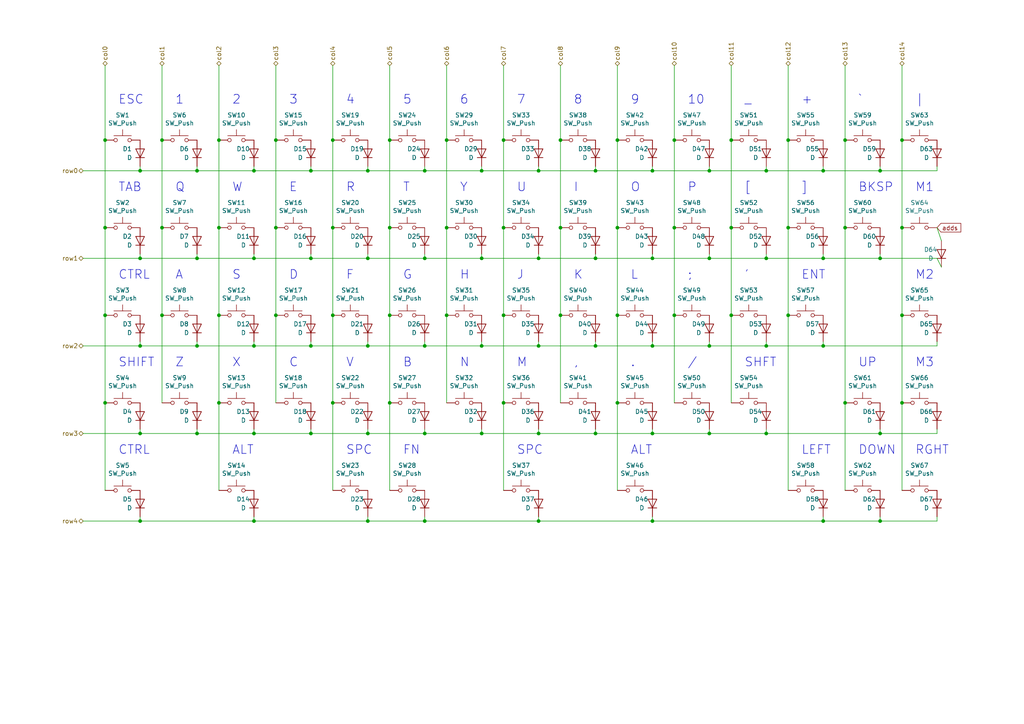
<source format=kicad_sch>
(kicad_sch (version 20211123) (generator eeschema)

  (uuid 5cc7655c-62f2-43d2-a7a5-eaa4635dada8)

  (paper "A4")

  (lib_symbols
    (symbol "arisu-rescue:D-Device" (pin_numbers hide) (pin_names (offset 1.016) hide) (in_bom yes) (on_board yes)
      (property "Reference" "D" (id 0) (at 0 2.54 0)
        (effects (font (size 1.27 1.27)))
      )
      (property "Value" "D-Device" (id 1) (at 0 -2.54 0)
        (effects (font (size 1.27 1.27)))
      )
      (property "Footprint" "" (id 2) (at 0 0 0)
        (effects (font (size 1.27 1.27)) hide)
      )
      (property "Datasheet" "" (id 3) (at 0 0 0)
        (effects (font (size 1.27 1.27)) hide)
      )
      (property "ki_fp_filters" "TO-???* *_Diode_* *SingleDiode* D_*" (id 4) (at 0 0 0)
        (effects (font (size 1.27 1.27)) hide)
      )
      (symbol "D-Device_0_1"
        (polyline
          (pts
            (xy -1.27 1.27)
            (xy -1.27 -1.27)
          )
          (stroke (width 0.2032) (type default) (color 0 0 0 0))
          (fill (type none))
        )
        (polyline
          (pts
            (xy 1.27 0)
            (xy -1.27 0)
          )
          (stroke (width 0) (type default) (color 0 0 0 0))
          (fill (type none))
        )
        (polyline
          (pts
            (xy 1.27 1.27)
            (xy 1.27 -1.27)
            (xy -1.27 0)
            (xy 1.27 1.27)
          )
          (stroke (width 0.2032) (type default) (color 0 0 0 0))
          (fill (type none))
        )
      )
      (symbol "D-Device_1_1"
        (pin passive line (at -3.81 0 0) (length 2.54)
          (name "K" (effects (font (size 1.27 1.27))))
          (number "1" (effects (font (size 1.27 1.27))))
        )
        (pin passive line (at 3.81 0 180) (length 2.54)
          (name "A" (effects (font (size 1.27 1.27))))
          (number "2" (effects (font (size 1.27 1.27))))
        )
      )
    )
    (symbol "arisu-rescue:SW_Push-Switch" (pin_numbers hide) (pin_names (offset 1.016) hide) (in_bom yes) (on_board yes)
      (property "Reference" "SW" (id 0) (at 1.27 2.54 0)
        (effects (font (size 1.27 1.27)) (justify left))
      )
      (property "Value" "SW_Push-Switch" (id 1) (at 0 -1.524 0)
        (effects (font (size 1.27 1.27)))
      )
      (property "Footprint" "" (id 2) (at 0 5.08 0)
        (effects (font (size 1.27 1.27)) hide)
      )
      (property "Datasheet" "" (id 3) (at 0 5.08 0)
        (effects (font (size 1.27 1.27)) hide)
      )
      (symbol "SW_Push-Switch_0_1"
        (circle (center -2.032 0) (radius 0.508)
          (stroke (width 0) (type default) (color 0 0 0 0))
          (fill (type none))
        )
        (polyline
          (pts
            (xy 0 1.27)
            (xy 0 3.048)
          )
          (stroke (width 0) (type default) (color 0 0 0 0))
          (fill (type none))
        )
        (polyline
          (pts
            (xy 2.54 1.27)
            (xy -2.54 1.27)
          )
          (stroke (width 0) (type default) (color 0 0 0 0))
          (fill (type none))
        )
        (circle (center 2.032 0) (radius 0.508)
          (stroke (width 0) (type default) (color 0 0 0 0))
          (fill (type none))
        )
        (pin passive line (at -5.08 0 0) (length 2.54)
          (name "1" (effects (font (size 1.27 1.27))))
          (number "1" (effects (font (size 1.27 1.27))))
        )
        (pin passive line (at 5.08 0 180) (length 2.54)
          (name "2" (effects (font (size 1.27 1.27))))
          (number "2" (effects (font (size 1.27 1.27))))
        )
      )
    )
  )

  (junction (at 73.66 100.33) (diameter 0) (color 0 0 0 0)
    (uuid 01422660-08c8-48f3-98ca-26cbe7f98f5b)
  )
  (junction (at 40.64 100.33) (diameter 0) (color 0 0 0 0)
    (uuid 02491520-945f-40c4-9160-4e5db9ac115d)
  )
  (junction (at 96.52 40.64) (diameter 0) (color 0 0 0 0)
    (uuid 0588e431-d56d-4df4-9ffd-6cd4bba412cb)
  )
  (junction (at 96.52 91.44) (diameter 0) (color 0 0 0 0)
    (uuid 05c4a04b-0442-4e18-9747-3d9fc4a562fe)
  )
  (junction (at 113.03 116.84) (diameter 0) (color 0 0 0 0)
    (uuid 06b6db7e-5210-41ec-a47b-0127ebbe0786)
  )
  (junction (at 195.58 40.64) (diameter 0) (color 0 0 0 0)
    (uuid 098afe52-27f0-4ec0-bf39-4eb766d2a851)
  )
  (junction (at 156.21 100.33) (diameter 0) (color 0 0 0 0)
    (uuid 0a2d185c-629f-461f-8b6b-f91f1894e6ba)
  )
  (junction (at 40.64 125.73) (diameter 0) (color 0 0 0 0)
    (uuid 0e1c6bbc-4cc4-4ce9-b48a-8292bb286da8)
  )
  (junction (at 40.64 151.13) (diameter 0) (color 0 0 0 0)
    (uuid 100847e3-630c-4c13-ba45-180e92370805)
  )
  (junction (at 189.23 151.13) (diameter 0) (color 0 0 0 0)
    (uuid 10e5ae6d-e43e-4ff8-abc5-fd9df16782da)
  )
  (junction (at 222.25 74.93) (diameter 0) (color 0 0 0 0)
    (uuid 12481f4a-71b0-43a4-a69b-bc048ed999f0)
  )
  (junction (at 57.15 125.73) (diameter 0) (color 0 0 0 0)
    (uuid 1843d2c0-629c-44e7-8460-03ced60a2111)
  )
  (junction (at 189.23 100.33) (diameter 0) (color 0 0 0 0)
    (uuid 199ade13-7442-4da9-8eea-a8e7681e2aee)
  )
  (junction (at 46.99 66.04) (diameter 0) (color 0 0 0 0)
    (uuid 19a5aacd-255a-4bf3-89c1-efd2ab61016c)
  )
  (junction (at 106.68 125.73) (diameter 0) (color 0 0 0 0)
    (uuid 19d6a411-8997-491d-aace-09fdbc63404d)
  )
  (junction (at 123.19 49.53) (diameter 0) (color 0 0 0 0)
    (uuid 1f70d207-e63d-4692-be1f-5b6fa8599d57)
  )
  (junction (at 162.56 66.04) (diameter 0) (color 0 0 0 0)
    (uuid 207932d1-3fbf-4bd3-8ef6-a6601aaaae72)
  )
  (junction (at 179.07 91.44) (diameter 0) (color 0 0 0 0)
    (uuid 2628b16a-8b1e-4398-be45-c147110e73bb)
  )
  (junction (at 123.19 151.13) (diameter 0) (color 0 0 0 0)
    (uuid 28f921ab-5f55-47f8-b726-02e567145cd5)
  )
  (junction (at 172.72 49.53) (diameter 0) (color 0 0 0 0)
    (uuid 2a756062-4e0c-4114-bc6d-4d6635f2d703)
  )
  (junction (at 245.11 40.64) (diameter 0) (color 0 0 0 0)
    (uuid 2dba072b-3aba-4c6e-8dad-0c854cc5ab37)
  )
  (junction (at 106.68 100.33) (diameter 0) (color 0 0 0 0)
    (uuid 30b75c25-1d2c-45e7-83e2-bb3be98f8f83)
  )
  (junction (at 30.48 40.64) (diameter 0) (color 0 0 0 0)
    (uuid 31070a40-077c-4123-96dd-e39f8a0007ce)
  )
  (junction (at 255.27 74.93) (diameter 0) (color 0 0 0 0)
    (uuid 321eb03e-d5d7-4c98-9326-4c49d56670ae)
  )
  (junction (at 212.09 91.44) (diameter 0) (color 0 0 0 0)
    (uuid 3497045f-d218-47c9-8fd1-2d0a39585aa6)
  )
  (junction (at 222.25 49.53) (diameter 0) (color 0 0 0 0)
    (uuid 35506831-8c22-45ab-9b57-69eb0f9ef003)
  )
  (junction (at 179.07 66.04) (diameter 0) (color 0 0 0 0)
    (uuid 376da264-b219-4ddc-be78-a640bbee3aef)
  )
  (junction (at 162.56 40.64) (diameter 0) (color 0 0 0 0)
    (uuid 3ba59656-e36e-4caa-8957-90ed8686b3d3)
  )
  (junction (at 195.58 91.44) (diameter 0) (color 0 0 0 0)
    (uuid 3bc24d10-b3eb-4abe-836d-a8521ccc4341)
  )
  (junction (at 113.03 40.64) (diameter 0) (color 0 0 0 0)
    (uuid 3cfddd47-0913-4692-89bb-8a69d22be5a7)
  )
  (junction (at 40.64 74.93) (diameter 0) (color 0 0 0 0)
    (uuid 407d0cd8-54f8-47a8-90cb-42c8a441d04f)
  )
  (junction (at 139.7 100.33) (diameter 0) (color 0 0 0 0)
    (uuid 414a1d4c-7afc-4ffa-8579-88675cedc4ce)
  )
  (junction (at 106.68 151.13) (diameter 0) (color 0 0 0 0)
    (uuid 4263a0e8-33fc-439f-9b56-889a4f5d7b26)
  )
  (junction (at 96.52 66.04) (diameter 0) (color 0 0 0 0)
    (uuid 45676199-bb82-4d58-98c1-b606deb355be)
  )
  (junction (at 63.5 40.64) (diameter 0) (color 0 0 0 0)
    (uuid 45b7fe01-a2fa-40c2-a3a2-4a9ae7c34dba)
  )
  (junction (at 205.74 49.53) (diameter 0) (color 0 0 0 0)
    (uuid 4de018aa-33f9-4679-9406-fafd70ff0142)
  )
  (junction (at 238.76 151.13) (diameter 0) (color 0 0 0 0)
    (uuid 557d128f-cf69-4c70-9959-d139ac95c63c)
  )
  (junction (at 156.21 125.73) (diameter 0) (color 0 0 0 0)
    (uuid 55b28997-b330-40d1-b32a-125cd071668d)
  )
  (junction (at 172.72 100.33) (diameter 0) (color 0 0 0 0)
    (uuid 5684e95c-6824-46cf-8e72-881178a51d31)
  )
  (junction (at 156.21 74.93) (diameter 0) (color 0 0 0 0)
    (uuid 56dc9d1a-d125-4218-be7e-afbadad9f13c)
  )
  (junction (at 57.15 49.53) (diameter 0) (color 0 0 0 0)
    (uuid 58e02161-61cc-4d0f-bdc8-c497a25ae380)
  )
  (junction (at 172.72 125.73) (diameter 0) (color 0 0 0 0)
    (uuid 5aa1c642-a9f0-4211-8572-3a7e8453422e)
  )
  (junction (at 205.74 74.93) (diameter 0) (color 0 0 0 0)
    (uuid 5c9202d7-6a93-43b3-87c0-77347fd72885)
  )
  (junction (at 222.25 100.33) (diameter 0) (color 0 0 0 0)
    (uuid 5da0928a-9939-439c-bcbe-74de097058a8)
  )
  (junction (at 123.19 100.33) (diameter 0) (color 0 0 0 0)
    (uuid 5daf2c3c-7702-4a59-b99d-84464c054bc4)
  )
  (junction (at 46.99 40.64) (diameter 0) (color 0 0 0 0)
    (uuid 5fba7ff8-02f1-4ac0-93c4-5bd7becbcf63)
  )
  (junction (at 179.07 40.64) (diameter 0) (color 0 0 0 0)
    (uuid 63892cea-0371-47b0-925d-c40106168946)
  )
  (junction (at 255.27 49.53) (diameter 0) (color 0 0 0 0)
    (uuid 63ace593-9960-4666-bb08-47e6f085cee8)
  )
  (junction (at 261.62 91.44) (diameter 0) (color 0 0 0 0)
    (uuid 6476e233-d260-45fe-84d2-9ade7d0003a0)
  )
  (junction (at 146.05 116.84) (diameter 0) (color 0 0 0 0)
    (uuid 6776c573-26e6-4a02-ab96-18129f258651)
  )
  (junction (at 80.01 91.44) (diameter 0) (color 0 0 0 0)
    (uuid 6a5b3eea-de35-4a54-8316-e56ea2a634e4)
  )
  (junction (at 156.21 49.53) (diameter 0) (color 0 0 0 0)
    (uuid 6e24aa9b-c7e6-40f2-905b-b9c541e0e2f6)
  )
  (junction (at 238.76 74.93) (diameter 0) (color 0 0 0 0)
    (uuid 6f13bfbf-7f19-4b33-9de2-b8c15c8c88ee)
  )
  (junction (at 261.62 66.04) (diameter 0) (color 0 0 0 0)
    (uuid 7184670c-7656-49ee-9a6f-5771dc120d69)
  )
  (junction (at 123.19 74.93) (diameter 0) (color 0 0 0 0)
    (uuid 72e9c34a-4fbc-4581-8ad2-e93bc3c3ccb0)
  )
  (junction (at 90.17 100.33) (diameter 0) (color 0 0 0 0)
    (uuid 7410568a-af90-4a4e-a67d-5fd1863e0d95)
  )
  (junction (at 146.05 91.44) (diameter 0) (color 0 0 0 0)
    (uuid 77121855-7958-40c5-81ca-b386a811e84c)
  )
  (junction (at 73.66 125.73) (diameter 0) (color 0 0 0 0)
    (uuid 79bd7607-8381-4bff-b61a-a2c7ffa05fe5)
  )
  (junction (at 73.66 49.53) (diameter 0) (color 0 0 0 0)
    (uuid 7da78911-dd6f-4bbd-9a74-8a3476ec1fb5)
  )
  (junction (at 245.11 66.04) (diameter 0) (color 0 0 0 0)
    (uuid 7fc6eda3-a41a-4ab9-935d-37e18cb30594)
  )
  (junction (at 63.5 66.04) (diameter 0) (color 0 0 0 0)
    (uuid 83d9db3e-661a-47bf-b26c-99313ad8bac9)
  )
  (junction (at 113.03 66.04) (diameter 0) (color 0 0 0 0)
    (uuid 85621d90-361e-49b6-9449-b54a16cce021)
  )
  (junction (at 189.23 125.73) (diameter 0) (color 0 0 0 0)
    (uuid 88e4f832-79d6-4c54-9ce3-4328dcb9d5b5)
  )
  (junction (at 205.74 125.73) (diameter 0) (color 0 0 0 0)
    (uuid 899a4caf-0563-4c2a-9bca-5aa28747ef75)
  )
  (junction (at 63.5 91.44) (diameter 0) (color 0 0 0 0)
    (uuid 8a0095e3-f64e-4bc6-8d5a-1cdcee192b11)
  )
  (junction (at 189.23 74.93) (diameter 0) (color 0 0 0 0)
    (uuid 8aab4608-39e8-491a-83a8-7194f36094f1)
  )
  (junction (at 162.56 91.44) (diameter 0) (color 0 0 0 0)
    (uuid 8cf4e6c7-f213-4dc6-a215-9a85d8791784)
  )
  (junction (at 129.54 91.44) (diameter 0) (color 0 0 0 0)
    (uuid 90912a07-8f0d-457a-b78a-1c112c8f2052)
  )
  (junction (at 46.99 91.44) (diameter 0) (color 0 0 0 0)
    (uuid 90b3e3a5-04e0-491b-97bf-2e8a21e1833b)
  )
  (junction (at 228.6 40.64) (diameter 0) (color 0 0 0 0)
    (uuid 9116f42f-8d27-4055-8fab-af8b6ed6959f)
  )
  (junction (at 80.01 66.04) (diameter 0) (color 0 0 0 0)
    (uuid 9b315454-a4a0-4952-bdbe-d4a8e96c16f9)
  )
  (junction (at 146.05 66.04) (diameter 0) (color 0 0 0 0)
    (uuid 9ba85d0a-e58f-45a8-9d86-ad6c976003b7)
  )
  (junction (at 63.5 116.84) (diameter 0) (color 0 0 0 0)
    (uuid 9bac5a37-2a55-41dd-96ea-ec02b69e3ef4)
  )
  (junction (at 261.62 40.64) (diameter 0) (color 0 0 0 0)
    (uuid 9c5b8388-0c5b-43a4-a3f4-d7cd72b89084)
  )
  (junction (at 123.19 125.73) (diameter 0) (color 0 0 0 0)
    (uuid 9cdaf74c-bd9d-4293-9612-c30a4bca9a30)
  )
  (junction (at 57.15 100.33) (diameter 0) (color 0 0 0 0)
    (uuid 9d541d6f-313d-4469-a000-68242c1dd6d6)
  )
  (junction (at 212.09 40.64) (diameter 0) (color 0 0 0 0)
    (uuid 9e5b0177-ea58-4f76-8b57-ff1c6e52d9df)
  )
  (junction (at 245.11 116.84) (diameter 0) (color 0 0 0 0)
    (uuid a12c94a5-1fd0-4cb6-9bfe-f7529f451405)
  )
  (junction (at 57.15 74.93) (diameter 0) (color 0 0 0 0)
    (uuid a1b97586-5ccb-4d4b-808f-ce5452376c86)
  )
  (junction (at 90.17 74.93) (diameter 0) (color 0 0 0 0)
    (uuid a6187c22-3622-4a1a-a49a-b21e96986f96)
  )
  (junction (at 195.58 66.04) (diameter 0) (color 0 0 0 0)
    (uuid ad4fcc27-bf1e-4e2e-ab26-9b8032da7693)
  )
  (junction (at 96.52 116.84) (diameter 0) (color 0 0 0 0)
    (uuid b14aea3f-7e9b-4416-ac0e-1c7beb3cd27c)
  )
  (junction (at 255.27 125.73) (diameter 0) (color 0 0 0 0)
    (uuid b285d77c-3eef-4763-b6e4-d7759b529dfd)
  )
  (junction (at 139.7 74.93) (diameter 0) (color 0 0 0 0)
    (uuid b42a4498-7f71-4787-a0f1-b44423616ac9)
  )
  (junction (at 205.74 100.33) (diameter 0) (color 0 0 0 0)
    (uuid b4856fa9-d711-4b3f-8ccf-343375c62dce)
  )
  (junction (at 40.64 49.53) (diameter 0) (color 0 0 0 0)
    (uuid b6e7e52e-fa7c-4663-b29b-8d72461a55fb)
  )
  (junction (at 222.25 125.73) (diameter 0) (color 0 0 0 0)
    (uuid b70f4be0-be81-40f1-b237-a16be3740211)
  )
  (junction (at 90.17 125.73) (diameter 0) (color 0 0 0 0)
    (uuid b7496a40-6116-4192-b413-2a22be4b5f9f)
  )
  (junction (at 228.6 91.44) (diameter 0) (color 0 0 0 0)
    (uuid bc408f2c-2338-4a2e-9d30-e90fd4d4f487)
  )
  (junction (at 129.54 66.04) (diameter 0) (color 0 0 0 0)
    (uuid c2564ecf-bd43-431d-b9a2-c7be54487485)
  )
  (junction (at 255.27 151.13) (diameter 0) (color 0 0 0 0)
    (uuid c9ab240f-b898-4113-9b58-995237cd751a)
  )
  (junction (at 228.6 66.04) (diameter 0) (color 0 0 0 0)
    (uuid ccd45da3-3d73-496d-8f2e-5edf69377f63)
  )
  (junction (at 30.48 116.84) (diameter 0) (color 0 0 0 0)
    (uuid ce3f834f-337d-4957-8d02-e900d7024614)
  )
  (junction (at 261.62 116.84) (diameter 0) (color 0 0 0 0)
    (uuid ce4b6c19-1441-4e43-8af4-a7f34dfbb538)
  )
  (junction (at 73.66 74.93) (diameter 0) (color 0 0 0 0)
    (uuid d5eb7c6e-b098-49b0-b366-c8b7c67afed0)
  )
  (junction (at 106.68 49.53) (diameter 0) (color 0 0 0 0)
    (uuid d7de2887-c7b2-4bb7-a339-632f4f906224)
  )
  (junction (at 179.07 116.84) (diameter 0) (color 0 0 0 0)
    (uuid d81bc63a-94f2-481d-a808-c50170eb6b79)
  )
  (junction (at 139.7 125.73) (diameter 0) (color 0 0 0 0)
    (uuid da37a168-b259-4f98-9030-90f2f5ac962a)
  )
  (junction (at 113.03 91.44) (diameter 0) (color 0 0 0 0)
    (uuid da7eee34-4516-4154-9034-7c9b8e2afe41)
  )
  (junction (at 146.05 40.64) (diameter 0) (color 0 0 0 0)
    (uuid dbd87a35-3166-440e-a8f0-c71d214a12a6)
  )
  (junction (at 30.48 66.04) (diameter 0) (color 0 0 0 0)
    (uuid de588ed9-a530-46f0-aa03-e0307ff72286)
  )
  (junction (at 80.01 40.64) (diameter 0) (color 0 0 0 0)
    (uuid de5c2064-b9e1-4057-a8cc-9308019ef4d3)
  )
  (junction (at 129.54 40.64) (diameter 0) (color 0 0 0 0)
    (uuid df3e0d78-29b1-4811-9600-571610f4b8a8)
  )
  (junction (at 212.09 66.04) (diameter 0) (color 0 0 0 0)
    (uuid dfa2c928-7d9a-4cd3-90db-112716296421)
  )
  (junction (at 73.66 151.13) (diameter 0) (color 0 0 0 0)
    (uuid e4d0483b-1c21-4fb6-87dd-47e636746c0e)
  )
  (junction (at 156.21 151.13) (diameter 0) (color 0 0 0 0)
    (uuid e89e5b16-554a-4d97-8f95-fc89c9b40d74)
  )
  (junction (at 139.7 49.53) (diameter 0) (color 0 0 0 0)
    (uuid e978c208-72f4-4c78-b109-bcb5e56d4024)
  )
  (junction (at 238.76 100.33) (diameter 0) (color 0 0 0 0)
    (uuid f0f3907b-44e3-4106-9f24-d8ce836b6bb0)
  )
  (junction (at 172.72 74.93) (diameter 0) (color 0 0 0 0)
    (uuid f753d3ee-689c-4dd5-a288-b018ad927185)
  )
  (junction (at 90.17 49.53) (diameter 0) (color 0 0 0 0)
    (uuid f76f4233-905d-4cb5-a153-eed7fe8e458e)
  )
  (junction (at 30.48 91.44) (diameter 0) (color 0 0 0 0)
    (uuid f8e92727-5789-4ef6-9dc3-be888ad72e45)
  )
  (junction (at 238.76 49.53) (diameter 0) (color 0 0 0 0)
    (uuid fad358eb-4b7a-4138-896b-0d1749221b0d)
  )
  (junction (at 106.68 74.93) (diameter 0) (color 0 0 0 0)
    (uuid fda94f0a-876e-4bf0-ad10-35819851e3e9)
  )
  (junction (at 189.23 49.53) (diameter 0) (color 0 0 0 0)
    (uuid fea6a04b-4bfd-450f-890a-ba5d162e31d9)
  )

  (wire (pts (xy 40.64 48.26) (xy 40.64 49.53))
    (stroke (width 0) (type default) (color 0 0 0 0))
    (uuid 009b0d62-e9ea-4825-9fdf-befd291c76ce)
  )
  (wire (pts (xy 63.5 91.44) (xy 63.5 116.84))
    (stroke (width 0) (type default) (color 0 0 0 0))
    (uuid 058e77a4-10af-4bc8-a984-5984d3bbee4c)
  )
  (wire (pts (xy 90.17 48.26) (xy 90.17 49.53))
    (stroke (width 0) (type default) (color 0 0 0 0))
    (uuid 08ac4c42-16f0-4513-b91e-bf0b3a111257)
  )
  (wire (pts (xy 255.27 74.93) (xy 271.78 74.93))
    (stroke (width 0) (type default) (color 0 0 0 0))
    (uuid 08fa8ff6-09a7-484c-b1d9-0e3b7c49bb26)
  )
  (wire (pts (xy 90.17 124.46) (xy 90.17 125.73))
    (stroke (width 0) (type default) (color 0 0 0 0))
    (uuid 09ab0b5c-3dee-42c8-b9e5-de0673874ccd)
  )
  (wire (pts (xy 172.72 100.33) (xy 189.23 100.33))
    (stroke (width 0) (type default) (color 0 0 0 0))
    (uuid 0a52fedd-967a-423d-aaaf-3875f20f935b)
  )
  (wire (pts (xy 228.6 40.64) (xy 228.6 66.04))
    (stroke (width 0) (type default) (color 0 0 0 0))
    (uuid 0a83f85d-78ad-480a-a5ba-773caced8f09)
  )
  (wire (pts (xy 162.56 40.64) (xy 162.56 66.04))
    (stroke (width 0) (type default) (color 0 0 0 0))
    (uuid 0ba3fcf8-07bd-443d-be28-f69a4ad80df4)
  )
  (wire (pts (xy 222.25 125.73) (xy 255.27 125.73))
    (stroke (width 0) (type default) (color 0 0 0 0))
    (uuid 0c345fc5-964b-48c0-9452-55507c868edc)
  )
  (wire (pts (xy 189.23 48.26) (xy 189.23 49.53))
    (stroke (width 0) (type default) (color 0 0 0 0))
    (uuid 0c75753f-ac98-42bf-95d0-ee8de408989d)
  )
  (wire (pts (xy 90.17 100.33) (xy 106.68 100.33))
    (stroke (width 0) (type default) (color 0 0 0 0))
    (uuid 0dcb5ab5-f291-489d-b2bc-0f0b25b801ee)
  )
  (wire (pts (xy 271.78 124.46) (xy 271.78 125.73))
    (stroke (width 0) (type default) (color 0 0 0 0))
    (uuid 12c9f3e1-9431-42f8-b6f8-fb6fd35fc1cb)
  )
  (wire (pts (xy 40.64 151.13) (xy 73.66 151.13))
    (stroke (width 0) (type default) (color 0 0 0 0))
    (uuid 133bb99a-82f3-4f77-a20b-451874ac44f4)
  )
  (wire (pts (xy 80.01 40.64) (xy 80.01 66.04))
    (stroke (width 0) (type default) (color 0 0 0 0))
    (uuid 133d5403-9be3-4603-824b-d3b76147e745)
  )
  (wire (pts (xy 80.01 19.05) (xy 80.01 40.64))
    (stroke (width 0) (type default) (color 0 0 0 0))
    (uuid 15a0f067-831a-4ddb-bdef-5fb7df267d8f)
  )
  (wire (pts (xy 189.23 124.46) (xy 189.23 125.73))
    (stroke (width 0) (type default) (color 0 0 0 0))
    (uuid 168e91de-8892-4570-a62e-0a6a88daec47)
  )
  (wire (pts (xy 156.21 100.33) (xy 172.72 100.33))
    (stroke (width 0) (type default) (color 0 0 0 0))
    (uuid 17adff9d-c581-42e4-b552-035b922b5256)
  )
  (wire (pts (xy 73.66 48.26) (xy 73.66 49.53))
    (stroke (width 0) (type default) (color 0 0 0 0))
    (uuid 18e95a1d-9d1d-4b93-8e4c-2d03c344acc0)
  )
  (wire (pts (xy 57.15 125.73) (xy 73.66 125.73))
    (stroke (width 0) (type default) (color 0 0 0 0))
    (uuid 1a9f0d73-6986-450b-8da5-dca8d718cd0d)
  )
  (wire (pts (xy 113.03 66.04) (xy 113.03 91.44))
    (stroke (width 0) (type default) (color 0 0 0 0))
    (uuid 1c4dfe58-85b1-467f-8e9d-bdb7a0d0ca8e)
  )
  (wire (pts (xy 123.19 125.73) (xy 139.7 125.73))
    (stroke (width 0) (type default) (color 0 0 0 0))
    (uuid 218a2487-4406-4830-b6ad-8a4182eda4f4)
  )
  (wire (pts (xy 172.72 124.46) (xy 172.72 125.73))
    (stroke (width 0) (type default) (color 0 0 0 0))
    (uuid 21c9358c-c2dd-4df5-9cfe-ea9bd0b49374)
  )
  (wire (pts (xy 228.6 91.44) (xy 228.6 142.24))
    (stroke (width 0) (type default) (color 0 0 0 0))
    (uuid 224e8890-cdee-45fd-bd2e-64fe49c2de75)
  )
  (wire (pts (xy 57.15 124.46) (xy 57.15 125.73))
    (stroke (width 0) (type default) (color 0 0 0 0))
    (uuid 278deae2-fb37-4957-b2cb-afac30cacb12)
  )
  (wire (pts (xy 30.48 40.64) (xy 30.48 66.04))
    (stroke (width 0) (type default) (color 0 0 0 0))
    (uuid 27e3c71f-5a63-4710-8adf-b600b805ce02)
  )
  (wire (pts (xy 46.99 66.04) (xy 46.99 91.44))
    (stroke (width 0) (type default) (color 0 0 0 0))
    (uuid 290c753b-3b9b-4c45-85a5-65bd9eae1f9e)
  )
  (wire (pts (xy 179.07 66.04) (xy 179.07 91.44))
    (stroke (width 0) (type default) (color 0 0 0 0))
    (uuid 2b1a1d99-4ea2-4cae-846a-5609aadc4265)
  )
  (wire (pts (xy 146.05 40.64) (xy 146.05 66.04))
    (stroke (width 0) (type default) (color 0 0 0 0))
    (uuid 2b894b8a-c098-4d9d-be0f-2ef41dea274e)
  )
  (wire (pts (xy 40.64 149.86) (xy 40.64 151.13))
    (stroke (width 0) (type default) (color 0 0 0 0))
    (uuid 2edc487e-09a5-4e4e-9675-a7b323f56380)
  )
  (wire (pts (xy 162.56 19.05) (xy 162.56 40.64))
    (stroke (width 0) (type default) (color 0 0 0 0))
    (uuid 2f29ffe5-cbdc-4a3f-81e6-c7d9f4c5145a)
  )
  (wire (pts (xy 172.72 48.26) (xy 172.72 49.53))
    (stroke (width 0) (type default) (color 0 0 0 0))
    (uuid 2f8ebbbf-0f11-4a15-9648-1d28e5593127)
  )
  (wire (pts (xy 195.58 40.64) (xy 195.58 66.04))
    (stroke (width 0) (type default) (color 0 0 0 0))
    (uuid 2ff15691-c9f8-4e08-a694-3230522780fc)
  )
  (wire (pts (xy 261.62 40.64) (xy 261.62 66.04))
    (stroke (width 0) (type default) (color 0 0 0 0))
    (uuid 325f33ca-3e2f-400b-a27c-dce9977a2780)
  )
  (wire (pts (xy 129.54 40.64) (xy 129.54 66.04))
    (stroke (width 0) (type default) (color 0 0 0 0))
    (uuid 33064f56-88c0-44a1-ac52-96957fe5ad49)
  )
  (wire (pts (xy 24.13 74.93) (xy 40.64 74.93))
    (stroke (width 0) (type default) (color 0 0 0 0))
    (uuid 3382bf79-b686-4aeb-9419-c8ab591662bb)
  )
  (wire (pts (xy 189.23 49.53) (xy 205.74 49.53))
    (stroke (width 0) (type default) (color 0 0 0 0))
    (uuid 373b5b59-9fbb-41a2-845d-56a1ed5a82dd)
  )
  (wire (pts (xy 172.72 74.93) (xy 189.23 74.93))
    (stroke (width 0) (type default) (color 0 0 0 0))
    (uuid 39125f99-6caa-4e69-9ae5-ca3bd6e3a49c)
  )
  (wire (pts (xy 113.03 40.64) (xy 113.03 66.04))
    (stroke (width 0) (type default) (color 0 0 0 0))
    (uuid 39614f9f-2df5-492b-a093-45b7a48e295d)
  )
  (wire (pts (xy 146.05 66.04) (xy 146.05 91.44))
    (stroke (width 0) (type default) (color 0 0 0 0))
    (uuid 3cf0233f-86e3-4b85-ad75-fb8a46f37498)
  )
  (wire (pts (xy 90.17 73.66) (xy 90.17 74.93))
    (stroke (width 0) (type default) (color 0 0 0 0))
    (uuid 3d213c37-de80-490e-9f45-2814d3fc958b)
  )
  (wire (pts (xy 46.99 19.05) (xy 46.99 40.64))
    (stroke (width 0) (type default) (color 0 0 0 0))
    (uuid 3dbc1b14-20e2-4dcb-8347-d33c13d3f0e0)
  )
  (wire (pts (xy 73.66 49.53) (xy 90.17 49.53))
    (stroke (width 0) (type default) (color 0 0 0 0))
    (uuid 3f0c3fb9-57f0-4439-b2df-3c934842d7db)
  )
  (wire (pts (xy 113.03 91.44) (xy 113.03 116.84))
    (stroke (width 0) (type default) (color 0 0 0 0))
    (uuid 3f9f133b-59b8-4791-b0ab-6fa861da9e3f)
  )
  (wire (pts (xy 179.07 19.05) (xy 179.07 40.64))
    (stroke (width 0) (type default) (color 0 0 0 0))
    (uuid 419715bf-ffaa-4f14-ba39-b7cca3633324)
  )
  (wire (pts (xy 222.25 99.06) (xy 222.25 100.33))
    (stroke (width 0) (type default) (color 0 0 0 0))
    (uuid 41fc1c23-edd4-45a5-8036-7f62b013770f)
  )
  (wire (pts (xy 129.54 91.44) (xy 129.54 116.84))
    (stroke (width 0) (type default) (color 0 0 0 0))
    (uuid 4208e41d-1d0a-40b9-bf94-fcbeb6562f9d)
  )
  (wire (pts (xy 106.68 151.13) (xy 123.19 151.13))
    (stroke (width 0) (type default) (color 0 0 0 0))
    (uuid 4223805d-8db1-4df1-b73a-3d99f37f1701)
  )
  (wire (pts (xy 172.72 99.06) (xy 172.72 100.33))
    (stroke (width 0) (type default) (color 0 0 0 0))
    (uuid 4266f6dc-b108-467a-bc4a-756158b1a271)
  )
  (wire (pts (xy 212.09 91.44) (xy 212.09 116.84))
    (stroke (width 0) (type default) (color 0 0 0 0))
    (uuid 42b7a68a-3837-4773-af68-a35059da48c3)
  )
  (wire (pts (xy 245.11 19.05) (xy 245.11 40.64))
    (stroke (width 0) (type default) (color 0 0 0 0))
    (uuid 42eea0a0-d889-4e4e-980c-c3b6b62767e5)
  )
  (wire (pts (xy 73.66 73.66) (xy 73.66 74.93))
    (stroke (width 0) (type default) (color 0 0 0 0))
    (uuid 44a8a96b-3053-4222-9241-aa484f5ebe13)
  )
  (wire (pts (xy 106.68 100.33) (xy 123.19 100.33))
    (stroke (width 0) (type default) (color 0 0 0 0))
    (uuid 44cd273f-f3a1-4b9a-83a6-972b276409e1)
  )
  (wire (pts (xy 245.11 66.04) (xy 245.11 116.84))
    (stroke (width 0) (type default) (color 0 0 0 0))
    (uuid 4612f9f0-1343-4ba7-94dd-7d3e9fc08dad)
  )
  (wire (pts (xy 156.21 124.46) (xy 156.21 125.73))
    (stroke (width 0) (type default) (color 0 0 0 0))
    (uuid 46a20b99-b616-4fa4-af79-eecf92b5c191)
  )
  (wire (pts (xy 189.23 73.66) (xy 189.23 74.93))
    (stroke (width 0) (type default) (color 0 0 0 0))
    (uuid 47890384-6eaa-420c-b9ae-e68a6a7f17b5)
  )
  (wire (pts (xy 255.27 49.53) (xy 271.78 49.53))
    (stroke (width 0) (type default) (color 0 0 0 0))
    (uuid 47a2dd37-ad02-4281-9a66-8ff7ab400570)
  )
  (wire (pts (xy 129.54 66.04) (xy 129.54 91.44))
    (stroke (width 0) (type default) (color 0 0 0 0))
    (uuid 481354ed-51b9-4db2-9835-781681979b4b)
  )
  (wire (pts (xy 205.74 100.33) (xy 222.25 100.33))
    (stroke (width 0) (type default) (color 0 0 0 0))
    (uuid 48a8c1f5-4bcb-4560-9762-44aaefee4419)
  )
  (wire (pts (xy 30.48 66.04) (xy 30.48 91.44))
    (stroke (width 0) (type default) (color 0 0 0 0))
    (uuid 4be2b882-65e4-4552-9482-9d622928de2f)
  )
  (wire (pts (xy 63.5 40.64) (xy 63.5 66.04))
    (stroke (width 0) (type default) (color 0 0 0 0))
    (uuid 4c4b4317-29d0-438a-b331-525ede18773a)
  )
  (wire (pts (xy 40.64 100.33) (xy 57.15 100.33))
    (stroke (width 0) (type default) (color 0 0 0 0))
    (uuid 4c6a1dad-7acf-4a52-99b0-316025d1ab04)
  )
  (wire (pts (xy 80.01 91.44) (xy 80.01 116.84))
    (stroke (width 0) (type default) (color 0 0 0 0))
    (uuid 4fc3183f-297c-42b7-b3bd-25a9ea18c844)
  )
  (wire (pts (xy 90.17 74.93) (xy 106.68 74.93))
    (stroke (width 0) (type default) (color 0 0 0 0))
    (uuid 504cb9e4-5572-4208-bc9d-30a7efff8b9a)
  )
  (wire (pts (xy 261.62 19.05) (xy 261.62 40.64))
    (stroke (width 0) (type default) (color 0 0 0 0))
    (uuid 52820a90-7869-43b3-b870-39c015371964)
  )
  (wire (pts (xy 129.54 19.05) (xy 129.54 40.64))
    (stroke (width 0) (type default) (color 0 0 0 0))
    (uuid 52d326d4-51c9-4c17-8412-9aaf3e6cdf4c)
  )
  (wire (pts (xy 189.23 74.93) (xy 205.74 74.93))
    (stroke (width 0) (type default) (color 0 0 0 0))
    (uuid 544c9ad7-a0b6-4f88-9dcd-908e3e2acf79)
  )
  (wire (pts (xy 96.52 91.44) (xy 96.52 116.84))
    (stroke (width 0) (type default) (color 0 0 0 0))
    (uuid 55ac7ee1-f461-406b-8cf5-da47a7717180)
  )
  (wire (pts (xy 57.15 49.53) (xy 73.66 49.53))
    (stroke (width 0) (type default) (color 0 0 0 0))
    (uuid 581488ee-fe1f-43d1-a23d-526666571191)
  )
  (wire (pts (xy 162.56 66.04) (xy 162.56 91.44))
    (stroke (width 0) (type default) (color 0 0 0 0))
    (uuid 594594ee-9de8-45bc-b621-a9251877b0c2)
  )
  (wire (pts (xy 57.15 74.93) (xy 73.66 74.93))
    (stroke (width 0) (type default) (color 0 0 0 0))
    (uuid 5a67196f-9472-4a8d-961f-eac8ec999d85)
  )
  (wire (pts (xy 222.25 73.66) (xy 222.25 74.93))
    (stroke (width 0) (type default) (color 0 0 0 0))
    (uuid 5b29962f-685a-409c-915c-9c4a92ed442a)
  )
  (wire (pts (xy 261.62 91.44) (xy 261.62 116.84))
    (stroke (width 0) (type default) (color 0 0 0 0))
    (uuid 5c986000-fc83-4495-a50f-9f4b94e485bc)
  )
  (wire (pts (xy 222.25 74.93) (xy 238.76 74.93))
    (stroke (width 0) (type default) (color 0 0 0 0))
    (uuid 604495b3-3885-49af-8442-bcf3d7361dc4)
  )
  (wire (pts (xy 106.68 125.73) (xy 123.19 125.73))
    (stroke (width 0) (type default) (color 0 0 0 0))
    (uuid 60ca4740-3009-4486-93d6-c2502818122b)
  )
  (wire (pts (xy 96.52 116.84) (xy 96.52 142.24))
    (stroke (width 0) (type default) (color 0 0 0 0))
    (uuid 617edc57-1dbf-4296-b365-6d76f68a1c0f)
  )
  (wire (pts (xy 106.68 149.86) (xy 106.68 151.13))
    (stroke (width 0) (type default) (color 0 0 0 0))
    (uuid 61fae217-e18a-4e68-8630-42cc06a8ba2f)
  )
  (wire (pts (xy 63.5 19.05) (xy 63.5 40.64))
    (stroke (width 0) (type default) (color 0 0 0 0))
    (uuid 6239967a-77bd-4ec9-89cd-e04efd8dbe26)
  )
  (wire (pts (xy 205.74 74.93) (xy 222.25 74.93))
    (stroke (width 0) (type default) (color 0 0 0 0))
    (uuid 628f0a9f-12ce-4a6a-8ea2-8c2cdfc4161e)
  )
  (wire (pts (xy 40.64 73.66) (xy 40.64 74.93))
    (stroke (width 0) (type default) (color 0 0 0 0))
    (uuid 62cbcc21-2cec-41ab-be06-499e1a78d7e7)
  )
  (wire (pts (xy 40.64 99.06) (xy 40.64 100.33))
    (stroke (width 0) (type default) (color 0 0 0 0))
    (uuid 64269ac3-771b-4c0d-91e0-eafc3dc4a07f)
  )
  (wire (pts (xy 205.74 124.46) (xy 205.74 125.73))
    (stroke (width 0) (type default) (color 0 0 0 0))
    (uuid 6428332e-b689-4aa8-86bb-3bee31b6f177)
  )
  (wire (pts (xy 139.7 49.53) (xy 156.21 49.53))
    (stroke (width 0) (type default) (color 0 0 0 0))
    (uuid 65d0582b-c8a1-45a8-a0e9-e797f01caa63)
  )
  (wire (pts (xy 57.15 100.33) (xy 73.66 100.33))
    (stroke (width 0) (type default) (color 0 0 0 0))
    (uuid 65e58d89-f213-4051-b36b-7b3454867ad5)
  )
  (wire (pts (xy 139.7 99.06) (xy 139.7 100.33))
    (stroke (width 0) (type default) (color 0 0 0 0))
    (uuid 68f7174d-ce7a-41b4-89f8-dd7e3ded57a1)
  )
  (wire (pts (xy 205.74 125.73) (xy 222.25 125.73))
    (stroke (width 0) (type default) (color 0 0 0 0))
    (uuid 6dc32d24-5ef0-4c0e-ad26-4d147b147b28)
  )
  (wire (pts (xy 156.21 149.86) (xy 156.21 151.13))
    (stroke (width 0) (type default) (color 0 0 0 0))
    (uuid 6dfa921c-8a4f-4fcf-a0e7-8718b6271ea9)
  )
  (wire (pts (xy 123.19 48.26) (xy 123.19 49.53))
    (stroke (width 0) (type default) (color 0 0 0 0))
    (uuid 6ee71a3c-fedb-4cc6-a3c6-f3d6f3ac6767)
  )
  (wire (pts (xy 139.7 125.73) (xy 156.21 125.73))
    (stroke (width 0) (type default) (color 0 0 0 0))
    (uuid 6fff55eb-076f-4a2f-86d3-091fcb2366e9)
  )
  (wire (pts (xy 30.48 19.05) (xy 30.48 40.64))
    (stroke (width 0) (type default) (color 0 0 0 0))
    (uuid 70186eba-dcad-4878-bf16-887f6eee49df)
  )
  (wire (pts (xy 255.27 124.46) (xy 255.27 125.73))
    (stroke (width 0) (type default) (color 0 0 0 0))
    (uuid 7195a7f5-2a0f-4cae-8649-2cc5cbdffe2b)
  )
  (wire (pts (xy 238.76 149.86) (xy 238.76 151.13))
    (stroke (width 0) (type default) (color 0 0 0 0))
    (uuid 72729c20-0465-4f8c-be80-3c22bb337ef7)
  )
  (wire (pts (xy 123.19 99.06) (xy 123.19 100.33))
    (stroke (width 0) (type default) (color 0 0 0 0))
    (uuid 741879e3-3045-40c7-849d-7f437c35ee91)
  )
  (wire (pts (xy 172.72 49.53) (xy 189.23 49.53))
    (stroke (width 0) (type default) (color 0 0 0 0))
    (uuid 758f4e53-9507-488a-960b-2e8e487b7ac8)
  )
  (wire (pts (xy 24.13 125.73) (xy 40.64 125.73))
    (stroke (width 0) (type default) (color 0 0 0 0))
    (uuid 771cb5c1-62ba-4cca-999e-cdcbe417213c)
  )
  (wire (pts (xy 113.03 19.05) (xy 113.03 40.64))
    (stroke (width 0) (type default) (color 0 0 0 0))
    (uuid 7983b95c-14e4-4dec-ab4e-09c81071d9de)
  )
  (wire (pts (xy 96.52 66.04) (xy 96.52 91.44))
    (stroke (width 0) (type default) (color 0 0 0 0))
    (uuid 7a332b0c-4cba-438b-85c1-9efe2690fb62)
  )
  (wire (pts (xy 73.66 149.86) (xy 73.66 151.13))
    (stroke (width 0) (type default) (color 0 0 0 0))
    (uuid 7a6d9a4e-fe6a-4427-9f0c-a10fd3ceb923)
  )
  (wire (pts (xy 123.19 151.13) (xy 156.21 151.13))
    (stroke (width 0) (type default) (color 0 0 0 0))
    (uuid 7b845862-cbd0-4fb3-909e-eb8579f14aa2)
  )
  (wire (pts (xy 179.07 40.64) (xy 179.07 66.04))
    (stroke (width 0) (type default) (color 0 0 0 0))
    (uuid 7b8f4734-c91c-4c35-bc25-8ba9e0a60f64)
  )
  (wire (pts (xy 106.68 48.26) (xy 106.68 49.53))
    (stroke (width 0) (type default) (color 0 0 0 0))
    (uuid 7c3df708-fb44-40cc-b435-cd67e8cec48a)
  )
  (wire (pts (xy 195.58 19.05) (xy 195.58 40.64))
    (stroke (width 0) (type default) (color 0 0 0 0))
    (uuid 7cbc8c8d-fbc1-4902-ac93-6c241131aada)
  )
  (wire (pts (xy 63.5 116.84) (xy 63.5 142.24))
    (stroke (width 0) (type default) (color 0 0 0 0))
    (uuid 7e90deb5-aef9-4d2b-a440-4cb0dbfaaa93)
  )
  (wire (pts (xy 205.74 73.66) (xy 205.74 74.93))
    (stroke (width 0) (type default) (color 0 0 0 0))
    (uuid 7fd11519-eb9e-4413-8ca2-e43e38c699f6)
  )
  (wire (pts (xy 96.52 40.64) (xy 96.52 66.04))
    (stroke (width 0) (type default) (color 0 0 0 0))
    (uuid 8019bb27-2172-4d60-932e-7bd55a890b6c)
  )
  (wire (pts (xy 238.76 49.53) (xy 255.27 49.53))
    (stroke (width 0) (type default) (color 0 0 0 0))
    (uuid 8162f841-188b-4932-8603-536d516e6ca1)
  )
  (wire (pts (xy 156.21 151.13) (xy 189.23 151.13))
    (stroke (width 0) (type default) (color 0 0 0 0))
    (uuid 83181dd0-bbcd-4a99-a5a2-7d6961abb51a)
  )
  (wire (pts (xy 113.03 116.84) (xy 113.03 142.24))
    (stroke (width 0) (type default) (color 0 0 0 0))
    (uuid 835d4ac3-3fb1-48d9-8c28-6093fe917376)
  )
  (wire (pts (xy 57.15 73.66) (xy 57.15 74.93))
    (stroke (width 0) (type default) (color 0 0 0 0))
    (uuid 848901d5-fdee-4920-a04d-fbc03c912e79)
  )
  (wire (pts (xy 255.27 125.73) (xy 271.78 125.73))
    (stroke (width 0) (type default) (color 0 0 0 0))
    (uuid 856c0384-2dfc-47d2-a66c-a145c3149f14)
  )
  (wire (pts (xy 255.27 73.66) (xy 255.27 74.93))
    (stroke (width 0) (type default) (color 0 0 0 0))
    (uuid 867dcf96-6334-4832-b3d2-cf7aefc9cce8)
  )
  (wire (pts (xy 189.23 151.13) (xy 238.76 151.13))
    (stroke (width 0) (type default) (color 0 0 0 0))
    (uuid 87bdd00e-f10c-4d37-9a6b-480b5e87ca33)
  )
  (wire (pts (xy 156.21 49.53) (xy 172.72 49.53))
    (stroke (width 0) (type default) (color 0 0 0 0))
    (uuid 88f2670e-1113-4ed9-b644-cfdac6e8b249)
  )
  (wire (pts (xy 146.05 116.84) (xy 146.05 142.24))
    (stroke (width 0) (type default) (color 0 0 0 0))
    (uuid 89be6ff8-dff7-4df0-876d-d5989d658e36)
  )
  (wire (pts (xy 139.7 100.33) (xy 156.21 100.33))
    (stroke (width 0) (type default) (color 0 0 0 0))
    (uuid 8e6e5f4d-6567-459b-ac23-dfc1d101e708)
  )
  (wire (pts (xy 24.13 151.13) (xy 40.64 151.13))
    (stroke (width 0) (type default) (color 0 0 0 0))
    (uuid 8e75264b-b45e-45ec-b230-7e1dce7d68b3)
  )
  (wire (pts (xy 30.48 91.44) (xy 30.48 116.84))
    (stroke (width 0) (type default) (color 0 0 0 0))
    (uuid 8fbab3d0-cb5e-47c7-8764-6fa3c0e4e5f7)
  )
  (wire (pts (xy 238.76 73.66) (xy 238.76 74.93))
    (stroke (width 0) (type default) (color 0 0 0 0))
    (uuid 911557e5-adec-4d13-9794-a18b325eb4ea)
  )
  (wire (pts (xy 255.27 48.26) (xy 255.27 49.53))
    (stroke (width 0) (type default) (color 0 0 0 0))
    (uuid 920101e0-4dde-4453-ba02-4211cb357ea2)
  )
  (wire (pts (xy 106.68 124.46) (xy 106.68 125.73))
    (stroke (width 0) (type default) (color 0 0 0 0))
    (uuid 927b1eb6-e6f4-412f-9a58-8dc81a4889a0)
  )
  (wire (pts (xy 238.76 74.93) (xy 255.27 74.93))
    (stroke (width 0) (type default) (color 0 0 0 0))
    (uuid 9959c68a-7d2a-4f14-b245-3548992673f3)
  )
  (wire (pts (xy 222.25 124.46) (xy 222.25 125.73))
    (stroke (width 0) (type default) (color 0 0 0 0))
    (uuid 9b4851fe-4e2f-4de0-a685-8e53004d88aa)
  )
  (wire (pts (xy 46.99 40.64) (xy 46.99 66.04))
    (stroke (width 0) (type default) (color 0 0 0 0))
    (uuid 9c2a29da-c83f-4ec8-bbcf-9d775812af04)
  )
  (wire (pts (xy 179.07 116.84) (xy 179.07 142.24))
    (stroke (width 0) (type default) (color 0 0 0 0))
    (uuid 9cab0c4e-2726-433f-a46f-c25156ae2489)
  )
  (wire (pts (xy 271.78 99.06) (xy 271.78 100.33))
    (stroke (width 0) (type default) (color 0 0 0 0))
    (uuid 9fbabfd5-5316-4dcb-8d99-3c53b9c69880)
  )
  (wire (pts (xy 146.05 91.44) (xy 146.05 116.84))
    (stroke (width 0) (type default) (color 0 0 0 0))
    (uuid a067c43d-047d-48ca-a682-5bbb620e3988)
  )
  (wire (pts (xy 46.99 91.44) (xy 46.99 116.84))
    (stroke (width 0) (type default) (color 0 0 0 0))
    (uuid a25ec672-f935-4d0c-ae67-7c3ebe078d85)
  )
  (wire (pts (xy 261.62 66.04) (xy 261.62 91.44))
    (stroke (width 0) (type default) (color 0 0 0 0))
    (uuid a29e1299-22c5-4fd2-9a37-e405785962a9)
  )
  (wire (pts (xy 212.09 66.04) (xy 212.09 91.44))
    (stroke (width 0) (type default) (color 0 0 0 0))
    (uuid a2d090b5-bdc2-4863-87f2-2ea46a246d3d)
  )
  (wire (pts (xy 40.64 124.46) (xy 40.64 125.73))
    (stroke (width 0) (type default) (color 0 0 0 0))
    (uuid a43f2e19-4e11-4e86-a12a-58a691d6df28)
  )
  (wire (pts (xy 261.62 116.84) (xy 261.62 142.24))
    (stroke (width 0) (type default) (color 0 0 0 0))
    (uuid a5dfaf18-d33f-45c4-b76f-2a5051ec9118)
  )
  (wire (pts (xy 238.76 99.06) (xy 238.76 100.33))
    (stroke (width 0) (type default) (color 0 0 0 0))
    (uuid a5fcd820-f4f0-487d-8e2f-6defe7618982)
  )
  (wire (pts (xy 146.05 19.05) (xy 146.05 40.64))
    (stroke (width 0) (type default) (color 0 0 0 0))
    (uuid a9ad6ea5-8293-424c-89d4-c01baf033429)
  )
  (wire (pts (xy 123.19 124.46) (xy 123.19 125.73))
    (stroke (width 0) (type default) (color 0 0 0 0))
    (uuid ac81fb15-6f1a-451b-a962-fb87ffd26f6b)
  )
  (wire (pts (xy 40.64 49.53) (xy 57.15 49.53))
    (stroke (width 0) (type default) (color 0 0 0 0))
    (uuid af35a153-e4cc-4cb5-9b0a-a247aa9a27b2)
  )
  (wire (pts (xy 139.7 74.93) (xy 156.21 74.93))
    (stroke (width 0) (type default) (color 0 0 0 0))
    (uuid af66589f-0dae-4737-851f-f8cddd35005b)
  )
  (wire (pts (xy 255.27 151.13) (xy 271.78 151.13))
    (stroke (width 0) (type default) (color 0 0 0 0))
    (uuid afc58bc7-e8b3-4ec7-b7ec-e155055196a5)
  )
  (wire (pts (xy 238.76 151.13) (xy 255.27 151.13))
    (stroke (width 0) (type default) (color 0 0 0 0))
    (uuid b2cac11a-5f3b-43d7-88e5-8d0241ac6453)
  )
  (wire (pts (xy 57.15 48.26) (xy 57.15 49.53))
    (stroke (width 0) (type default) (color 0 0 0 0))
    (uuid b4fbe1fb-a9a3-4020-9a82-d3fa1900cd85)
  )
  (wire (pts (xy 212.09 40.64) (xy 212.09 66.04))
    (stroke (width 0) (type default) (color 0 0 0 0))
    (uuid b7340f23-0eaa-48ae-aea8-b5b53a0ae99a)
  )
  (wire (pts (xy 189.23 100.33) (xy 205.74 100.33))
    (stroke (width 0) (type default) (color 0 0 0 0))
    (uuid b8381d48-3c5b-401b-ac19-279d8173864c)
  )
  (wire (pts (xy 73.66 100.33) (xy 90.17 100.33))
    (stroke (width 0) (type default) (color 0 0 0 0))
    (uuid baaf14d0-0c5c-4bf0-82d7-5ee71082500d)
  )
  (wire (pts (xy 57.15 99.06) (xy 57.15 100.33))
    (stroke (width 0) (type default) (color 0 0 0 0))
    (uuid bc05cdd5-f72f-4c21-b397-0fa889871114)
  )
  (wire (pts (xy 24.13 49.53) (xy 40.64 49.53))
    (stroke (width 0) (type default) (color 0 0 0 0))
    (uuid bc204c79-0619-4b16-889d-335bfdd71ce0)
  )
  (wire (pts (xy 222.25 100.33) (xy 238.76 100.33))
    (stroke (width 0) (type default) (color 0 0 0 0))
    (uuid bca99a8e-598f-436a-9158-7a050d1f7ca4)
  )
  (wire (pts (xy 238.76 48.26) (xy 238.76 49.53))
    (stroke (width 0) (type default) (color 0 0 0 0))
    (uuid bf67f245-1714-4d39-b76d-53f1523ab5f8)
  )
  (wire (pts (xy 189.23 149.86) (xy 189.23 151.13))
    (stroke (width 0) (type default) (color 0 0 0 0))
    (uuid bf958b11-f26e-429d-9cb0-d1379a98f463)
  )
  (wire (pts (xy 73.66 125.73) (xy 90.17 125.73))
    (stroke (width 0) (type default) (color 0 0 0 0))
    (uuid c0e13d91-53b7-4de6-8d61-7c13732113b8)
  )
  (wire (pts (xy 228.6 19.05) (xy 228.6 40.64))
    (stroke (width 0) (type default) (color 0 0 0 0))
    (uuid c14f4f41-991c-47f8-ba74-4a4e89170acf)
  )
  (wire (pts (xy 189.23 99.06) (xy 189.23 100.33))
    (stroke (width 0) (type default) (color 0 0 0 0))
    (uuid c60045a9-c6dd-4a1d-b776-92c82360c330)
  )
  (wire (pts (xy 205.74 48.26) (xy 205.74 49.53))
    (stroke (width 0) (type default) (color 0 0 0 0))
    (uuid c7524402-4dbd-4d05-888d-edab7e79a150)
  )
  (wire (pts (xy 40.64 125.73) (xy 57.15 125.73))
    (stroke (width 0) (type default) (color 0 0 0 0))
    (uuid cad44c02-7fd2-4e9a-b93a-e1b73d6a3ee6)
  )
  (wire (pts (xy 30.48 116.84) (xy 30.48 142.24))
    (stroke (width 0) (type default) (color 0 0 0 0))
    (uuid ce55d4e5-cb2b-4927-9979-4a7fc840f632)
  )
  (wire (pts (xy 80.01 66.04) (xy 80.01 91.44))
    (stroke (width 0) (type default) (color 0 0 0 0))
    (uuid cec22d4a-eda3-4d50-8609-c3a123c120be)
  )
  (wire (pts (xy 73.66 124.46) (xy 73.66 125.73))
    (stroke (width 0) (type default) (color 0 0 0 0))
    (uuid d1422f38-9fce-4f5e-878a-341530beaf9c)
  )
  (wire (pts (xy 139.7 48.26) (xy 139.7 49.53))
    (stroke (width 0) (type default) (color 0 0 0 0))
    (uuid d1f81642-eb3a-4277-b357-9cbb5a3aa5ac)
  )
  (wire (pts (xy 189.23 125.73) (xy 205.74 125.73))
    (stroke (width 0) (type default) (color 0 0 0 0))
    (uuid d27bd75e-eeb9-4d8b-bfdb-bddce4b94b6c)
  )
  (wire (pts (xy 179.07 91.44) (xy 179.07 116.84))
    (stroke (width 0) (type default) (color 0 0 0 0))
    (uuid d37a42c4-6950-4517-b4dd-96056acf0925)
  )
  (wire (pts (xy 172.72 125.73) (xy 189.23 125.73))
    (stroke (width 0) (type default) (color 0 0 0 0))
    (uuid d40f18db-c543-4c22-a8b0-72b9c9e5ae8b)
  )
  (wire (pts (xy 162.56 91.44) (xy 162.56 116.84))
    (stroke (width 0) (type default) (color 0 0 0 0))
    (uuid d433e10e-a10c-42c7-9409-f756ab1084a2)
  )
  (wire (pts (xy 63.5 66.04) (xy 63.5 91.44))
    (stroke (width 0) (type default) (color 0 0 0 0))
    (uuid d4f9d898-7a83-4186-a9d6-9da79adbdd19)
  )
  (wire (pts (xy 205.74 99.06) (xy 205.74 100.33))
    (stroke (width 0) (type default) (color 0 0 0 0))
    (uuid d5128f0b-0a4f-4337-a7f7-9a3dfe4ad4f9)
  )
  (wire (pts (xy 271.78 149.86) (xy 271.78 151.13))
    (stroke (width 0) (type default) (color 0 0 0 0))
    (uuid d8932824-bdfc-4009-a7d0-6ff32efa7e1a)
  )
  (wire (pts (xy 73.66 99.06) (xy 73.66 100.33))
    (stroke (width 0) (type default) (color 0 0 0 0))
    (uuid d91b4df3-08ca-4c95-92de-3004566cf2e7)
  )
  (wire (pts (xy 156.21 125.73) (xy 172.72 125.73))
    (stroke (width 0) (type default) (color 0 0 0 0))
    (uuid d97f24b8-3f5c-4536-a071-0786594f3ffe)
  )
  (wire (pts (xy 40.64 74.93) (xy 57.15 74.93))
    (stroke (width 0) (type default) (color 0 0 0 0))
    (uuid dc9eba43-a0ae-45fc-b91c-9050201557b9)
  )
  (wire (pts (xy 195.58 66.04) (xy 195.58 91.44))
    (stroke (width 0) (type default) (color 0 0 0 0))
    (uuid dd552f19-e379-4dd5-a10b-882b6c8e7a65)
  )
  (wire (pts (xy 90.17 49.53) (xy 106.68 49.53))
    (stroke (width 0) (type default) (color 0 0 0 0))
    (uuid de91796c-56de-4405-8fcc-748bd6a08e86)
  )
  (wire (pts (xy 156.21 48.26) (xy 156.21 49.53))
    (stroke (width 0) (type default) (color 0 0 0 0))
    (uuid df1435bb-8018-455d-9925-63e774164119)
  )
  (wire (pts (xy 90.17 99.06) (xy 90.17 100.33))
    (stroke (width 0) (type default) (color 0 0 0 0))
    (uuid e0781b80-6f1b-4d08-b53f-b7d3f582e2ea)
  )
  (wire (pts (xy 73.66 74.93) (xy 90.17 74.93))
    (stroke (width 0) (type default) (color 0 0 0 0))
    (uuid e1df8cea-32a4-457d-86df-d8e326022a52)
  )
  (wire (pts (xy 156.21 73.66) (xy 156.21 74.93))
    (stroke (width 0) (type default) (color 0 0 0 0))
    (uuid e315fb88-f764-4ec7-a92b-006692d5e26f)
  )
  (wire (pts (xy 139.7 124.46) (xy 139.7 125.73))
    (stroke (width 0) (type default) (color 0 0 0 0))
    (uuid e3903eeb-8b72-4b40-a088-cbbba270c01b)
  )
  (wire (pts (xy 123.19 100.33) (xy 139.7 100.33))
    (stroke (width 0) (type default) (color 0 0 0 0))
    (uuid e47d9cf3-579e-4750-bc6d-bf58b55862bb)
  )
  (wire (pts (xy 123.19 149.86) (xy 123.19 151.13))
    (stroke (width 0) (type default) (color 0 0 0 0))
    (uuid e4d60aa0-829b-452e-a0b4-f0b282cbe2f3)
  )
  (wire (pts (xy 73.66 151.13) (xy 106.68 151.13))
    (stroke (width 0) (type default) (color 0 0 0 0))
    (uuid e4df63e4-2a5a-405f-916a-ea67ff3a2b21)
  )
  (wire (pts (xy 222.25 49.53) (xy 238.76 49.53))
    (stroke (width 0) (type default) (color 0 0 0 0))
    (uuid e6b8e749-dce0-4716-821f-058d77eed5ce)
  )
  (wire (pts (xy 123.19 73.66) (xy 123.19 74.93))
    (stroke (width 0) (type default) (color 0 0 0 0))
    (uuid e75a90f1-d275-4ca6-86ea-4b6dddffab59)
  )
  (wire (pts (xy 212.09 19.05) (xy 212.09 40.64))
    (stroke (width 0) (type default) (color 0 0 0 0))
    (uuid e8cb6cb3-dd2b-4328-8592-132e369ebb71)
  )
  (wire (pts (xy 123.19 74.93) (xy 139.7 74.93))
    (stroke (width 0) (type default) (color 0 0 0 0))
    (uuid e9597133-3d67-41f8-aabc-5b61d8d3c3c1)
  )
  (wire (pts (xy 156.21 74.93) (xy 172.72 74.93))
    (stroke (width 0) (type default) (color 0 0 0 0))
    (uuid ea020aa6-c820-47b1-bdf7-82790dcca121)
  )
  (wire (pts (xy 123.19 49.53) (xy 139.7 49.53))
    (stroke (width 0) (type default) (color 0 0 0 0))
    (uuid ea3cd08e-2d6a-4ba3-9c39-87a3d44d2015)
  )
  (wire (pts (xy 205.74 49.53) (xy 222.25 49.53))
    (stroke (width 0) (type default) (color 0 0 0 0))
    (uuid eca8c1f1-6751-4304-8a65-b05952048507)
  )
  (wire (pts (xy 106.68 73.66) (xy 106.68 74.93))
    (stroke (width 0) (type default) (color 0 0 0 0))
    (uuid edb2db40-12f7-45b3-a514-2a1299ac0231)
  )
  (wire (pts (xy 156.21 99.06) (xy 156.21 100.33))
    (stroke (width 0) (type default) (color 0 0 0 0))
    (uuid ee3188d0-94cf-4bcc-9f57-e516684fc142)
  )
  (wire (pts (xy 24.13 100.33) (xy 40.64 100.33))
    (stroke (width 0) (type default) (color 0 0 0 0))
    (uuid ee9a2826-2513-480e-a552-3d07af5bf8a5)
  )
  (wire (pts (xy 172.72 73.66) (xy 172.72 74.93))
    (stroke (width 0) (type default) (color 0 0 0 0))
    (uuid eecd895d-4aa1-458c-8512-c9957fd00fad)
  )
  (wire (pts (xy 273.05 77.47) (xy 271.78 74.93))
    (stroke (width 0) (type default) (color 0 0 0 0))
    (uuid ef11623e-ea9c-4a76-a028-9fae209a45f2)
  )
  (wire (pts (xy 106.68 74.93) (xy 123.19 74.93))
    (stroke (width 0) (type default) (color 0 0 0 0))
    (uuid f0e6fae4-0008-43ed-8719-bf62839f601f)
  )
  (wire (pts (xy 96.52 19.05) (xy 96.52 40.64))
    (stroke (width 0) (type default) (color 0 0 0 0))
    (uuid f1128c56-7c01-4d79-834b-ceab4dc35180)
  )
  (wire (pts (xy 106.68 99.06) (xy 106.68 100.33))
    (stroke (width 0) (type default) (color 0 0 0 0))
    (uuid f364b99f-4502-4cba-a96d-4ed35ad108b5)
  )
  (wire (pts (xy 90.17 125.73) (xy 106.68 125.73))
    (stroke (width 0) (type default) (color 0 0 0 0))
    (uuid f45c8190-2f27-434c-8fbf-7d8a911faaab)
  )
  (wire (pts (xy 273.05 69.85) (xy 271.78 66.04))
    (stroke (width 0) (type default) (color 0 0 0 0))
    (uuid f528c421-3144-4360-8faa-5bf17a07be72)
  )
  (wire (pts (xy 106.68 49.53) (xy 123.19 49.53))
    (stroke (width 0) (type default) (color 0 0 0 0))
    (uuid f69de914-d2d4-4fcf-a7d6-ce76fea2e1a7)
  )
  (wire (pts (xy 271.78 48.26) (xy 271.78 49.53))
    (stroke (width 0) (type default) (color 0 0 0 0))
    (uuid f89b1d5e-28c8-498c-b199-7acbd8607540)
  )
  (wire (pts (xy 255.27 149.86) (xy 255.27 151.13))
    (stroke (width 0) (type default) (color 0 0 0 0))
    (uuid f8fd3b2c-9550-4b51-be47-a8d9567c972f)
  )
  (wire (pts (xy 222.25 48.26) (xy 222.25 49.53))
    (stroke (width 0) (type default) (color 0 0 0 0))
    (uuid f9e60890-c09c-4221-9409-43a2ec4885e8)
  )
  (wire (pts (xy 245.11 40.64) (xy 245.11 66.04))
    (stroke (width 0) (type default) (color 0 0 0 0))
    (uuid fcb7a65f-f4cd-47e7-94e9-48c450d0d7f3)
  )
  (wire (pts (xy 228.6 66.04) (xy 228.6 91.44))
    (stroke (width 0) (type default) (color 0 0 0 0))
    (uuid fdd41a68-206a-4076-b64a-8b7633d428d6)
  )
  (wire (pts (xy 139.7 73.66) (xy 139.7 74.93))
    (stroke (width 0) (type default) (color 0 0 0 0))
    (uuid fe1c93f4-4468-424b-a088-27aef08b62b4)
  )
  (wire (pts (xy 238.76 100.33) (xy 271.78 100.33))
    (stroke (width 0) (type default) (color 0 0 0 0))
    (uuid fe2b05f5-675b-44d0-956c-c5829b7c692a)
  )
  (wire (pts (xy 245.11 116.84) (xy 245.11 142.24))
    (stroke (width 0) (type default) (color 0 0 0 0))
    (uuid fec2ae03-3539-4fc7-9da2-1b1336bf787c)
  )
  (wire (pts (xy 195.58 91.44) (xy 195.58 116.84))
    (stroke (width 0) (type default) (color 0 0 0 0))
    (uuid fed6a1e7-e233-4dff-87e0-8992a65c8dd0)
  )

  (text "'" (at 215.9 81.28 0)
    (effects (font (size 2.54 2.54)) (justify left bottom))
    (uuid 04868f85-bc69-4fa9-8e62-d78ffe5ae58e)
  )
  (text "]" (at 232.41 55.88 0)
    (effects (font (size 2.54 2.54)) (justify left bottom))
    (uuid 08bb8c58-1868-4a96-8aaa-36d9e141ec38)
  )
  (text ".\n" (at 182.88 106.68 0)
    (effects (font (size 2.54 2.54)) (justify left bottom))
    (uuid 1354903a-b7d2-4e04-b220-6c6c8f058ef7)
  )
  (text "N" (at 133.35 106.68 0)
    (effects (font (size 2.54 2.54)) (justify left bottom))
    (uuid 1c57f8a5-0a6c-44cd-b514-5b9d5f8cc98b)
  )
  (text "5" (at 116.84 30.48 0)
    (effects (font (size 2.54 2.54)) (justify left bottom))
    (uuid 26edc121-4167-44e5-9aaf-65f4ac255233)
  )
  (text "L" (at 182.88 81.28 0)
    (effects (font (size 2.54 2.54)) (justify left bottom))
    (uuid 2792ed93-89db-4e51-99ff-281323e776eb)
  )
  (text "ALT" (at 67.31 132.08 0)
    (effects (font (size 2.54 2.54)) (justify left bottom))
    (uuid 2b878984-ad62-40d5-87be-d30f465ae2b3)
  )
  (text "SHIFT" (at 34.29 106.68 0)
    (effects (font (size 2.54 2.54)) (justify left bottom))
    (uuid 335263d3-7e35-4a9c-83c2-cd71d45f0688)
  )
  (text "C" (at 83.82 106.68 0)
    (effects (font (size 2.54 2.54)) (justify left bottom))
    (uuid 33b48673-c959-4510-b6fa-fd3f7bdb00fd)
  )
  (text "4" (at 100.33 30.48 0)
    (effects (font (size 2.54 2.54)) (justify left bottom))
    (uuid 35e13391-5257-46f3-93a5-87ffd4e862a4)
  )
  (text ";" (at 199.39 81.28 0)
    (effects (font (size 2.54 2.54)) (justify left bottom))
    (uuid 4102ae0e-3d75-40cd-957b-0b4db5d3f5ee)
  )
  (text "UP" (at 248.92 106.68 0)
    (effects (font (size 2.54 2.54)) (justify left bottom))
    (uuid 4a56ac62-5ec2-46fc-a86c-9adf2d8fead1)
  )
  (text "M3" (at 265.43 106.68 0)
    (effects (font (size 2.54 2.54)) (justify left bottom))
    (uuid 4b3cefd2-e7d7-4d25-8bb9-37548c3e8b03)
  )
  (text "|" (at 265.43 30.48 0)
    (effects (font (size 2.54 2.54)) (justify left bottom))
    (uuid 5125c4d9-cf5c-4fe5-9dc8-c939e40fcd6f)
  )
  (text "`" (at 248.92 30.48 0)
    (effects (font (size 2.54 2.54)) (justify left bottom))
    (uuid 58728297-c362-4c70-a751-4d60ffa81b1a)
  )
  (text "Q" (at 50.8 55.88 0)
    (effects (font (size 2.54 2.54)) (justify left bottom))
    (uuid 5f7505cc-53a6-463b-b397-33ff845b1ac0)
  )
  (text "W" (at 67.31 55.88 0)
    (effects (font (size 2.54 2.54)) (justify left bottom))
    (uuid 60fc0348-15d2-462c-9b87-dbb507b8717b)
  )
  (text "M2" (at 265.43 81.28 0)
    (effects (font (size 2.54 2.54)) (justify left bottom))
    (uuid 6d401fdd-c1f6-4321-96c4-4843b6143be9)
  )
  (text "A" (at 50.8 81.28 0)
    (effects (font (size 2.54 2.54)) (justify left bottom))
    (uuid 740c9c9e-c377-4082-a7c2-2dfeb8296429)
  )
  (text "M1" (at 265.43 55.88 0)
    (effects (font (size 2.54 2.54)) (justify left bottom))
    (uuid 767e3782-90bf-4d7f-b1ef-719aa7013187)
  )
  (text "SPC" (at 149.86 132.08 0)
    (effects (font (size 2.54 2.54)) (justify left bottom))
    (uuid 773bdc81-beec-4a4b-9485-1c1dd15c6e5a)
  )
  (text "SHFT" (at 215.9 106.68 0)
    (effects (font (size 2.54 2.54)) (justify left bottom))
    (uuid 78d3a4a0-e724-44e1-963f-de88a39d4158)
  )
  (text "I" (at 166.37 55.88 0)
    (effects (font (size 2.54 2.54)) (justify left bottom))
    (uuid 7a3fed5a-9b6f-45f0-9ad7-54e1bda0ea60)
  )
  (text "+" (at 232.41 30.48 0)
    (effects (font (size 2.54 2.54)) (justify left bottom))
    (uuid 7b58219a-a31d-4ba4-804a-77c6d706d8bc)
  )
  (text "8" (at 166.37 30.48 0)
    (effects (font (size 2.54 2.54)) (justify left bottom))
    (uuid 7f9c0307-e84d-4f8a-93be-34fc4b3feb89)
  )
  (text "P" (at 199.39 55.88 0)
    (effects (font (size 2.54 2.54)) (justify left bottom))
    (uuid 80b5b54b-a1cc-434c-8739-1e133d53601d)
  )
  (text "J" (at 149.86 81.28 0)
    (effects (font (size 2.54 2.54)) (justify left bottom))
    (uuid 84315919-677c-4909-a747-2c92c96d5870)
  )
  (text "CTRL" (at 34.29 132.08 0)
    (effects (font (size 2.54 2.54)) (justify left bottom))
    (uuid 88a7e34c-57e7-48ce-a358-6866b2c01d90)
  )
  (text "7" (at 149.86 30.48 0)
    (effects (font (size 2.54 2.54)) (justify left bottom))
    (uuid 8a3381a5-19d1-47f5-85b0-cf20b0f3bb61)
  )
  (text "S" (at 67.31 81.28 0)
    (effects (font (size 2.54 2.54)) (justify left bottom))
    (uuid 8dcf40e6-09a5-42e4-8b46-f4738540468d)
  )
  (text "B" (at 116.84 106.68 0)
    (effects (font (size 2.54 2.54)) (justify left bottom))
    (uuid 8e5a3783-142f-42f6-a215-d0f81a05c5c0)
  )
  (text "1" (at 50.8 30.48 0)
    (effects (font (size 2.54 2.54)) (justify left bottom))
    (uuid 8e981540-9cda-414d-abbb-d34e005f000e)
  )
  (text "G" (at 116.84 81.28 0)
    (effects (font (size 2.54 2.54)) (justify left bottom))
    (uuid 90207e9d-650a-4c45-b7d5-e506cc85537d)
  )
  (text "LEFT" (at 232.41 132.08 0)
    (effects (font (size 2.54 2.54)) (justify left bottom))
    (uuid 90671817-460f-456a-a6e3-6cfa468bea55)
  )
  (text "Y" (at 133.35 55.88 0)
    (effects (font (size 2.54 2.54)) (justify left bottom))
    (uuid 91637a62-ec43-463a-9edc-420af478d9cb)
  )
  (text "3" (at 83.82 30.48 0)
    (effects (font (size 2.54 2.54)) (justify left bottom))
    (uuid 92ee3d85-c13e-4120-ad64-bd390adf040c)
  )
  (text "ENT" (at 232.41 81.28 0)
    (effects (font (size 2.54 2.54)) (justify left bottom))
    (uuid 9a88d63d-f7e5-416d-9807-a8e942aef287)
  )
  (text "E" (at 83.82 55.88 0)
    (effects (font (size 2.54 2.54)) (justify left bottom))
    (uuid 9efb25aa-d11e-4d2f-96a9-326a2f75dcc1)
  )
  (text "TAB" (at 34.29 55.88 0)
    (effects (font (size 2.54 2.54)) (justify left bottom))
    (uuid a06bd114-6488-4d22-b31a-c3a8f70a2574)
  )
  (text "U" (at 149.86 55.88 0)
    (effects (font (size 2.54 2.54)) (justify left bottom))
    (uuid a1223b95-aa11-427a-b201-9190a86a68be)
  )
  (text "Z" (at 50.8 106.68 0)
    (effects (font (size 2.54 2.54)) (justify left bottom))
    (uuid a17368fb-646b-4ffd-9057-0994609f8a46)
  )
  (text "DOWN" (at 248.92 132.08 0)
    (effects (font (size 2.54 2.54)) (justify left bottom))
    (uuid a6d88d7d-92d8-4fc8-b103-7599e55f18c0)
  )
  (text "D" (at 83.82 81.28 0)
    (effects (font (size 2.54 2.54)) (justify left bottom))
    (uuid a8cdda0e-7b06-4b92-8078-341b4e32614a)
  )
  (text "X" (at 67.31 106.68 0)
    (effects (font (size 2.54 2.54)) (justify left bottom))
    (uuid ad2d033c-4040-4813-b5da-82cf827f9d86)
  )
  (text "_" (at 215.9 30.48 0)
    (effects (font (size 2.54 2.54)) (justify left bottom))
    (uuid b4eddc61-2cab-493a-b874-62b106cef9f4)
  )
  (text "M" (at 149.86 106.68 0)
    (effects (font (size 2.54 2.54)) (justify left bottom))
    (uuid b7013b78-ce5a-47df-9e6f-e993b6073985)
  )
  (text "ESC" (at 34.29 30.48 0)
    (effects (font (size 2.54 2.54)) (justify left bottom))
    (uuid b8eb5c02-d344-4431-a592-0e7ad9f9a78f)
  )
  (text "T" (at 116.84 55.88 0)
    (effects (font (size 2.54 2.54)) (justify left bottom))
    (uuid c1b603f4-7037-47e9-a9dc-a0bb6f7e58b1)
  )
  (text "," (at 166.37 106.68 0)
    (effects (font (size 2.54 2.54)) (justify left bottom))
    (uuid c2d24be9-0a91-4ad8-a6f8-4f606bd871ac)
  )
  (text "CTRL" (at 34.29 81.28 0)
    (effects (font (size 2.54 2.54)) (justify left bottom))
    (uuid c34f5129-9516-486b-b322-ada2d7baa6ba)
  )
  (text "V" (at 100.33 106.68 0)
    (effects (font (size 2.54 2.54)) (justify left bottom))
    (uuid c78d97f4-1d1b-46c3-bcbb-8424944a8978)
  )
  (text "6" (at 133.35 30.48 0)
    (effects (font (size 2.54 2.54)) (justify left bottom))
    (uuid c96fb61f-984b-4e24-874e-ad2f1e86f9d7)
  )
  (text "10" (at 199.39 30.48 0)
    (effects (font (size 2.54 2.54)) (justify left bottom))
    (uuid cc93ecb4-fd7b-48b7-868d-89f294f07c27)
  )
  (text "SPC" (at 100.33 132.08 0)
    (effects (font (size 2.54 2.54)) (justify left bottom))
    (uuid cce13a3b-854c-49ae-8b19-551eed5c4f96)
  )
  (text "K" (at 166.37 81.28 0)
    (effects (font (size 2.54 2.54)) (justify left bottom))
    (uuid cd8c6c53-febf-40c1-af77-5373add0fde7)
  )
  (text "R" (at 100.33 55.88 0)
    (effects (font (size 2.54 2.54)) (justify left bottom))
    (uuid d09d8e7f-f203-4b36-92ba-f9f29b6e7d13)
  )
  (text "ALT" (at 182.88 132.08 0)
    (effects (font (size 2.54 2.54)) (justify left bottom))
    (uuid d22f8c08-7c7a-481b-96ff-cad6b4c95453)
  )
  (text "F" (at 100.33 81.28 0)
    (effects (font (size 2.54 2.54)) (justify left bottom))
    (uuid d6cc98ff-7d68-4734-afa1-c7dd225e08d3)
  )
  (text "9" (at 182.88 30.48 0)
    (effects (font (size 2.54 2.54)) (justify left bottom))
    (uuid db97118a-0872-4a5d-aaa5-b35f9498f22a)
  )
  (text "BKSP" (at 248.92 55.88 0)
    (effects (font (size 2.54 2.54)) (justify left bottom))
    (uuid dea30d29-44e9-47fc-bccc-6928d5c29cea)
  )
  (text "/" (at 199.39 106.68 0)
    (effects (font (size 2.54 2.54)) (justify left bottom))
    (uuid e0660a46-ff2a-4b28-b311-cf71bc999b82)
  )
  (text "O" (at 182.88 55.88 0)
    (effects (font (size 2.54 2.54)) (justify left bottom))
    (uuid e234e19f-cd33-4584-947b-bf9feaf6cddd)
  )
  (text "[" (at 215.9 55.88 0)
    (effects (font (size 2.54 2.54)) (justify left bottom))
    (uuid e250304b-2864-4f44-b1e8-173cc34a2ac6)
  )
  (text "2" (at 67.31 30.48 0)
    (effects (font (size 2.54 2.54)) (justify left bottom))
    (uuid e7f989f7-95da-4be3-9e33-743523ae1ee0)
  )
  (text "RGHT\n" (at 265.43 132.08 0)
    (effects (font (size 2.54 2.54)) (justify left bottom))
    (uuid ef3c2ca7-fcc8-4cff-8fc1-0c762aa25455)
  )
  (text "H" (at 133.35 81.28 0)
    (effects (font (size 2.54 2.54)) (justify left bottom))
    (uuid efd79052-e146-4d61-9e0a-ba764a5a966b)
  )
  (text "FN" (at 116.84 132.08 0)
    (effects (font (size 2.54 2.54)) (justify left bottom))
    (uuid f5a54919-b960-48fc-8517-e9e32dce0bf0)
  )

  (global_label "adds" (shape input) (at 271.78 66.04 0) (fields_autoplaced)
    (effects (font (size 1.27 1.27)) (justify left))
    (uuid 079e7ee5-246f-4d56-830e-c74c7f0ff0bc)
    (property "Intersheet References" "${INTERSHEET_REFS}" (id 0) (at 278.5794 65.9606 0)
      (effects (font (size 1.27 1.27)) (justify left) hide)
    )
  )

  (hierarchical_label "col10" (shape tri_state) (at 195.58 19.05 90)
    (effects (font (size 1.27 1.27)) (justify left))
    (uuid 08926936-9ea4-4894-afca-caca47f3c238)
  )
  (hierarchical_label "col3" (shape tri_state) (at 80.01 19.05 90)
    (effects (font (size 1.27 1.27)) (justify left))
    (uuid 1053b01a-057e-4e79-a21c-42780a737ea9)
  )
  (hierarchical_label "col8" (shape tri_state) (at 162.56 19.05 90)
    (effects (font (size 1.27 1.27)) (justify left))
    (uuid 21ca1c08-b8a3-4bdc-9356-70a4d86ee444)
  )
  (hierarchical_label "col14" (shape tri_state) (at 261.62 19.05 90)
    (effects (font (size 1.27 1.27)) (justify left))
    (uuid 2a4f1c24-6486-4fd8-8092-72bb07a81274)
  )
  (hierarchical_label "col2" (shape tri_state) (at 63.5 19.05 90)
    (effects (font (size 1.27 1.27)) (justify left))
    (uuid 2bbd6c26-4114-4518-8f4a-c6fdadc046b6)
  )
  (hierarchical_label "col13" (shape tri_state) (at 245.11 19.05 90)
    (effects (font (size 1.27 1.27)) (justify left))
    (uuid 2c10387c-3cac-4a7c-bbfb-95d69f41a890)
  )
  (hierarchical_label "col1" (shape tri_state) (at 46.99 19.05 90)
    (effects (font (size 1.27 1.27)) (justify left))
    (uuid 4e7a230a-c1a4-4455-81ee-277835acf4a2)
  )
  (hierarchical_label "row1" (shape tri_state) (at 24.13 74.93 180)
    (effects (font (size 1.27 1.27)) (justify right))
    (uuid 51f5536d-48d2-4807-be44-93f427952b0e)
  )
  (hierarchical_label "col7" (shape tri_state) (at 146.05 19.05 90)
    (effects (font (size 1.27 1.27)) (justify left))
    (uuid 784e3230-2053-4bc9-a786-5ac2bd0df0f5)
  )
  (hierarchical_label "row0" (shape tri_state) (at 24.13 49.53 180)
    (effects (font (size 1.27 1.27)) (justify right))
    (uuid 8efe6411-1919-4082-b5b8-393585e068c8)
  )
  (hierarchical_label "row3" (shape tri_state) (at 24.13 125.73 180)
    (effects (font (size 1.27 1.27)) (justify right))
    (uuid 92574e8a-729f-48de-afcb-97b4f5e826f8)
  )
  (hierarchical_label "col6" (shape tri_state) (at 129.54 19.05 90)
    (effects (font (size 1.27 1.27)) (justify left))
    (uuid a04f8542-6c38-4d5c-bdbb-c8e0311a0936)
  )
  (hierarchical_label "col4" (shape tri_state) (at 96.52 19.05 90)
    (effects (font (size 1.27 1.27)) (justify left))
    (uuid a1701438-3c8b-4b49-8695-36ec7f9ae4d2)
  )
  (hierarchical_label "col11" (shape tri_state) (at 212.09 19.05 90)
    (effects (font (size 1.27 1.27)) (justify left))
    (uuid a7c83b25-afbd-4974-8870-387db8f81a5c)
  )
  (hierarchical_label "col9" (shape tri_state) (at 179.07 19.05 90)
    (effects (font (size 1.27 1.27)) (justify left))
    (uuid b1731e91-7698-42fa-ad60-5c60fdd0e1fc)
  )
  (hierarchical_label "row4" (shape tri_state) (at 24.13 151.13 180)
    (effects (font (size 1.27 1.27)) (justify right))
    (uuid b6924901-677d-424a-a3f4-52c8dd1fa5f5)
  )
  (hierarchical_label "col12" (shape tri_state) (at 228.6 19.05 90)
    (effects (font (size 1.27 1.27)) (justify left))
    (uuid c7db4903-f95a-49f5-bcce-c52f0ca8defc)
  )
  (hierarchical_label "col0" (shape tri_state) (at 30.48 19.05 90)
    (effects (font (size 1.27 1.27)) (justify left))
    (uuid de438bc3-2eba-4b9f-95e9-35ce5db157f6)
  )
  (hierarchical_label "col5" (shape tri_state) (at 113.03 19.05 90)
    (effects (font (size 1.27 1.27)) (justify left))
    (uuid f8a90052-1a8b-4ce5-a1fd-87db944dceac)
  )
  (hierarchical_label "row2" (shape tri_state) (at 24.13 100.33 180)
    (effects (font (size 1.27 1.27)) (justify right))
    (uuid fe4068b9-89da-4c59-ba51-b5949772f5d8)
  )

  (symbol (lib_id "arisu-rescue:SW_Push-Switch") (at 35.56 40.64 0) (unit 1)
    (in_bom yes) (on_board yes)
    (uuid 00000000-0000-0000-0000-00005c51ee71)
    (property "Reference" "SW1" (id 0) (at 35.56 33.401 0))
    (property "Value" "SW_Push" (id 1) (at 35.56 35.7124 0))
    (property "Footprint" "MX_Alps_Hybrid:MXOnly-1U-Hotswap" (id 2) (at 35.56 35.56 0)
      (effects (font (size 1.27 1.27)) hide)
    )
    (property "Datasheet" "" (id 3) (at 35.56 35.56 0)
      (effects (font (size 1.27 1.27)) hide)
    )
    (pin "1" (uuid debfddd9-20cb-4a00-8dbd-bb1c37438a44))
    (pin "2" (uuid 4a8cf9ce-fdd7-4c3d-953b-97bad67f79c9))
  )

  (symbol (lib_id "arisu-rescue:D-Device") (at 40.64 44.45 90) (unit 1)
    (in_bom yes) (on_board yes)
    (uuid 00000000-0000-0000-0000-00005c51fbf3)
    (property "Reference" "D1" (id 0) (at 35.56 43.18 90)
      (effects (font (size 1.27 1.27)) (justify right))
    )
    (property "Value" "D" (id 1) (at 36.83 45.72 90)
      (effects (font (size 1.27 1.27)) (justify right))
    )
    (property "Footprint" "Diodes_SMD:D_SOD-123" (id 2) (at 40.64 44.45 0)
      (effects (font (size 1.27 1.27)) hide)
    )
    (property "Datasheet" "~" (id 3) (at 40.64 44.45 0)
      (effects (font (size 1.27 1.27)) hide)
    )
    (pin "1" (uuid 87c198db-5522-4c9c-b274-d9c68f3ee7d0))
    (pin "2" (uuid ce041462-17b5-48cc-9456-b58f78959f2a))
  )

  (symbol (lib_id "arisu-rescue:SW_Push-Switch") (at 52.07 40.64 0) (unit 1)
    (in_bom yes) (on_board yes)
    (uuid 00000000-0000-0000-0000-00005c51fc52)
    (property "Reference" "SW6" (id 0) (at 52.07 33.401 0))
    (property "Value" "SW_Push" (id 1) (at 52.07 35.7124 0))
    (property "Footprint" "MX_Alps_Hybrid:MXOnly-1U-Hotswap" (id 2) (at 52.07 35.56 0)
      (effects (font (size 1.27 1.27)) hide)
    )
    (property "Datasheet" "" (id 3) (at 52.07 35.56 0)
      (effects (font (size 1.27 1.27)) hide)
    )
    (pin "1" (uuid 12a6a643-8d09-4828-9fdd-0e9da0628c48))
    (pin "2" (uuid cd89deb9-2fdf-4837-993e-173522465931))
  )

  (symbol (lib_id "arisu-rescue:SW_Push-Switch") (at 35.56 66.04 0) (unit 1)
    (in_bom yes) (on_board yes)
    (uuid 00000000-0000-0000-0000-00005c520197)
    (property "Reference" "SW2" (id 0) (at 35.56 58.801 0))
    (property "Value" "SW_Push" (id 1) (at 35.56 61.1124 0))
    (property "Footprint" "MX_Alps_Hybrid:MXOnly-1.5U-Hotswap" (id 2) (at 35.56 60.96 0)
      (effects (font (size 1.27 1.27)) hide)
    )
    (property "Datasheet" "" (id 3) (at 35.56 60.96 0)
      (effects (font (size 1.27 1.27)) hide)
    )
    (pin "1" (uuid af9c1629-2ad1-4863-bca9-fde795f6fc83))
    (pin "2" (uuid a6b973bf-3c82-4206-bae7-4f835d16d359))
  )

  (symbol (lib_id "arisu-rescue:D-Device") (at 40.64 69.85 90) (unit 1)
    (in_bom yes) (on_board yes)
    (uuid 00000000-0000-0000-0000-00005c520209)
    (property "Reference" "D2" (id 0) (at 35.56 68.58 90)
      (effects (font (size 1.27 1.27)) (justify right))
    )
    (property "Value" "D" (id 1) (at 36.83 71.12 90)
      (effects (font (size 1.27 1.27)) (justify right))
    )
    (property "Footprint" "Diodes_SMD:D_SOD-123" (id 2) (at 40.64 69.85 0)
      (effects (font (size 1.27 1.27)) hide)
    )
    (property "Datasheet" "~" (id 3) (at 40.64 69.85 0)
      (effects (font (size 1.27 1.27)) hide)
    )
    (pin "1" (uuid bdca5ef6-b47f-4e31-99cc-420039042455))
    (pin "2" (uuid fade2f9b-e141-4f31-b179-fcf69c4ed6e9))
  )

  (symbol (lib_id "arisu-rescue:D-Device") (at 57.15 44.45 90) (unit 1)
    (in_bom yes) (on_board yes)
    (uuid 00000000-0000-0000-0000-00005c52049a)
    (property "Reference" "D6" (id 0) (at 52.07 43.18 90)
      (effects (font (size 1.27 1.27)) (justify right))
    )
    (property "Value" "D" (id 1) (at 53.34 45.72 90)
      (effects (font (size 1.27 1.27)) (justify right))
    )
    (property "Footprint" "Diodes_SMD:D_SOD-123" (id 2) (at 57.15 44.45 0)
      (effects (font (size 1.27 1.27)) hide)
    )
    (property "Datasheet" "~" (id 3) (at 57.15 44.45 0)
      (effects (font (size 1.27 1.27)) hide)
    )
    (pin "1" (uuid fe766097-3f5c-42f5-aa02-29f2ac723b79))
    (pin "2" (uuid 66098e52-3dfd-4bb2-909c-3120ba22a1b5))
  )

  (symbol (lib_id "arisu-rescue:SW_Push-Switch") (at 52.07 66.04 0) (unit 1)
    (in_bom yes) (on_board yes)
    (uuid 00000000-0000-0000-0000-00005c5205b0)
    (property "Reference" "SW7" (id 0) (at 52.07 58.801 0))
    (property "Value" "SW_Push" (id 1) (at 52.07 61.1124 0))
    (property "Footprint" "MX_Alps_Hybrid:MXOnly-1U-Hotswap" (id 2) (at 52.07 60.96 0)
      (effects (font (size 1.27 1.27)) hide)
    )
    (property "Datasheet" "" (id 3) (at 52.07 60.96 0)
      (effects (font (size 1.27 1.27)) hide)
    )
    (pin "1" (uuid 3d635ae3-cade-413c-b7fd-1c5c59d93f6b))
    (pin "2" (uuid cb44385f-a1fe-468f-a00f-f11f6f186b0e))
  )

  (symbol (lib_id "arisu-rescue:D-Device") (at 57.15 69.85 90) (unit 1)
    (in_bom yes) (on_board yes)
    (uuid 00000000-0000-0000-0000-00005c5205d6)
    (property "Reference" "D7" (id 0) (at 52.07 68.58 90)
      (effects (font (size 1.27 1.27)) (justify right))
    )
    (property "Value" "D" (id 1) (at 53.34 71.12 90)
      (effects (font (size 1.27 1.27)) (justify right))
    )
    (property "Footprint" "Diodes_SMD:D_SOD-123" (id 2) (at 57.15 69.85 0)
      (effects (font (size 1.27 1.27)) hide)
    )
    (property "Datasheet" "~" (id 3) (at 57.15 69.85 0)
      (effects (font (size 1.27 1.27)) hide)
    )
    (pin "1" (uuid 26b5544f-f127-4c57-9b3a-6c9dd6df25fe))
    (pin "2" (uuid 83f1ae73-0964-44c8-9317-949adf301953))
  )

  (symbol (lib_id "arisu-rescue:SW_Push-Switch") (at 35.56 91.44 0) (unit 1)
    (in_bom yes) (on_board yes)
    (uuid 00000000-0000-0000-0000-00005c52094d)
    (property "Reference" "SW3" (id 0) (at 35.56 84.201 0))
    (property "Value" "SW_Push" (id 1) (at 35.56 86.5124 0))
    (property "Footprint" "MX_Alps_Hybrid:MXOnly-1.75U-Hotswap" (id 2) (at 35.56 86.36 0)
      (effects (font (size 1.27 1.27)) hide)
    )
    (property "Datasheet" "" (id 3) (at 35.56 86.36 0)
      (effects (font (size 1.27 1.27)) hide)
    )
    (pin "1" (uuid f8aac4d6-f8d3-4848-8326-72c996db46cb))
    (pin "2" (uuid 0ddc7264-ec44-4a44-beb5-05d2516b9732))
  )

  (symbol (lib_id "arisu-rescue:D-Device") (at 40.64 95.25 90) (unit 1)
    (in_bom yes) (on_board yes)
    (uuid 00000000-0000-0000-0000-00005c5209fe)
    (property "Reference" "D3" (id 0) (at 35.56 93.98 90)
      (effects (font (size 1.27 1.27)) (justify right))
    )
    (property "Value" "D" (id 1) (at 36.83 96.52 90)
      (effects (font (size 1.27 1.27)) (justify right))
    )
    (property "Footprint" "Diodes_SMD:D_SOD-123" (id 2) (at 40.64 95.25 0)
      (effects (font (size 1.27 1.27)) hide)
    )
    (property "Datasheet" "~" (id 3) (at 40.64 95.25 0)
      (effects (font (size 1.27 1.27)) hide)
    )
    (pin "1" (uuid ec8cbf76-1fe3-4238-adb6-1f9c8cbb1db7))
    (pin "2" (uuid f6911ab0-ad5f-464b-8ffc-6c3ff1a7ee26))
  )

  (symbol (lib_id "arisu-rescue:SW_Push-Switch") (at 35.56 116.84 0) (unit 1)
    (in_bom yes) (on_board yes)
    (uuid 00000000-0000-0000-0000-00005c520f5d)
    (property "Reference" "SW4" (id 0) (at 35.56 109.601 0))
    (property "Value" "SW_Push" (id 1) (at 35.56 111.9124 0))
    (property "Footprint" "MX_Alps_Hybrid:MXOnly-2.25U-Hotswap" (id 2) (at 35.56 111.76 0)
      (effects (font (size 1.27 1.27)) hide)
    )
    (property "Datasheet" "" (id 3) (at 35.56 111.76 0)
      (effects (font (size 1.27 1.27)) hide)
    )
    (pin "1" (uuid 381ac0ba-1452-42d2-80b0-a1b73edf92b7))
    (pin "2" (uuid 56b41bab-df22-4525-ac40-a298fa4635cb))
  )

  (symbol (lib_id "arisu-rescue:SW_Push-Switch") (at 35.56 142.24 0) (unit 1)
    (in_bom yes) (on_board yes)
    (uuid 00000000-0000-0000-0000-00005c521001)
    (property "Reference" "SW5" (id 0) (at 35.56 135.001 0))
    (property "Value" "SW_Push" (id 1) (at 35.56 137.3124 0))
    (property "Footprint" "MX_Alps_Hybrid:MXOnly-1.5U-Hotswap" (id 2) (at 35.56 137.16 0)
      (effects (font (size 1.27 1.27)) hide)
    )
    (property "Datasheet" "" (id 3) (at 35.56 137.16 0)
      (effects (font (size 1.27 1.27)) hide)
    )
    (pin "1" (uuid 751279c9-50e3-4ce0-a02d-877eed1a9d5f))
    (pin "2" (uuid 25741a8f-2e03-4f47-91b8-c864a2525fb3))
  )

  (symbol (lib_id "arisu-rescue:D-Device") (at 40.64 120.65 90) (unit 1)
    (in_bom yes) (on_board yes)
    (uuid 00000000-0000-0000-0000-00005c521072)
    (property "Reference" "D4" (id 0) (at 35.56 119.38 90)
      (effects (font (size 1.27 1.27)) (justify right))
    )
    (property "Value" "D" (id 1) (at 36.83 121.92 90)
      (effects (font (size 1.27 1.27)) (justify right))
    )
    (property "Footprint" "Diodes_SMD:D_SOD-123" (id 2) (at 40.64 120.65 0)
      (effects (font (size 1.27 1.27)) hide)
    )
    (property "Datasheet" "~" (id 3) (at 40.64 120.65 0)
      (effects (font (size 1.27 1.27)) hide)
    )
    (pin "1" (uuid 3b17c6ec-9313-4611-bb9c-c266303ce2ac))
    (pin "2" (uuid f1291c19-e6f7-4daa-a114-d6b52b720fd2))
  )

  (symbol (lib_id "arisu-rescue:D-Device") (at 40.64 146.05 90) (unit 1)
    (in_bom yes) (on_board yes)
    (uuid 00000000-0000-0000-0000-00005c5210b4)
    (property "Reference" "D5" (id 0) (at 35.56 144.78 90)
      (effects (font (size 1.27 1.27)) (justify right))
    )
    (property "Value" "D" (id 1) (at 36.83 147.32 90)
      (effects (font (size 1.27 1.27)) (justify right))
    )
    (property "Footprint" "Diodes_SMD:D_SOD-123" (id 2) (at 40.64 146.05 0)
      (effects (font (size 1.27 1.27)) hide)
    )
    (property "Datasheet" "~" (id 3) (at 40.64 146.05 0)
      (effects (font (size 1.27 1.27)) hide)
    )
    (pin "1" (uuid 650b76f3-7af3-4f2a-80ac-e4162e3fc208))
    (pin "2" (uuid 1801b490-e167-4017-b944-9a4eff28350b))
  )

  (symbol (lib_id "arisu-rescue:SW_Push-Switch") (at 52.07 91.44 0) (unit 1)
    (in_bom yes) (on_board yes)
    (uuid 00000000-0000-0000-0000-00005c52365c)
    (property "Reference" "SW8" (id 0) (at 52.07 84.201 0))
    (property "Value" "SW_Push" (id 1) (at 52.07 86.5124 0))
    (property "Footprint" "MX_Alps_Hybrid:MXOnly-1U-Hotswap" (id 2) (at 52.07 86.36 0)
      (effects (font (size 1.27 1.27)) hide)
    )
    (property "Datasheet" "" (id 3) (at 52.07 86.36 0)
      (effects (font (size 1.27 1.27)) hide)
    )
    (pin "1" (uuid c5208a2f-9349-4acd-8bc4-c05b50e31671))
    (pin "2" (uuid c5139f19-0eff-427f-b704-45f0699a9cfc))
  )

  (symbol (lib_id "arisu-rescue:SW_Push-Switch") (at 52.07 116.84 0) (unit 1)
    (in_bom yes) (on_board yes)
    (uuid 00000000-0000-0000-0000-00005c5236a2)
    (property "Reference" "SW9" (id 0) (at 52.07 109.601 0))
    (property "Value" "SW_Push" (id 1) (at 52.07 111.9124 0))
    (property "Footprint" "MX_Alps_Hybrid:MXOnly-1U-Hotswap" (id 2) (at 52.07 111.76 0)
      (effects (font (size 1.27 1.27)) hide)
    )
    (property "Datasheet" "" (id 3) (at 52.07 111.76 0)
      (effects (font (size 1.27 1.27)) hide)
    )
    (pin "1" (uuid 0d147cbd-dd47-4a5c-971e-1cd293c63de8))
    (pin "2" (uuid 11c63a47-3feb-48bb-ab77-532a389856e6))
  )

  (symbol (lib_id "arisu-rescue:D-Device") (at 57.15 95.25 90) (unit 1)
    (in_bom yes) (on_board yes)
    (uuid 00000000-0000-0000-0000-00005c52372a)
    (property "Reference" "D8" (id 0) (at 52.07 93.98 90)
      (effects (font (size 1.27 1.27)) (justify right))
    )
    (property "Value" "D" (id 1) (at 53.34 96.52 90)
      (effects (font (size 1.27 1.27)) (justify right))
    )
    (property "Footprint" "Diodes_SMD:D_SOD-123" (id 2) (at 57.15 95.25 0)
      (effects (font (size 1.27 1.27)) hide)
    )
    (property "Datasheet" "~" (id 3) (at 57.15 95.25 0)
      (effects (font (size 1.27 1.27)) hide)
    )
    (pin "1" (uuid e21e62ab-14aa-47e1-8e1a-ee2dadb7af00))
    (pin "2" (uuid 3ea9b17b-e755-496c-b648-afdb7ba73cb1))
  )

  (symbol (lib_id "arisu-rescue:D-Device") (at 57.15 120.65 90) (unit 1)
    (in_bom yes) (on_board yes)
    (uuid 00000000-0000-0000-0000-00005c523774)
    (property "Reference" "D9" (id 0) (at 52.07 119.38 90)
      (effects (font (size 1.27 1.27)) (justify right))
    )
    (property "Value" "D" (id 1) (at 53.34 121.92 90)
      (effects (font (size 1.27 1.27)) (justify right))
    )
    (property "Footprint" "Diodes_SMD:D_SOD-123" (id 2) (at 57.15 120.65 0)
      (effects (font (size 1.27 1.27)) hide)
    )
    (property "Datasheet" "~" (id 3) (at 57.15 120.65 0)
      (effects (font (size 1.27 1.27)) hide)
    )
    (pin "1" (uuid d8bc2fe2-fba0-446d-a620-fb6b33636492))
    (pin "2" (uuid 1dede7a4-a4b1-4075-a364-a810f210312f))
  )

  (symbol (lib_id "arisu-rescue:SW_Push-Switch") (at 68.58 40.64 0) (unit 1)
    (in_bom yes) (on_board yes)
    (uuid 00000000-0000-0000-0000-00005c63daf2)
    (property "Reference" "SW10" (id 0) (at 68.58 33.401 0))
    (property "Value" "SW_Push" (id 1) (at 68.58 35.7124 0))
    (property "Footprint" "MX_Alps_Hybrid:MXOnly-1U-Hotswap" (id 2) (at 68.58 35.56 0)
      (effects (font (size 1.27 1.27)) hide)
    )
    (property "Datasheet" "" (id 3) (at 68.58 35.56 0)
      (effects (font (size 1.27 1.27)) hide)
    )
    (pin "1" (uuid 7392dc5a-aebc-4c0e-a9ce-72ece4f6627f))
    (pin "2" (uuid c55bad98-8fb6-4b7f-9f42-c749606dd7ed))
  )

  (symbol (lib_id "arisu-rescue:D-Device") (at 73.66 44.45 90) (unit 1)
    (in_bom yes) (on_board yes)
    (uuid 00000000-0000-0000-0000-00005c63dafa)
    (property "Reference" "D10" (id 0) (at 68.58 43.18 90)
      (effects (font (size 1.27 1.27)) (justify right))
    )
    (property "Value" "D" (id 1) (at 69.85 45.72 90)
      (effects (font (size 1.27 1.27)) (justify right))
    )
    (property "Footprint" "Diodes_SMD:D_SOD-123" (id 2) (at 73.66 44.45 0)
      (effects (font (size 1.27 1.27)) hide)
    )
    (property "Datasheet" "~" (id 3) (at 73.66 44.45 0)
      (effects (font (size 1.27 1.27)) hide)
    )
    (pin "1" (uuid 58739576-1456-4826-b893-185fa783ab1a))
    (pin "2" (uuid 5bfe732b-5c28-4344-bd97-ebebe80ba405))
  )

  (symbol (lib_id "arisu-rescue:SW_Push-Switch") (at 68.58 66.04 0) (unit 1)
    (in_bom yes) (on_board yes)
    (uuid 00000000-0000-0000-0000-00005c63db01)
    (property "Reference" "SW11" (id 0) (at 68.58 58.801 0))
    (property "Value" "SW_Push" (id 1) (at 68.58 61.1124 0))
    (property "Footprint" "MX_Alps_Hybrid:MXOnly-1U-Hotswap" (id 2) (at 68.58 60.96 0)
      (effects (font (size 1.27 1.27)) hide)
    )
    (property "Datasheet" "" (id 3) (at 68.58 60.96 0)
      (effects (font (size 1.27 1.27)) hide)
    )
    (pin "1" (uuid 7409c470-6aa2-4d32-97e3-beece7c3116a))
    (pin "2" (uuid 4de8c84e-7b0d-4cde-ba4f-c98ee66ce1ae))
  )

  (symbol (lib_id "arisu-rescue:D-Device") (at 73.66 69.85 90) (unit 1)
    (in_bom yes) (on_board yes)
    (uuid 00000000-0000-0000-0000-00005c63db08)
    (property "Reference" "D11" (id 0) (at 68.58 68.58 90)
      (effects (font (size 1.27 1.27)) (justify right))
    )
    (property "Value" "D" (id 1) (at 69.85 71.12 90)
      (effects (font (size 1.27 1.27)) (justify right))
    )
    (property "Footprint" "Diodes_SMD:D_SOD-123" (id 2) (at 73.66 69.85 0)
      (effects (font (size 1.27 1.27)) hide)
    )
    (property "Datasheet" "~" (id 3) (at 73.66 69.85 0)
      (effects (font (size 1.27 1.27)) hide)
    )
    (pin "1" (uuid 685bf253-7e51-40ec-8d43-57d69d12e5e2))
    (pin "2" (uuid 5eac54c5-305d-41d6-8b17-f9ef74142fc5))
  )

  (symbol (lib_id "arisu-rescue:SW_Push-Switch") (at 68.58 91.44 0) (unit 1)
    (in_bom yes) (on_board yes)
    (uuid 00000000-0000-0000-0000-00005c63db13)
    (property "Reference" "SW12" (id 0) (at 68.58 84.201 0))
    (property "Value" "SW_Push" (id 1) (at 68.58 86.5124 0))
    (property "Footprint" "MX_Alps_Hybrid:MXOnly-1U-Hotswap" (id 2) (at 68.58 86.36 0)
      (effects (font (size 1.27 1.27)) hide)
    )
    (property "Datasheet" "" (id 3) (at 68.58 86.36 0)
      (effects (font (size 1.27 1.27)) hide)
    )
    (pin "1" (uuid 92ea18a0-8d33-4991-99f1-32777b43740e))
    (pin "2" (uuid a930eabe-700c-4750-b46e-b5e67c9c2f91))
  )

  (symbol (lib_id "arisu-rescue:SW_Push-Switch") (at 68.58 116.84 0) (unit 1)
    (in_bom yes) (on_board yes)
    (uuid 00000000-0000-0000-0000-00005c63db1a)
    (property "Reference" "SW13" (id 0) (at 68.58 109.601 0))
    (property "Value" "SW_Push" (id 1) (at 68.58 111.9124 0))
    (property "Footprint" "MX_Alps_Hybrid:MXOnly-1U-Hotswap" (id 2) (at 68.58 111.76 0)
      (effects (font (size 1.27 1.27)) hide)
    )
    (property "Datasheet" "" (id 3) (at 68.58 111.76 0)
      (effects (font (size 1.27 1.27)) hide)
    )
    (pin "1" (uuid a903d909-8b3c-405f-8ba1-9f4dca7ef6a6))
    (pin "2" (uuid 05ac061c-dce0-49ba-8147-10ed1b5ab88e))
  )

  (symbol (lib_id "arisu-rescue:SW_Push-Switch") (at 68.58 142.24 0) (unit 1)
    (in_bom yes) (on_board yes)
    (uuid 00000000-0000-0000-0000-00005c63db22)
    (property "Reference" "SW14" (id 0) (at 68.58 135.001 0))
    (property "Value" "SW_Push" (id 1) (at 68.58 137.3124 0))
    (property "Footprint" "MX_Alps_Hybrid:MXOnly-1.5U-Hotswap" (id 2) (at 68.58 137.16 0)
      (effects (font (size 1.27 1.27)) hide)
    )
    (property "Datasheet" "" (id 3) (at 68.58 137.16 0)
      (effects (font (size 1.27 1.27)) hide)
    )
    (pin "1" (uuid 25029fb5-7596-44b5-9bb6-4338e0a77242))
    (pin "2" (uuid 7dded36b-34c2-4ef7-9071-c748b2b7c2f5))
  )

  (symbol (lib_id "arisu-rescue:D-Device") (at 73.66 95.25 90) (unit 1)
    (in_bom yes) (on_board yes)
    (uuid 00000000-0000-0000-0000-00005c63db29)
    (property "Reference" "D12" (id 0) (at 68.58 93.98 90)
      (effects (font (size 1.27 1.27)) (justify right))
    )
    (property "Value" "D" (id 1) (at 69.85 96.52 90)
      (effects (font (size 1.27 1.27)) (justify right))
    )
    (property "Footprint" "Diodes_SMD:D_SOD-123" (id 2) (at 73.66 95.25 0)
      (effects (font (size 1.27 1.27)) hide)
    )
    (property "Datasheet" "~" (id 3) (at 73.66 95.25 0)
      (effects (font (size 1.27 1.27)) hide)
    )
    (pin "1" (uuid 8ee37bb0-691d-4a67-a114-8a1ab6430206))
    (pin "2" (uuid b435e3f2-d918-4a1f-aee0-614bda3e4140))
  )

  (symbol (lib_id "arisu-rescue:D-Device") (at 73.66 120.65 90) (unit 1)
    (in_bom yes) (on_board yes)
    (uuid 00000000-0000-0000-0000-00005c63db30)
    (property "Reference" "D13" (id 0) (at 68.58 119.38 90)
      (effects (font (size 1.27 1.27)) (justify right))
    )
    (property "Value" "D" (id 1) (at 69.85 121.92 90)
      (effects (font (size 1.27 1.27)) (justify right))
    )
    (property "Footprint" "Diodes_SMD:D_SOD-123" (id 2) (at 73.66 120.65 0)
      (effects (font (size 1.27 1.27)) hide)
    )
    (property "Datasheet" "~" (id 3) (at 73.66 120.65 0)
      (effects (font (size 1.27 1.27)) hide)
    )
    (pin "1" (uuid 417d526e-3812-4843-9479-358992ac501d))
    (pin "2" (uuid 0f8f7895-35cb-4581-ae9f-4ca05afd98e4))
  )

  (symbol (lib_id "arisu-rescue:D-Device") (at 73.66 146.05 90) (unit 1)
    (in_bom yes) (on_board yes)
    (uuid 00000000-0000-0000-0000-00005c63db37)
    (property "Reference" "D14" (id 0) (at 68.58 144.78 90)
      (effects (font (size 1.27 1.27)) (justify right))
    )
    (property "Value" "D" (id 1) (at 69.85 147.32 90)
      (effects (font (size 1.27 1.27)) (justify right))
    )
    (property "Footprint" "Diodes_SMD:D_SOD-123" (id 2) (at 73.66 146.05 0)
      (effects (font (size 1.27 1.27)) hide)
    )
    (property "Datasheet" "~" (id 3) (at 73.66 146.05 0)
      (effects (font (size 1.27 1.27)) hide)
    )
    (pin "1" (uuid a62ff380-754d-4c68-b07f-5dfc547a646a))
    (pin "2" (uuid 19176e01-164d-4910-bdcf-927ac2753b9b))
  )

  (symbol (lib_id "arisu-rescue:SW_Push-Switch") (at 85.09 40.64 0) (unit 1)
    (in_bom yes) (on_board yes)
    (uuid 00000000-0000-0000-0000-00005c63e34d)
    (property "Reference" "SW15" (id 0) (at 85.09 33.401 0))
    (property "Value" "SW_Push" (id 1) (at 85.09 35.7124 0))
    (property "Footprint" "MX_Alps_Hybrid:MXOnly-1U-Hotswap" (id 2) (at 85.09 35.56 0)
      (effects (font (size 1.27 1.27)) hide)
    )
    (property "Datasheet" "" (id 3) (at 85.09 35.56 0)
      (effects (font (size 1.27 1.27)) hide)
    )
    (pin "1" (uuid 613d5360-951e-4e7b-9e1d-cf1d7792e11c))
    (pin "2" (uuid 57af4f01-ac41-4af4-82f3-1beb1a71e39c))
  )

  (symbol (lib_id "arisu-rescue:D-Device") (at 90.17 44.45 90) (unit 1)
    (in_bom yes) (on_board yes)
    (uuid 00000000-0000-0000-0000-00005c63e355)
    (property "Reference" "D15" (id 0) (at 85.09 43.18 90)
      (effects (font (size 1.27 1.27)) (justify right))
    )
    (property "Value" "D" (id 1) (at 86.36 45.72 90)
      (effects (font (size 1.27 1.27)) (justify right))
    )
    (property "Footprint" "Diodes_SMD:D_SOD-123" (id 2) (at 90.17 44.45 0)
      (effects (font (size 1.27 1.27)) hide)
    )
    (property "Datasheet" "~" (id 3) (at 90.17 44.45 0)
      (effects (font (size 1.27 1.27)) hide)
    )
    (pin "1" (uuid 99b67c4b-8d1c-4052-b2db-28cfef12faf7))
    (pin "2" (uuid e7c484b9-d66a-48e9-9a0f-b72b77f5ed52))
  )

  (symbol (lib_id "arisu-rescue:SW_Push-Switch") (at 85.09 66.04 0) (unit 1)
    (in_bom yes) (on_board yes)
    (uuid 00000000-0000-0000-0000-00005c63e35c)
    (property "Reference" "SW16" (id 0) (at 85.09 58.801 0))
    (property "Value" "SW_Push" (id 1) (at 85.09 61.1124 0))
    (property "Footprint" "MX_Alps_Hybrid:MXOnly-1U-Hotswap" (id 2) (at 85.09 60.96 0)
      (effects (font (size 1.27 1.27)) hide)
    )
    (property "Datasheet" "" (id 3) (at 85.09 60.96 0)
      (effects (font (size 1.27 1.27)) hide)
    )
    (pin "1" (uuid 7c18b937-ca7b-4a8e-814f-b4e20058c69b))
    (pin "2" (uuid 96d25356-22db-4b91-891d-03518f2f7335))
  )

  (symbol (lib_id "arisu-rescue:D-Device") (at 90.17 69.85 90) (unit 1)
    (in_bom yes) (on_board yes)
    (uuid 00000000-0000-0000-0000-00005c63e363)
    (property "Reference" "D16" (id 0) (at 85.09 68.58 90)
      (effects (font (size 1.27 1.27)) (justify right))
    )
    (property "Value" "D" (id 1) (at 86.36 71.12 90)
      (effects (font (size 1.27 1.27)) (justify right))
    )
    (property "Footprint" "Diodes_SMD:D_SOD-123" (id 2) (at 90.17 69.85 0)
      (effects (font (size 1.27 1.27)) hide)
    )
    (property "Datasheet" "~" (id 3) (at 90.17 69.85 0)
      (effects (font (size 1.27 1.27)) hide)
    )
    (pin "1" (uuid 818de9ea-7fa1-4529-aa2e-1d629501d948))
    (pin "2" (uuid d9984eea-e5d7-4728-b7aa-e608a2e306ce))
  )

  (symbol (lib_id "arisu-rescue:SW_Push-Switch") (at 85.09 91.44 0) (unit 1)
    (in_bom yes) (on_board yes)
    (uuid 00000000-0000-0000-0000-00005c63e36e)
    (property "Reference" "SW17" (id 0) (at 85.09 84.201 0))
    (property "Value" "SW_Push" (id 1) (at 85.09 86.5124 0))
    (property "Footprint" "MX_Alps_Hybrid:MXOnly-1U-Hotswap" (id 2) (at 85.09 86.36 0)
      (effects (font (size 1.27 1.27)) hide)
    )
    (property "Datasheet" "" (id 3) (at 85.09 86.36 0)
      (effects (font (size 1.27 1.27)) hide)
    )
    (pin "1" (uuid ed8e4ded-5f1f-4e3a-a370-c00708200408))
    (pin "2" (uuid 72abff17-435e-46d6-bb55-422a42961cba))
  )

  (symbol (lib_id "arisu-rescue:SW_Push-Switch") (at 85.09 116.84 0) (unit 1)
    (in_bom yes) (on_board yes)
    (uuid 00000000-0000-0000-0000-00005c63e375)
    (property "Reference" "SW18" (id 0) (at 85.09 109.601 0))
    (property "Value" "SW_Push" (id 1) (at 85.09 111.9124 0))
    (property "Footprint" "MX_Alps_Hybrid:MXOnly-1U-Hotswap" (id 2) (at 85.09 111.76 0)
      (effects (font (size 1.27 1.27)) hide)
    )
    (property "Datasheet" "" (id 3) (at 85.09 111.76 0)
      (effects (font (size 1.27 1.27)) hide)
    )
    (pin "1" (uuid 32d010b6-c93b-4672-8e76-5d39d6bd0805))
    (pin "2" (uuid d95f1e23-035e-4e85-b23c-07bf3c1775b7))
  )

  (symbol (lib_id "arisu-rescue:D-Device") (at 90.17 95.25 90) (unit 1)
    (in_bom yes) (on_board yes)
    (uuid 00000000-0000-0000-0000-00005c63e384)
    (property "Reference" "D17" (id 0) (at 85.09 93.98 90)
      (effects (font (size 1.27 1.27)) (justify right))
    )
    (property "Value" "D" (id 1) (at 86.36 96.52 90)
      (effects (font (size 1.27 1.27)) (justify right))
    )
    (property "Footprint" "Diodes_SMD:D_SOD-123" (id 2) (at 90.17 95.25 0)
      (effects (font (size 1.27 1.27)) hide)
    )
    (property "Datasheet" "~" (id 3) (at 90.17 95.25 0)
      (effects (font (size 1.27 1.27)) hide)
    )
    (pin "1" (uuid 09228836-aa50-4ecb-9fcc-a7a2aeb76f01))
    (pin "2" (uuid b2af3aa4-f89b-4c16-857a-5cfff47a1b68))
  )

  (symbol (lib_id "arisu-rescue:D-Device") (at 90.17 120.65 90) (unit 1)
    (in_bom yes) (on_board yes)
    (uuid 00000000-0000-0000-0000-00005c63e38b)
    (property "Reference" "D18" (id 0) (at 85.09 119.38 90)
      (effects (font (size 1.27 1.27)) (justify right))
    )
    (property "Value" "D" (id 1) (at 86.36 121.92 90)
      (effects (font (size 1.27 1.27)) (justify right))
    )
    (property "Footprint" "Diodes_SMD:D_SOD-123" (id 2) (at 90.17 120.65 0)
      (effects (font (size 1.27 1.27)) hide)
    )
    (property "Datasheet" "~" (id 3) (at 90.17 120.65 0)
      (effects (font (size 1.27 1.27)) hide)
    )
    (pin "1" (uuid 38693425-24e0-4b78-adff-b26e77b3b89f))
    (pin "2" (uuid ad99d4a3-0792-418d-8afc-7300486bdc4f))
  )

  (symbol (lib_id "arisu-rescue:SW_Push-Switch") (at 101.6 40.64 0) (unit 1)
    (in_bom yes) (on_board yes)
    (uuid 00000000-0000-0000-0000-00005c63f108)
    (property "Reference" "SW19" (id 0) (at 101.6 33.401 0))
    (property "Value" "SW_Push" (id 1) (at 101.6 35.7124 0))
    (property "Footprint" "MX_Alps_Hybrid:MXOnly-1U-Hotswap" (id 2) (at 101.6 35.56 0)
      (effects (font (size 1.27 1.27)) hide)
    )
    (property "Datasheet" "" (id 3) (at 101.6 35.56 0)
      (effects (font (size 1.27 1.27)) hide)
    )
    (pin "1" (uuid 5304cac8-c45d-4937-8f4f-0a203d1a96c1))
    (pin "2" (uuid c1499598-7fe5-4e28-9bc4-24abd3db6b21))
  )

  (symbol (lib_id "arisu-rescue:D-Device") (at 106.68 44.45 90) (unit 1)
    (in_bom yes) (on_board yes)
    (uuid 00000000-0000-0000-0000-00005c63f110)
    (property "Reference" "D19" (id 0) (at 101.6 43.18 90)
      (effects (font (size 1.27 1.27)) (justify right))
    )
    (property "Value" "D" (id 1) (at 102.87 45.72 90)
      (effects (font (size 1.27 1.27)) (justify right))
    )
    (property "Footprint" "Diodes_SMD:D_SOD-123" (id 2) (at 106.68 44.45 0)
      (effects (font (size 1.27 1.27)) hide)
    )
    (property "Datasheet" "~" (id 3) (at 106.68 44.45 0)
      (effects (font (size 1.27 1.27)) hide)
    )
    (pin "1" (uuid be4c3440-921f-4e76-b410-234008bbba73))
    (pin "2" (uuid 080d0dd0-ac76-4a09-b9ae-73229d56f1a6))
  )

  (symbol (lib_id "arisu-rescue:SW_Push-Switch") (at 101.6 66.04 0) (unit 1)
    (in_bom yes) (on_board yes)
    (uuid 00000000-0000-0000-0000-00005c63f117)
    (property "Reference" "SW20" (id 0) (at 101.6 58.801 0))
    (property "Value" "SW_Push" (id 1) (at 101.6 61.1124 0))
    (property "Footprint" "MX_Alps_Hybrid:MXOnly-1U-Hotswap" (id 2) (at 101.6 60.96 0)
      (effects (font (size 1.27 1.27)) hide)
    )
    (property "Datasheet" "" (id 3) (at 101.6 60.96 0)
      (effects (font (size 1.27 1.27)) hide)
    )
    (pin "1" (uuid 4ee90e5b-e384-48c4-ac78-a19a749a8e27))
    (pin "2" (uuid 8737fbdc-f145-4de8-9560-0dd2e226c11f))
  )

  (symbol (lib_id "arisu-rescue:D-Device") (at 106.68 69.85 90) (unit 1)
    (in_bom yes) (on_board yes)
    (uuid 00000000-0000-0000-0000-00005c63f11e)
    (property "Reference" "D20" (id 0) (at 101.6 68.58 90)
      (effects (font (size 1.27 1.27)) (justify right))
    )
    (property "Value" "D" (id 1) (at 102.87 71.12 90)
      (effects (font (size 1.27 1.27)) (justify right))
    )
    (property "Footprint" "Diodes_SMD:D_SOD-123" (id 2) (at 106.68 69.85 0)
      (effects (font (size 1.27 1.27)) hide)
    )
    (property "Datasheet" "~" (id 3) (at 106.68 69.85 0)
      (effects (font (size 1.27 1.27)) hide)
    )
    (pin "1" (uuid 5521a2b1-eab9-46d0-bbd1-bc6f89db5d51))
    (pin "2" (uuid d19130a8-d976-4407-b34d-b6f290901bb9))
  )

  (symbol (lib_id "arisu-rescue:SW_Push-Switch") (at 101.6 91.44 0) (unit 1)
    (in_bom yes) (on_board yes)
    (uuid 00000000-0000-0000-0000-00005c63f129)
    (property "Reference" "SW21" (id 0) (at 101.6 84.201 0))
    (property "Value" "SW_Push" (id 1) (at 101.6 86.5124 0))
    (property "Footprint" "MX_Alps_Hybrid:MXOnly-1U-Hotswap" (id 2) (at 101.6 86.36 0)
      (effects (font (size 1.27 1.27)) hide)
    )
    (property "Datasheet" "" (id 3) (at 101.6 86.36 0)
      (effects (font (size 1.27 1.27)) hide)
    )
    (pin "1" (uuid 969070bf-d952-4fb7-8027-7f7b84b54241))
    (pin "2" (uuid ba92f378-1477-40e4-9561-cf46ac064f6a))
  )

  (symbol (lib_id "arisu-rescue:SW_Push-Switch") (at 101.6 116.84 0) (unit 1)
    (in_bom yes) (on_board yes)
    (uuid 00000000-0000-0000-0000-00005c63f130)
    (property "Reference" "SW22" (id 0) (at 101.6 109.601 0))
    (property "Value" "SW_Push" (id 1) (at 101.6 111.9124 0))
    (property "Footprint" "MX_Alps_Hybrid:MXOnly-1U-Hotswap" (id 2) (at 101.6 111.76 0)
      (effects (font (size 1.27 1.27)) hide)
    )
    (property "Datasheet" "" (id 3) (at 101.6 111.76 0)
      (effects (font (size 1.27 1.27)) hide)
    )
    (pin "1" (uuid c5d90d50-8815-42b3-bdfe-855c387da089))
    (pin "2" (uuid 63622b85-ffc5-43a3-94fb-f01b29a8acd4))
  )

  (symbol (lib_id "arisu-rescue:SW_Push-Switch") (at 101.6 142.24 0) (unit 1)
    (in_bom yes) (on_board yes)
    (uuid 00000000-0000-0000-0000-00005c63f138)
    (property "Reference" "SW23" (id 0) (at 101.6 135.001 0))
    (property "Value" "SW_Push" (id 1) (at 101.6 137.3124 0))
    (property "Footprint" "MX_Alps_Hybrid:MXOnly-2U-Hotswap-ReversedStabilizers" (id 2) (at 101.6 137.16 0)
      (effects (font (size 1.27 1.27)) hide)
    )
    (property "Datasheet" "" (id 3) (at 101.6 137.16 0)
      (effects (font (size 1.27 1.27)) hide)
    )
    (pin "1" (uuid 23590b88-9f79-4961-90f9-9b84995384f8))
    (pin "2" (uuid 6adc9c8d-ae4f-456c-812a-b4236b51008b))
  )

  (symbol (lib_id "arisu-rescue:D-Device") (at 106.68 95.25 90) (unit 1)
    (in_bom yes) (on_board yes)
    (uuid 00000000-0000-0000-0000-00005c63f13f)
    (property "Reference" "D21" (id 0) (at 101.6 93.98 90)
      (effects (font (size 1.27 1.27)) (justify right))
    )
    (property "Value" "D" (id 1) (at 102.87 96.52 90)
      (effects (font (size 1.27 1.27)) (justify right))
    )
    (property "Footprint" "Diodes_SMD:D_SOD-123" (id 2) (at 106.68 95.25 0)
      (effects (font (size 1.27 1.27)) hide)
    )
    (property "Datasheet" "~" (id 3) (at 106.68 95.25 0)
      (effects (font (size 1.27 1.27)) hide)
    )
    (pin "1" (uuid 61a51970-fbbc-4b1e-a7ae-feb21648f6ac))
    (pin "2" (uuid ab5fd570-a8ed-41be-bdc9-9bca7f01f72f))
  )

  (symbol (lib_id "arisu-rescue:D-Device") (at 106.68 120.65 90) (unit 1)
    (in_bom yes) (on_board yes)
    (uuid 00000000-0000-0000-0000-00005c63f146)
    (property "Reference" "D22" (id 0) (at 101.6 119.38 90)
      (effects (font (size 1.27 1.27)) (justify right))
    )
    (property "Value" "D" (id 1) (at 102.87 121.92 90)
      (effects (font (size 1.27 1.27)) (justify right))
    )
    (property "Footprint" "Diodes_SMD:D_SOD-123" (id 2) (at 106.68 120.65 0)
      (effects (font (size 1.27 1.27)) hide)
    )
    (property "Datasheet" "~" (id 3) (at 106.68 120.65 0)
      (effects (font (size 1.27 1.27)) hide)
    )
    (pin "1" (uuid c7c0e390-c203-4145-83d2-d45b2a38bf27))
    (pin "2" (uuid 482345a1-5db6-4976-998d-99689809f8b9))
  )

  (symbol (lib_id "arisu-rescue:D-Device") (at 106.68 146.05 90) (unit 1)
    (in_bom yes) (on_board yes)
    (uuid 00000000-0000-0000-0000-00005c63f14d)
    (property "Reference" "D23" (id 0) (at 101.6 144.78 90)
      (effects (font (size 1.27 1.27)) (justify right))
    )
    (property "Value" "D" (id 1) (at 102.87 147.32 90)
      (effects (font (size 1.27 1.27)) (justify right))
    )
    (property "Footprint" "Diodes_SMD:D_SOD-123" (id 2) (at 106.68 146.05 0)
      (effects (font (size 1.27 1.27)) hide)
    )
    (property "Datasheet" "~" (id 3) (at 106.68 146.05 0)
      (effects (font (size 1.27 1.27)) hide)
    )
    (pin "1" (uuid 4a8e6a90-b539-4736-bce5-ee90b306fce5))
    (pin "2" (uuid d58eb27c-b38a-4576-8e84-a760b623c4a1))
  )

  (symbol (lib_id "arisu-rescue:SW_Push-Switch") (at 118.11 40.64 0) (unit 1)
    (in_bom yes) (on_board yes)
    (uuid 00000000-0000-0000-0000-00005c6405ea)
    (property "Reference" "SW24" (id 0) (at 118.11 33.401 0))
    (property "Value" "SW_Push" (id 1) (at 118.11 35.7124 0))
    (property "Footprint" "MX_Alps_Hybrid:MXOnly-1U-Hotswap" (id 2) (at 118.11 35.56 0)
      (effects (font (size 1.27 1.27)) hide)
    )
    (property "Datasheet" "" (id 3) (at 118.11 35.56 0)
      (effects (font (size 1.27 1.27)) hide)
    )
    (pin "1" (uuid 0583e770-17e2-4ad0-b675-21fb2978b11e))
    (pin "2" (uuid 917471a4-9b48-4daa-ac28-a70096e8cbd4))
  )

  (symbol (lib_id "arisu-rescue:D-Device") (at 123.19 44.45 90) (unit 1)
    (in_bom yes) (on_board yes)
    (uuid 00000000-0000-0000-0000-00005c6405f2)
    (property "Reference" "D24" (id 0) (at 118.11 43.18 90)
      (effects (font (size 1.27 1.27)) (justify right))
    )
    (property "Value" "D" (id 1) (at 119.38 45.72 90)
      (effects (font (size 1.27 1.27)) (justify right))
    )
    (property "Footprint" "Diodes_SMD:D_SOD-123" (id 2) (at 123.19 44.45 0)
      (effects (font (size 1.27 1.27)) hide)
    )
    (property "Datasheet" "~" (id 3) (at 123.19 44.45 0)
      (effects (font (size 1.27 1.27)) hide)
    )
    (pin "1" (uuid 02297bbb-ab4c-4b32-b01f-a1a47b5f8881))
    (pin "2" (uuid 5a6fb186-74b4-4e7e-8fda-3045984f1bae))
  )

  (symbol (lib_id "arisu-rescue:SW_Push-Switch") (at 118.11 66.04 0) (unit 1)
    (in_bom yes) (on_board yes)
    (uuid 00000000-0000-0000-0000-00005c6405f9)
    (property "Reference" "SW25" (id 0) (at 118.11 58.801 0))
    (property "Value" "SW_Push" (id 1) (at 118.11 61.1124 0))
    (property "Footprint" "MX_Alps_Hybrid:MXOnly-1U-Hotswap" (id 2) (at 118.11 60.96 0)
      (effects (font (size 1.27 1.27)) hide)
    )
    (property "Datasheet" "" (id 3) (at 118.11 60.96 0)
      (effects (font (size 1.27 1.27)) hide)
    )
    (pin "1" (uuid 59ce9f3d-0459-409f-8a52-68b7b26f6de0))
    (pin "2" (uuid 286118c5-7d62-46bf-bbb6-8ecaf2891316))
  )

  (symbol (lib_id "arisu-rescue:D-Device") (at 123.19 69.85 90) (unit 1)
    (in_bom yes) (on_board yes)
    (uuid 00000000-0000-0000-0000-00005c640600)
    (property "Reference" "D25" (id 0) (at 118.11 68.58 90)
      (effects (font (size 1.27 1.27)) (justify right))
    )
    (property "Value" "D" (id 1) (at 119.38 71.12 90)
      (effects (font (size 1.27 1.27)) (justify right))
    )
    (property "Footprint" "Diodes_SMD:D_SOD-123" (id 2) (at 123.19 69.85 0)
      (effects (font (size 1.27 1.27)) hide)
    )
    (property "Datasheet" "~" (id 3) (at 123.19 69.85 0)
      (effects (font (size 1.27 1.27)) hide)
    )
    (pin "1" (uuid 6dffefdf-c723-4132-88ee-3c11c3350d2c))
    (pin "2" (uuid 8f3ecacd-dd72-4dec-a677-60562c10093a))
  )

  (symbol (lib_id "arisu-rescue:SW_Push-Switch") (at 118.11 91.44 0) (unit 1)
    (in_bom yes) (on_board yes)
    (uuid 00000000-0000-0000-0000-00005c64060b)
    (property "Reference" "SW26" (id 0) (at 118.11 84.201 0))
    (property "Value" "SW_Push" (id 1) (at 118.11 86.5124 0))
    (property "Footprint" "MX_Alps_Hybrid:MXOnly-1U-Hotswap" (id 2) (at 118.11 86.36 0)
      (effects (font (size 1.27 1.27)) hide)
    )
    (property "Datasheet" "" (id 3) (at 118.11 86.36 0)
      (effects (font (size 1.27 1.27)) hide)
    )
    (pin "1" (uuid 36570266-ac30-48fb-a957-d39c502c9460))
    (pin "2" (uuid 5886e575-b80c-446f-a435-0b4c9526c94e))
  )

  (symbol (lib_id "arisu-rescue:SW_Push-Switch") (at 118.11 116.84 0) (unit 1)
    (in_bom yes) (on_board yes)
    (uuid 00000000-0000-0000-0000-00005c640612)
    (property "Reference" "SW27" (id 0) (at 118.11 109.601 0))
    (property "Value" "SW_Push" (id 1) (at 118.11 111.9124 0))
    (property "Footprint" "MX_Alps_Hybrid:MXOnly-1U-Hotswap" (id 2) (at 118.11 111.76 0)
      (effects (font (size 1.27 1.27)) hide)
    )
    (property "Datasheet" "" (id 3) (at 118.11 111.76 0)
      (effects (font (size 1.27 1.27)) hide)
    )
    (pin "1" (uuid c1819ec4-16c4-4ca2-a3c6-660ab0af6d34))
    (pin "2" (uuid bd8ee00d-ca1d-429c-904e-a26bd6cdb80f))
  )

  (symbol (lib_id "arisu-rescue:SW_Push-Switch") (at 118.11 142.24 0) (unit 1)
    (in_bom yes) (on_board yes)
    (uuid 00000000-0000-0000-0000-00005c64061a)
    (property "Reference" "SW28" (id 0) (at 118.11 135.001 0))
    (property "Value" "SW_Push" (id 1) (at 118.11 137.3124 0))
    (property "Footprint" "MX_Alps_Hybrid:MXOnly-1U-Hotswap" (id 2) (at 118.11 137.16 0)
      (effects (font (size 1.27 1.27)) hide)
    )
    (property "Datasheet" "" (id 3) (at 118.11 137.16 0)
      (effects (font (size 1.27 1.27)) hide)
    )
    (pin "1" (uuid 14c8001f-0c7a-4404-998e-7b5ce9d89fb8))
    (pin "2" (uuid 2251e724-53c0-476e-8ab2-b6964e8a7986))
  )

  (symbol (lib_id "arisu-rescue:D-Device") (at 123.19 95.25 90) (unit 1)
    (in_bom yes) (on_board yes)
    (uuid 00000000-0000-0000-0000-00005c640621)
    (property "Reference" "D26" (id 0) (at 118.11 93.98 90)
      (effects (font (size 1.27 1.27)) (justify right))
    )
    (property "Value" "D" (id 1) (at 119.38 96.52 90)
      (effects (font (size 1.27 1.27)) (justify right))
    )
    (property "Footprint" "Diodes_SMD:D_SOD-123" (id 2) (at 123.19 95.25 0)
      (effects (font (size 1.27 1.27)) hide)
    )
    (property "Datasheet" "~" (id 3) (at 123.19 95.25 0)
      (effects (font (size 1.27 1.27)) hide)
    )
    (pin "1" (uuid 9d453394-41fe-4db3-b0fe-cea1cb3ca116))
    (pin "2" (uuid df154a3d-4d9b-4d06-bc5a-30761ca45e87))
  )

  (symbol (lib_id "arisu-rescue:D-Device") (at 123.19 120.65 90) (unit 1)
    (in_bom yes) (on_board yes)
    (uuid 00000000-0000-0000-0000-00005c640628)
    (property "Reference" "D27" (id 0) (at 118.11 119.38 90)
      (effects (font (size 1.27 1.27)) (justify right))
    )
    (property "Value" "D" (id 1) (at 119.38 121.92 90)
      (effects (font (size 1.27 1.27)) (justify right))
    )
    (property "Footprint" "Diodes_SMD:D_SOD-123" (id 2) (at 123.19 120.65 0)
      (effects (font (size 1.27 1.27)) hide)
    )
    (property "Datasheet" "~" (id 3) (at 123.19 120.65 0)
      (effects (font (size 1.27 1.27)) hide)
    )
    (pin "1" (uuid 743d8da9-eb43-4371-8313-505007abb989))
    (pin "2" (uuid f220da3f-d9e9-4b5a-81e2-bb395123fe5f))
  )

  (symbol (lib_id "arisu-rescue:D-Device") (at 123.19 146.05 90) (unit 1)
    (in_bom yes) (on_board yes)
    (uuid 00000000-0000-0000-0000-00005c64062f)
    (property "Reference" "D28" (id 0) (at 118.11 144.78 90)
      (effects (font (size 1.27 1.27)) (justify right))
    )
    (property "Value" "D" (id 1) (at 119.38 147.32 90)
      (effects (font (size 1.27 1.27)) (justify right))
    )
    (property "Footprint" "Diodes_SMD:D_SOD-123" (id 2) (at 123.19 146.05 0)
      (effects (font (size 1.27 1.27)) hide)
    )
    (property "Datasheet" "~" (id 3) (at 123.19 146.05 0)
      (effects (font (size 1.27 1.27)) hide)
    )
    (pin "1" (uuid 65f11e1d-190b-4074-a639-471d7ae0fbd9))
    (pin "2" (uuid a69ed6a0-5f4d-4ced-ab67-5d1fe9cb20b2))
  )

  (symbol (lib_id "arisu-rescue:SW_Push-Switch") (at 134.62 40.64 0) (unit 1)
    (in_bom yes) (on_board yes)
    (uuid 00000000-0000-0000-0000-00005c64246e)
    (property "Reference" "SW29" (id 0) (at 134.62 33.401 0))
    (property "Value" "SW_Push" (id 1) (at 134.62 35.7124 0))
    (property "Footprint" "MX_Alps_Hybrid:MXOnly-1U-Hotswap" (id 2) (at 134.62 35.56 0)
      (effects (font (size 1.27 1.27)) hide)
    )
    (property "Datasheet" "" (id 3) (at 134.62 35.56 0)
      (effects (font (size 1.27 1.27)) hide)
    )
    (pin "1" (uuid 103806ca-b367-49d2-b039-b7f9f1d72921))
    (pin "2" (uuid c27d3e38-0441-4875-aa28-f21e9e946183))
  )

  (symbol (lib_id "arisu-rescue:D-Device") (at 139.7 44.45 90) (unit 1)
    (in_bom yes) (on_board yes)
    (uuid 00000000-0000-0000-0000-00005c642476)
    (property "Reference" "D29" (id 0) (at 134.62 43.18 90)
      (effects (font (size 1.27 1.27)) (justify right))
    )
    (property "Value" "D" (id 1) (at 135.89 45.72 90)
      (effects (font (size 1.27 1.27)) (justify right))
    )
    (property "Footprint" "Diodes_SMD:D_SOD-123" (id 2) (at 139.7 44.45 0)
      (effects (font (size 1.27 1.27)) hide)
    )
    (property "Datasheet" "~" (id 3) (at 139.7 44.45 0)
      (effects (font (size 1.27 1.27)) hide)
    )
    (pin "1" (uuid 57ebeabe-b600-4237-a37f-55fc1fe8a51e))
    (pin "2" (uuid c1be5a28-10c5-4401-a577-17211b92c028))
  )

  (symbol (lib_id "arisu-rescue:SW_Push-Switch") (at 134.62 66.04 0) (unit 1)
    (in_bom yes) (on_board yes)
    (uuid 00000000-0000-0000-0000-00005c64247d)
    (property "Reference" "SW30" (id 0) (at 134.62 58.801 0))
    (property "Value" "SW_Push" (id 1) (at 134.62 61.1124 0))
    (property "Footprint" "MX_Alps_Hybrid:MXOnly-1U-Hotswap" (id 2) (at 134.62 60.96 0)
      (effects (font (size 1.27 1.27)) hide)
    )
    (property "Datasheet" "" (id 3) (at 134.62 60.96 0)
      (effects (font (size 1.27 1.27)) hide)
    )
    (pin "1" (uuid cf49b39c-a6e5-4c68-afe4-1f4de0eeca93))
    (pin "2" (uuid 6c5bb5b2-718d-4c3f-b177-dbacbaef3e8f))
  )

  (symbol (lib_id "arisu-rescue:D-Device") (at 139.7 69.85 90) (unit 1)
    (in_bom yes) (on_board yes)
    (uuid 00000000-0000-0000-0000-00005c642484)
    (property "Reference" "D30" (id 0) (at 134.62 68.58 90)
      (effects (font (size 1.27 1.27)) (justify right))
    )
    (property "Value" "D" (id 1) (at 135.89 71.12 90)
      (effects (font (size 1.27 1.27)) (justify right))
    )
    (property "Footprint" "Diodes_SMD:D_SOD-123" (id 2) (at 139.7 69.85 0)
      (effects (font (size 1.27 1.27)) hide)
    )
    (property "Datasheet" "~" (id 3) (at 139.7 69.85 0)
      (effects (font (size 1.27 1.27)) hide)
    )
    (pin "1" (uuid c894df66-1fe0-412c-98d9-29965ea89b30))
    (pin "2" (uuid ccdfe3c8-7366-49d2-98e3-7aff624ff6b5))
  )

  (symbol (lib_id "arisu-rescue:SW_Push-Switch") (at 134.62 91.44 0) (unit 1)
    (in_bom yes) (on_board yes)
    (uuid 00000000-0000-0000-0000-00005c64248f)
    (property "Reference" "SW31" (id 0) (at 134.62 84.201 0))
    (property "Value" "SW_Push" (id 1) (at 134.62 86.5124 0))
    (property "Footprint" "MX_Alps_Hybrid:MXOnly-1U-Hotswap" (id 2) (at 134.62 86.36 0)
      (effects (font (size 1.27 1.27)) hide)
    )
    (property "Datasheet" "" (id 3) (at 134.62 86.36 0)
      (effects (font (size 1.27 1.27)) hide)
    )
    (pin "1" (uuid 2d94d2df-1163-40ce-8f54-de182726b53d))
    (pin "2" (uuid dd659b7b-4940-46bf-97d1-c3029ed22f43))
  )

  (symbol (lib_id "arisu-rescue:SW_Push-Switch") (at 134.62 116.84 0) (unit 1)
    (in_bom yes) (on_board yes)
    (uuid 00000000-0000-0000-0000-00005c642496)
    (property "Reference" "SW32" (id 0) (at 134.62 109.601 0))
    (property "Value" "SW_Push" (id 1) (at 134.62 111.9124 0))
    (property "Footprint" "MX_Alps_Hybrid:MXOnly-1U-Hotswap" (id 2) (at 134.62 111.76 0)
      (effects (font (size 1.27 1.27)) hide)
    )
    (property "Datasheet" "" (id 3) (at 134.62 111.76 0)
      (effects (font (size 1.27 1.27)) hide)
    )
    (pin "1" (uuid 6f18111c-9199-4bc4-a095-8b2401c5db4d))
    (pin "2" (uuid b16db6aa-eff9-4560-94eb-8f1df0edf71a))
  )

  (symbol (lib_id "arisu-rescue:D-Device") (at 139.7 95.25 90) (unit 1)
    (in_bom yes) (on_board yes)
    (uuid 00000000-0000-0000-0000-00005c6424a5)
    (property "Reference" "D31" (id 0) (at 134.62 93.98 90)
      (effects (font (size 1.27 1.27)) (justify right))
    )
    (property "Value" "D" (id 1) (at 135.89 96.52 90)
      (effects (font (size 1.27 1.27)) (justify right))
    )
    (property "Footprint" "Diodes_SMD:D_SOD-123" (id 2) (at 139.7 95.25 0)
      (effects (font (size 1.27 1.27)) hide)
    )
    (property "Datasheet" "~" (id 3) (at 139.7 95.25 0)
      (effects (font (size 1.27 1.27)) hide)
    )
    (pin "1" (uuid 62664196-ab9a-47a3-bdde-ec51441c6fdd))
    (pin "2" (uuid 4b36c223-022d-4c3f-ac57-c5ae053b1f9e))
  )

  (symbol (lib_id "arisu-rescue:D-Device") (at 139.7 120.65 90) (unit 1)
    (in_bom yes) (on_board yes)
    (uuid 00000000-0000-0000-0000-00005c6424ac)
    (property "Reference" "D32" (id 0) (at 134.62 119.38 90)
      (effects (font (size 1.27 1.27)) (justify right))
    )
    (property "Value" "D" (id 1) (at 135.89 121.92 90)
      (effects (font (size 1.27 1.27)) (justify right))
    )
    (property "Footprint" "Diodes_SMD:D_SOD-123" (id 2) (at 139.7 120.65 0)
      (effects (font (size 1.27 1.27)) hide)
    )
    (property "Datasheet" "~" (id 3) (at 139.7 120.65 0)
      (effects (font (size 1.27 1.27)) hide)
    )
    (pin "1" (uuid f0fcc1be-9a01-41d9-b950-506d6a95e44e))
    (pin "2" (uuid 7ad10d3a-09b1-4e8b-a5e8-efa9e0b3237d))
  )

  (symbol (lib_id "arisu-rescue:SW_Push-Switch") (at 151.13 40.64 0) (unit 1)
    (in_bom yes) (on_board yes)
    (uuid 00000000-0000-0000-0000-00005c644b63)
    (property "Reference" "SW33" (id 0) (at 151.13 33.401 0))
    (property "Value" "SW_Push" (id 1) (at 151.13 35.7124 0))
    (property "Footprint" "MX_Alps_Hybrid:MXOnly-1U-Hotswap" (id 2) (at 151.13 35.56 0)
      (effects (font (size 1.27 1.27)) hide)
    )
    (property "Datasheet" "" (id 3) (at 151.13 35.56 0)
      (effects (font (size 1.27 1.27)) hide)
    )
    (pin "1" (uuid ab181e1a-9191-44ec-b965-49e944d93058))
    (pin "2" (uuid 98c4b092-bf78-43ca-8d74-941c15d8fe89))
  )

  (symbol (lib_id "arisu-rescue:D-Device") (at 156.21 44.45 90) (unit 1)
    (in_bom yes) (on_board yes)
    (uuid 00000000-0000-0000-0000-00005c644b6b)
    (property "Reference" "D33" (id 0) (at 151.13 43.18 90)
      (effects (font (size 1.27 1.27)) (justify right))
    )
    (property "Value" "D" (id 1) (at 152.4 45.72 90)
      (effects (font (size 1.27 1.27)) (justify right))
    )
    (property "Footprint" "Diodes_SMD:D_SOD-123" (id 2) (at 156.21 44.45 0)
      (effects (font (size 1.27 1.27)) hide)
    )
    (property "Datasheet" "~" (id 3) (at 156.21 44.45 0)
      (effects (font (size 1.27 1.27)) hide)
    )
    (pin "1" (uuid f631898d-71c6-41e2-b3f3-aa508382a4df))
    (pin "2" (uuid ba1dac50-27b0-452d-8ee4-69c398ec96b1))
  )

  (symbol (lib_id "arisu-rescue:SW_Push-Switch") (at 151.13 66.04 0) (unit 1)
    (in_bom yes) (on_board yes)
    (uuid 00000000-0000-0000-0000-00005c644b72)
    (property "Reference" "SW34" (id 0) (at 151.13 58.801 0))
    (property "Value" "SW_Push" (id 1) (at 151.13 61.1124 0))
    (property "Footprint" "MX_Alps_Hybrid:MXOnly-1U-Hotswap" (id 2) (at 151.13 60.96 0)
      (effects (font (size 1.27 1.27)) hide)
    )
    (property "Datasheet" "" (id 3) (at 151.13 60.96 0)
      (effects (font (size 1.27 1.27)) hide)
    )
    (pin "1" (uuid cd7bf25c-fad3-4b65-94a6-1f2204775a0c))
    (pin "2" (uuid 90f849e6-cdd7-4332-a915-111535ca3bca))
  )

  (symbol (lib_id "arisu-rescue:D-Device") (at 156.21 69.85 90) (unit 1)
    (in_bom yes) (on_board yes)
    (uuid 00000000-0000-0000-0000-00005c644b79)
    (property "Reference" "D34" (id 0) (at 151.13 68.58 90)
      (effects (font (size 1.27 1.27)) (justify right))
    )
    (property "Value" "D" (id 1) (at 152.4 71.12 90)
      (effects (font (size 1.27 1.27)) (justify right))
    )
    (property "Footprint" "Diodes_SMD:D_SOD-123" (id 2) (at 156.21 69.85 0)
      (effects (font (size 1.27 1.27)) hide)
    )
    (property "Datasheet" "~" (id 3) (at 156.21 69.85 0)
      (effects (font (size 1.27 1.27)) hide)
    )
    (pin "1" (uuid ebbe3e84-297c-4804-825b-8f73d54e7e25))
    (pin "2" (uuid 910d8f29-bf6a-405a-b101-8f86e9529841))
  )

  (symbol (lib_id "arisu-rescue:SW_Push-Switch") (at 151.13 91.44 0) (unit 1)
    (in_bom yes) (on_board yes)
    (uuid 00000000-0000-0000-0000-00005c644b84)
    (property "Reference" "SW35" (id 0) (at 151.13 84.201 0))
    (property "Value" "SW_Push" (id 1) (at 151.13 86.5124 0))
    (property "Footprint" "MX_Alps_Hybrid:MXOnly-1U-Hotswap" (id 2) (at 151.13 86.36 0)
      (effects (font (size 1.27 1.27)) hide)
    )
    (property "Datasheet" "" (id 3) (at 151.13 86.36 0)
      (effects (font (size 1.27 1.27)) hide)
    )
    (pin "1" (uuid d3d6f197-ce1b-4500-a4d6-a71c1773a518))
    (pin "2" (uuid f375e1c4-8465-489f-8ff6-0a3f4ce4cf01))
  )

  (symbol (lib_id "arisu-rescue:SW_Push-Switch") (at 151.13 116.84 0) (unit 1)
    (in_bom yes) (on_board yes)
    (uuid 00000000-0000-0000-0000-00005c644b8b)
    (property "Reference" "SW36" (id 0) (at 151.13 109.601 0))
    (property "Value" "SW_Push" (id 1) (at 151.13 111.9124 0))
    (property "Footprint" "MX_Alps_Hybrid:MXOnly-1U-Hotswap" (id 2) (at 151.13 111.76 0)
      (effects (font (size 1.27 1.27)) hide)
    )
    (property "Datasheet" "" (id 3) (at 151.13 111.76 0)
      (effects (font (size 1.27 1.27)) hide)
    )
    (pin "1" (uuid a0b2c350-56f5-4ce7-b1c5-997ea25f283a))
    (pin "2" (uuid 70fbb85f-3163-4abc-9c0a-a891d94f22b1))
  )

  (symbol (lib_id "arisu-rescue:SW_Push-Switch") (at 151.13 142.24 0) (unit 1)
    (in_bom yes) (on_board yes)
    (uuid 00000000-0000-0000-0000-00005c644b93)
    (property "Reference" "SW37" (id 0) (at 151.13 135.001 0))
    (property "Value" "SW_Push" (id 1) (at 151.13 137.3124 0))
    (property "Footprint" "MX_Alps_Hybrid:MXOnly-2.75U-Hotswap-ReversedStabilizers" (id 2) (at 151.13 137.16 0)
      (effects (font (size 1.27 1.27)) hide)
    )
    (property "Datasheet" "" (id 3) (at 151.13 137.16 0)
      (effects (font (size 1.27 1.27)) hide)
    )
    (pin "1" (uuid 4642eca3-0d97-4f28-9325-441b64ee9473))
    (pin "2" (uuid 6a0f0cb2-07ca-44ce-842b-2b4a1ed99733))
  )

  (symbol (lib_id "arisu-rescue:D-Device") (at 156.21 95.25 90) (unit 1)
    (in_bom yes) (on_board yes)
    (uuid 00000000-0000-0000-0000-00005c644b9a)
    (property "Reference" "D35" (id 0) (at 151.13 93.98 90)
      (effects (font (size 1.27 1.27)) (justify right))
    )
    (property "Value" "D" (id 1) (at 152.4 96.52 90)
      (effects (font (size 1.27 1.27)) (justify right))
    )
    (property "Footprint" "Diodes_SMD:D_SOD-123" (id 2) (at 156.21 95.25 0)
      (effects (font (size 1.27 1.27)) hide)
    )
    (property "Datasheet" "~" (id 3) (at 156.21 95.25 0)
      (effects (font (size 1.27 1.27)) hide)
    )
    (pin "1" (uuid 2a40d7ce-d85e-418d-a4ed-5e864513b349))
    (pin "2" (uuid 5be6c0d7-901a-4e27-a927-45a2078858ab))
  )

  (symbol (lib_id "arisu-rescue:D-Device") (at 156.21 120.65 90) (unit 1)
    (in_bom yes) (on_board yes)
    (uuid 00000000-0000-0000-0000-00005c644ba1)
    (property "Reference" "D36" (id 0) (at 151.13 119.38 90)
      (effects (font (size 1.27 1.27)) (justify right))
    )
    (property "Value" "D" (id 1) (at 152.4 121.92 90)
      (effects (font (size 1.27 1.27)) (justify right))
    )
    (property "Footprint" "Diodes_SMD:D_SOD-123" (id 2) (at 156.21 120.65 0)
      (effects (font (size 1.27 1.27)) hide)
    )
    (property "Datasheet" "~" (id 3) (at 156.21 120.65 0)
      (effects (font (size 1.27 1.27)) hide)
    )
    (pin "1" (uuid bb6241f1-c19b-4f5f-b7c7-19cb63d08e0d))
    (pin "2" (uuid caf74a56-3653-4b15-9eb3-a201b31ab6ac))
  )

  (symbol (lib_id "arisu-rescue:D-Device") (at 156.21 146.05 90) (unit 1)
    (in_bom yes) (on_board yes)
    (uuid 00000000-0000-0000-0000-00005c644ba8)
    (property "Reference" "D37" (id 0) (at 151.13 144.78 90)
      (effects (font (size 1.27 1.27)) (justify right))
    )
    (property "Value" "D" (id 1) (at 152.4 147.32 90)
      (effects (font (size 1.27 1.27)) (justify right))
    )
    (property "Footprint" "Diodes_SMD:D_SOD-123" (id 2) (at 156.21 146.05 0)
      (effects (font (size 1.27 1.27)) hide)
    )
    (property "Datasheet" "~" (id 3) (at 156.21 146.05 0)
      (effects (font (size 1.27 1.27)) hide)
    )
    (pin "1" (uuid a70a6a3f-2724-48b3-b488-859475275951))
    (pin "2" (uuid 31a45e38-00ee-4fcb-937d-b08ee2519488))
  )

  (symbol (lib_id "arisu-rescue:SW_Push-Switch") (at 167.64 40.64 0) (unit 1)
    (in_bom yes) (on_board yes)
    (uuid 00000000-0000-0000-0000-00005c647dd0)
    (property "Reference" "SW38" (id 0) (at 167.64 33.401 0))
    (property "Value" "SW_Push" (id 1) (at 167.64 35.7124 0))
    (property "Footprint" "MX_Alps_Hybrid:MXOnly-1U-Hotswap" (id 2) (at 167.64 35.56 0)
      (effects (font (size 1.27 1.27)) hide)
    )
    (property "Datasheet" "" (id 3) (at 167.64 35.56 0)
      (effects (font (size 1.27 1.27)) hide)
    )
    (pin "1" (uuid 74ccd9e5-8a22-4c24-ae30-3bfa975478e9))
    (pin "2" (uuid f8c486bc-4643-4531-9f53-9d1bfc8b9232))
  )

  (symbol (lib_id "arisu-rescue:D-Device") (at 172.72 44.45 90) (unit 1)
    (in_bom yes) (on_board yes)
    (uuid 00000000-0000-0000-0000-00005c647dd8)
    (property "Reference" "D38" (id 0) (at 167.64 43.18 90)
      (effects (font (size 1.27 1.27)) (justify right))
    )
    (property "Value" "D" (id 1) (at 168.91 45.72 90)
      (effects (font (size 1.27 1.27)) (justify right))
    )
    (property "Footprint" "Diodes_SMD:D_SOD-123" (id 2) (at 172.72 44.45 0)
      (effects (font (size 1.27 1.27)) hide)
    )
    (property "Datasheet" "~" (id 3) (at 172.72 44.45 0)
      (effects (font (size 1.27 1.27)) hide)
    )
    (pin "1" (uuid 7b001615-c5bc-4c08-a3cd-4dbefade1a20))
    (pin "2" (uuid cc5f8ad5-66e3-4bf7-8f7b-b8e01af0dea7))
  )

  (symbol (lib_id "arisu-rescue:SW_Push-Switch") (at 167.64 66.04 0) (unit 1)
    (in_bom yes) (on_board yes)
    (uuid 00000000-0000-0000-0000-00005c647ddf)
    (property "Reference" "SW39" (id 0) (at 167.64 58.801 0))
    (property "Value" "SW_Push" (id 1) (at 167.64 61.1124 0))
    (property "Footprint" "MX_Alps_Hybrid:MXOnly-1U-Hotswap" (id 2) (at 167.64 60.96 0)
      (effects (font (size 1.27 1.27)) hide)
    )
    (property "Datasheet" "" (id 3) (at 167.64 60.96 0)
      (effects (font (size 1.27 1.27)) hide)
    )
    (pin "1" (uuid 64e62811-f12d-4243-b32b-48ef4600de81))
    (pin "2" (uuid f39fc827-09f6-497b-8e30-e1ad15250561))
  )

  (symbol (lib_id "arisu-rescue:D-Device") (at 172.72 69.85 90) (unit 1)
    (in_bom yes) (on_board yes)
    (uuid 00000000-0000-0000-0000-00005c647de6)
    (property "Reference" "D39" (id 0) (at 167.64 68.58 90)
      (effects (font (size 1.27 1.27)) (justify right))
    )
    (property "Value" "D" (id 1) (at 168.91 71.12 90)
      (effects (font (size 1.27 1.27)) (justify right))
    )
    (property "Footprint" "Diodes_SMD:D_SOD-123" (id 2) (at 172.72 69.85 0)
      (effects (font (size 1.27 1.27)) hide)
    )
    (property "Datasheet" "~" (id 3) (at 172.72 69.85 0)
      (effects (font (size 1.27 1.27)) hide)
    )
    (pin "1" (uuid b0901133-9ac8-4fae-b1c3-23a5c59648f4))
    (pin "2" (uuid 76f0ae03-8a81-4e03-82cc-697b8a2d3dc9))
  )

  (symbol (lib_id "arisu-rescue:SW_Push-Switch") (at 167.64 91.44 0) (unit 1)
    (in_bom yes) (on_board yes)
    (uuid 00000000-0000-0000-0000-00005c647df1)
    (property "Reference" "SW40" (id 0) (at 167.64 84.201 0))
    (property "Value" "SW_Push" (id 1) (at 167.64 86.5124 0))
    (property "Footprint" "MX_Alps_Hybrid:MXOnly-1U-Hotswap" (id 2) (at 167.64 86.36 0)
      (effects (font (size 1.27 1.27)) hide)
    )
    (property "Datasheet" "" (id 3) (at 167.64 86.36 0)
      (effects (font (size 1.27 1.27)) hide)
    )
    (pin "1" (uuid 3fca4193-2b64-49c2-94f4-3d23efe235a9))
    (pin "2" (uuid c03e62c1-05c2-4b1e-9966-090335bf09ba))
  )

  (symbol (lib_id "arisu-rescue:SW_Push-Switch") (at 167.64 116.84 0) (unit 1)
    (in_bom yes) (on_board yes)
    (uuid 00000000-0000-0000-0000-00005c647df8)
    (property "Reference" "SW41" (id 0) (at 167.64 109.601 0))
    (property "Value" "SW_Push" (id 1) (at 167.64 111.9124 0))
    (property "Footprint" "MX_Alps_Hybrid:MXOnly-1U-Hotswap" (id 2) (at 167.64 111.76 0)
      (effects (font (size 1.27 1.27)) hide)
    )
    (property "Datasheet" "" (id 3) (at 167.64 111.76 0)
      (effects (font (size 1.27 1.27)) hide)
    )
    (pin "1" (uuid 459089f5-4d3d-4635-8532-cb9674f35982))
    (pin "2" (uuid 14d6d401-a404-4c2f-a8da-d54e532483d5))
  )

  (symbol (lib_id "arisu-rescue:D-Device") (at 172.72 95.25 90) (unit 1)
    (in_bom yes) (on_board yes)
    (uuid 00000000-0000-0000-0000-00005c647e07)
    (property "Reference" "D40" (id 0) (at 167.64 93.98 90)
      (effects (font (size 1.27 1.27)) (justify right))
    )
    (property "Value" "D" (id 1) (at 168.91 96.52 90)
      (effects (font (size 1.27 1.27)) (justify right))
    )
    (property "Footprint" "Diodes_SMD:D_SOD-123" (id 2) (at 172.72 95.25 0)
      (effects (font (size 1.27 1.27)) hide)
    )
    (property "Datasheet" "~" (id 3) (at 172.72 95.25 0)
      (effects (font (size 1.27 1.27)) hide)
    )
    (pin "1" (uuid 90a3d2cd-5a4e-43d1-9ff6-1d9d1a26289c))
    (pin "2" (uuid afc4068f-c9a3-48c4-8a7c-725fc5a9970c))
  )

  (symbol (lib_id "arisu-rescue:D-Device") (at 172.72 120.65 90) (unit 1)
    (in_bom yes) (on_board yes)
    (uuid 00000000-0000-0000-0000-00005c647e0e)
    (property "Reference" "D41" (id 0) (at 167.64 119.38 90)
      (effects (font (size 1.27 1.27)) (justify right))
    )
    (property "Value" "D" (id 1) (at 168.91 121.92 90)
      (effects (font (size 1.27 1.27)) (justify right))
    )
    (property "Footprint" "Diodes_SMD:D_SOD-123" (id 2) (at 172.72 120.65 0)
      (effects (font (size 1.27 1.27)) hide)
    )
    (property "Datasheet" "~" (id 3) (at 172.72 120.65 0)
      (effects (font (size 1.27 1.27)) hide)
    )
    (pin "1" (uuid a1669e7a-c125-4b6c-9ebc-4e2df2836a6e))
    (pin "2" (uuid e9b5a70b-8c37-488d-abbe-6d639646fcb4))
  )

  (symbol (lib_id "arisu-rescue:SW_Push-Switch") (at 184.15 40.64 0) (unit 1)
    (in_bom yes) (on_board yes)
    (uuid 00000000-0000-0000-0000-00005c64bd2c)
    (property "Reference" "SW42" (id 0) (at 184.15 33.401 0))
    (property "Value" "SW_Push" (id 1) (at 184.15 35.7124 0))
    (property "Footprint" "MX_Alps_Hybrid:MXOnly-1U-Hotswap" (id 2) (at 184.15 35.56 0)
      (effects (font (size 1.27 1.27)) hide)
    )
    (property "Datasheet" "" (id 3) (at 184.15 35.56 0)
      (effects (font (size 1.27 1.27)) hide)
    )
    (pin "1" (uuid d0335b37-93b0-42ad-be43-9489a39607a3))
    (pin "2" (uuid 6831b8a3-7811-43f3-a27d-06f8209c8e53))
  )

  (symbol (lib_id "arisu-rescue:D-Device") (at 189.23 44.45 90) (unit 1)
    (in_bom yes) (on_board yes)
    (uuid 00000000-0000-0000-0000-00005c64bd34)
    (property "Reference" "D42" (id 0) (at 184.15 43.18 90)
      (effects (font (size 1.27 1.27)) (justify right))
    )
    (property "Value" "D" (id 1) (at 185.42 45.72 90)
      (effects (font (size 1.27 1.27)) (justify right))
    )
    (property "Footprint" "Diodes_SMD:D_SOD-123" (id 2) (at 189.23 44.45 0)
      (effects (font (size 1.27 1.27)) hide)
    )
    (property "Datasheet" "~" (id 3) (at 189.23 44.45 0)
      (effects (font (size 1.27 1.27)) hide)
    )
    (pin "1" (uuid 523f7c1f-5684-4ff6-aa57-10bb1cd923e9))
    (pin "2" (uuid b1e3d7d1-5e1a-4783-b95d-60ad9975723b))
  )

  (symbol (lib_id "arisu-rescue:SW_Push-Switch") (at 184.15 66.04 0) (unit 1)
    (in_bom yes) (on_board yes)
    (uuid 00000000-0000-0000-0000-00005c64bd3b)
    (property "Reference" "SW43" (id 0) (at 184.15 58.801 0))
    (property "Value" "SW_Push" (id 1) (at 184.15 61.1124 0))
    (property "Footprint" "MX_Alps_Hybrid:MXOnly-1U-Hotswap" (id 2) (at 184.15 60.96 0)
      (effects (font (size 1.27 1.27)) hide)
    )
    (property "Datasheet" "" (id 3) (at 184.15 60.96 0)
      (effects (font (size 1.27 1.27)) hide)
    )
    (pin "1" (uuid a3299ab5-3dc3-46bd-84ec-03bef122851b))
    (pin "2" (uuid 1c359650-9720-4ff5-b7eb-b9ba37db5887))
  )

  (symbol (lib_id "arisu-rescue:D-Device") (at 189.23 69.85 90) (unit 1)
    (in_bom yes) (on_board yes)
    (uuid 00000000-0000-0000-0000-00005c64bd42)
    (property "Reference" "D43" (id 0) (at 184.15 68.58 90)
      (effects (font (size 1.27 1.27)) (justify right))
    )
    (property "Value" "D" (id 1) (at 185.42 71.12 90)
      (effects (font (size 1.27 1.27)) (justify right))
    )
    (property "Footprint" "Diodes_SMD:D_SOD-123" (id 2) (at 189.23 69.85 0)
      (effects (font (size 1.27 1.27)) hide)
    )
    (property "Datasheet" "~" (id 3) (at 189.23 69.85 0)
      (effects (font (size 1.27 1.27)) hide)
    )
    (pin "1" (uuid 0a1627f9-0b79-4772-a8cd-456afaae22bd))
    (pin "2" (uuid 4c128f4f-049d-4500-8a11-a09a131635f6))
  )

  (symbol (lib_id "arisu-rescue:SW_Push-Switch") (at 184.15 91.44 0) (unit 1)
    (in_bom yes) (on_board yes)
    (uuid 00000000-0000-0000-0000-00005c64bd4d)
    (property "Reference" "SW44" (id 0) (at 184.15 84.201 0))
    (property "Value" "SW_Push" (id 1) (at 184.15 86.5124 0))
    (property "Footprint" "MX_Alps_Hybrid:MXOnly-1U-Hotswap" (id 2) (at 184.15 86.36 0)
      (effects (font (size 1.27 1.27)) hide)
    )
    (property "Datasheet" "" (id 3) (at 184.15 86.36 0)
      (effects (font (size 1.27 1.27)) hide)
    )
    (pin "1" (uuid eb00dd36-9916-48f6-b808-8f4255e8e66b))
    (pin "2" (uuid 10c03ca5-f28e-4dc2-b3ca-d8f478c80a3b))
  )

  (symbol (lib_id "arisu-rescue:SW_Push-Switch") (at 184.15 116.84 0) (unit 1)
    (in_bom yes) (on_board yes)
    (uuid 00000000-0000-0000-0000-00005c64bd54)
    (property "Reference" "SW45" (id 0) (at 184.15 109.601 0))
    (property "Value" "SW_Push" (id 1) (at 184.15 111.9124 0))
    (property "Footprint" "MX_Alps_Hybrid:MXOnly-1U-Hotswap" (id 2) (at 184.15 111.76 0)
      (effects (font (size 1.27 1.27)) hide)
    )
    (property "Datasheet" "" (id 3) (at 184.15 111.76 0)
      (effects (font (size 1.27 1.27)) hide)
    )
    (pin "1" (uuid 251966bc-a08f-4095-be05-8fcd3b4ed006))
    (pin "2" (uuid ac4ef832-673c-4c39-8fe7-ebea755c0e7b))
  )

  (symbol (lib_id "arisu-rescue:SW_Push-Switch") (at 184.15 142.24 0) (unit 1)
    (in_bom yes) (on_board yes)
    (uuid 00000000-0000-0000-0000-00005c64bd5c)
    (property "Reference" "SW46" (id 0) (at 184.15 135.001 0))
    (property "Value" "SW_Push" (id 1) (at 184.15 137.3124 0))
    (property "Footprint" "MX_Alps_Hybrid:MXOnly-1U-Hotswap" (id 2) (at 184.15 137.16 0)
      (effects (font (size 1.27 1.27)) hide)
    )
    (property "Datasheet" "" (id 3) (at 184.15 137.16 0)
      (effects (font (size 1.27 1.27)) hide)
    )
    (pin "1" (uuid c181f322-347c-47cb-9dbd-24ac27d700ff))
    (pin "2" (uuid b9d80f6b-8563-42a8-bc28-951d02dd5c43))
  )

  (symbol (lib_id "arisu-rescue:D-Device") (at 189.23 95.25 90) (unit 1)
    (in_bom yes) (on_board yes)
    (uuid 00000000-0000-0000-0000-00005c64bd63)
    (property "Reference" "D44" (id 0) (at 184.15 93.98 90)
      (effects (font (size 1.27 1.27)) (justify right))
    )
    (property "Value" "D" (id 1) (at 185.42 96.52 90)
      (effects (font (size 1.27 1.27)) (justify right))
    )
    (property "Footprint" "Diodes_SMD:D_SOD-123" (id 2) (at 189.23 95.25 0)
      (effects (font (size 1.27 1.27)) hide)
    )
    (property "Datasheet" "~" (id 3) (at 189.23 95.25 0)
      (effects (font (size 1.27 1.27)) hide)
    )
    (pin "1" (uuid 1c3ce0ac-9fa0-446e-ab24-b8ec9da6a371))
    (pin "2" (uuid e35e25fe-45b5-4f94-89d0-e63b25ba9959))
  )

  (symbol (lib_id "arisu-rescue:D-Device") (at 189.23 120.65 90) (unit 1)
    (in_bom yes) (on_board yes)
    (uuid 00000000-0000-0000-0000-00005c64bd6a)
    (property "Reference" "D45" (id 0) (at 184.15 119.38 90)
      (effects (font (size 1.27 1.27)) (justify right))
    )
    (property "Value" "D" (id 1) (at 185.42 121.92 90)
      (effects (font (size 1.27 1.27)) (justify right))
    )
    (property "Footprint" "Diodes_SMD:D_SOD-123" (id 2) (at 189.23 120.65 0)
      (effects (font (size 1.27 1.27)) hide)
    )
    (property "Datasheet" "~" (id 3) (at 189.23 120.65 0)
      (effects (font (size 1.27 1.27)) hide)
    )
    (pin "1" (uuid 9ac5ad0c-e5e8-42cb-9249-a54dc89a5337))
    (pin "2" (uuid 303344bc-b9b6-4564-b04e-204eb329241f))
  )

  (symbol (lib_id "arisu-rescue:D-Device") (at 189.23 146.05 90) (unit 1)
    (in_bom yes) (on_board yes)
    (uuid 00000000-0000-0000-0000-00005c64bd71)
    (property "Reference" "D46" (id 0) (at 184.15 144.78 90)
      (effects (font (size 1.27 1.27)) (justify right))
    )
    (property "Value" "D" (id 1) (at 185.42 147.32 90)
      (effects (font (size 1.27 1.27)) (justify right))
    )
    (property "Footprint" "Diodes_SMD:D_SOD-123" (id 2) (at 189.23 146.05 0)
      (effects (font (size 1.27 1.27)) hide)
    )
    (property "Datasheet" "~" (id 3) (at 189.23 146.05 0)
      (effects (font (size 1.27 1.27)) hide)
    )
    (pin "1" (uuid a87a1d5e-f779-4000-a946-125d7915c18f))
    (pin "2" (uuid 7086bc61-415a-4a56-b49f-f6bf1ea83ecf))
  )

  (symbol (lib_id "arisu-rescue:SW_Push-Switch") (at 200.66 40.64 0) (unit 1)
    (in_bom yes) (on_board yes)
    (uuid 00000000-0000-0000-0000-00005c650a9e)
    (property "Reference" "SW47" (id 0) (at 200.66 33.401 0))
    (property "Value" "SW_Push" (id 1) (at 200.66 35.7124 0))
    (property "Footprint" "MX_Alps_Hybrid:MXOnly-1U-Hotswap" (id 2) (at 200.66 35.56 0)
      (effects (font (size 1.27 1.27)) hide)
    )
    (property "Datasheet" "" (id 3) (at 200.66 35.56 0)
      (effects (font (size 1.27 1.27)) hide)
    )
    (pin "1" (uuid 3748fc6c-2394-4259-aa1e-4bee3c172a6d))
    (pin "2" (uuid 920e9a0e-8e57-489b-9608-87b81470e6d1))
  )

  (symbol (lib_id "arisu-rescue:D-Device") (at 205.74 44.45 90) (unit 1)
    (in_bom yes) (on_board yes)
    (uuid 00000000-0000-0000-0000-00005c650aa6)
    (property "Reference" "D47" (id 0) (at 200.66 43.18 90)
      (effects (font (size 1.27 1.27)) (justify right))
    )
    (property "Value" "D" (id 1) (at 201.93 45.72 90)
      (effects (font (size 1.27 1.27)) (justify right))
    )
    (property "Footprint" "Diodes_SMD:D_SOD-123" (id 2) (at 205.74 44.45 0)
      (effects (font (size 1.27 1.27)) hide)
    )
    (property "Datasheet" "~" (id 3) (at 205.74 44.45 0)
      (effects (font (size 1.27 1.27)) hide)
    )
    (pin "1" (uuid c43cbf1b-8636-4086-a009-2ead27837232))
    (pin "2" (uuid eafafa71-871e-4e08-a0ad-415cc5927655))
  )

  (symbol (lib_id "arisu-rescue:SW_Push-Switch") (at 200.66 66.04 0) (unit 1)
    (in_bom yes) (on_board yes)
    (uuid 00000000-0000-0000-0000-00005c650aad)
    (property "Reference" "SW48" (id 0) (at 200.66 58.801 0))
    (property "Value" "SW_Push" (id 1) (at 200.66 61.1124 0))
    (property "Footprint" "MX_Alps_Hybrid:MXOnly-1U-Hotswap" (id 2) (at 200.66 60.96 0)
      (effects (font (size 1.27 1.27)) hide)
    )
    (property "Datasheet" "" (id 3) (at 200.66 60.96 0)
      (effects (font (size 1.27 1.27)) hide)
    )
    (pin "1" (uuid 14d73b90-0efa-4b18-8903-fcabeed25ec2))
    (pin "2" (uuid 44dd703a-a490-4e83-b6cc-aff73286c024))
  )

  (symbol (lib_id "arisu-rescue:D-Device") (at 205.74 69.85 90) (unit 1)
    (in_bom yes) (on_board yes)
    (uuid 00000000-0000-0000-0000-00005c650ab4)
    (property "Reference" "D48" (id 0) (at 200.66 68.58 90)
      (effects (font (size 1.27 1.27)) (justify right))
    )
    (property "Value" "D" (id 1) (at 201.93 71.12 90)
      (effects (font (size 1.27 1.27)) (justify right))
    )
    (property "Footprint" "Diodes_SMD:D_SOD-123" (id 2) (at 205.74 69.85 0)
      (effects (font (size 1.27 1.27)) hide)
    )
    (property "Datasheet" "~" (id 3) (at 205.74 69.85 0)
      (effects (font (size 1.27 1.27)) hide)
    )
    (pin "1" (uuid 622bab52-754c-4280-9769-a1313a85f1ee))
    (pin "2" (uuid d77d8856-9294-49b5-a940-ee4a94d96a7d))
  )

  (symbol (lib_id "arisu-rescue:SW_Push-Switch") (at 200.66 91.44 0) (unit 1)
    (in_bom yes) (on_board yes)
    (uuid 00000000-0000-0000-0000-00005c650abf)
    (property "Reference" "SW49" (id 0) (at 200.66 84.201 0))
    (property "Value" "SW_Push" (id 1) (at 200.66 86.5124 0))
    (property "Footprint" "MX_Alps_Hybrid:MXOnly-1U-Hotswap" (id 2) (at 200.66 86.36 0)
      (effects (font (size 1.27 1.27)) hide)
    )
    (property "Datasheet" "" (id 3) (at 200.66 86.36 0)
      (effects (font (size 1.27 1.27)) hide)
    )
    (pin "1" (uuid a94eb1bc-96a9-40dc-9fa2-bff9bf177533))
    (pin "2" (uuid 7d04e55d-12c1-4029-932b-4c82a5e53bfc))
  )

  (symbol (lib_id "arisu-rescue:SW_Push-Switch") (at 200.66 116.84 0) (unit 1)
    (in_bom yes) (on_board yes)
    (uuid 00000000-0000-0000-0000-00005c650ac6)
    (property "Reference" "SW50" (id 0) (at 200.66 109.601 0))
    (property "Value" "SW_Push" (id 1) (at 200.66 111.9124 0))
    (property "Footprint" "MX_Alps_Hybrid:MXOnly-1U-Hotswap" (id 2) (at 200.66 111.76 0)
      (effects (font (size 1.27 1.27)) hide)
    )
    (property "Datasheet" "" (id 3) (at 200.66 111.76 0)
      (effects (font (size 1.27 1.27)) hide)
    )
    (pin "1" (uuid 92107a8f-886f-4520-80b8-ce9fd8d6bfaf))
    (pin "2" (uuid 4d82684d-b36d-467e-9433-fa78fbf52ed3))
  )

  (symbol (lib_id "arisu-rescue:D-Device") (at 205.74 95.25 90) (unit 1)
    (in_bom yes) (on_board yes)
    (uuid 00000000-0000-0000-0000-00005c650ad5)
    (property "Reference" "D49" (id 0) (at 200.66 93.98 90)
      (effects (font (size 1.27 1.27)) (justify right))
    )
    (property "Value" "D" (id 1) (at 201.93 96.52 90)
      (effects (font (size 1.27 1.27)) (justify right))
    )
    (property "Footprint" "Diodes_SMD:D_SOD-123" (id 2) (at 205.74 95.25 0)
      (effects (font (size 1.27 1.27)) hide)
    )
    (property "Datasheet" "~" (id 3) (at 205.74 95.25 0)
      (effects (font (size 1.27 1.27)) hide)
    )
    (pin "1" (uuid 30cfd46f-7d84-4e00-9513-718dd2259a5e))
    (pin "2" (uuid 9c9b1ba6-d6be-4e3b-8be7-af6e6b3e6d63))
  )

  (symbol (lib_id "arisu-rescue:D-Device") (at 205.74 120.65 90) (unit 1)
    (in_bom yes) (on_board yes)
    (uuid 00000000-0000-0000-0000-00005c650adc)
    (property "Reference" "D50" (id 0) (at 200.66 119.38 90)
      (effects (font (size 1.27 1.27)) (justify right))
    )
    (property "Value" "D" (id 1) (at 201.93 121.92 90)
      (effects (font (size 1.27 1.27)) (justify right))
    )
    (property "Footprint" "Diodes_SMD:D_SOD-123" (id 2) (at 205.74 120.65 0)
      (effects (font (size 1.27 1.27)) hide)
    )
    (property "Datasheet" "~" (id 3) (at 205.74 120.65 0)
      (effects (font (size 1.27 1.27)) hide)
    )
    (pin "1" (uuid 1dd9e88d-804b-4ad5-ac70-8e0ec2e07d2b))
    (pin "2" (uuid 34e614e6-a1fd-4cdb-b7e6-e4852e0d571f))
  )

  (symbol (lib_id "arisu-rescue:SW_Push-Switch") (at 217.17 40.64 0) (unit 1)
    (in_bom yes) (on_board yes)
    (uuid 00000000-0000-0000-0000-00005c6567c5)
    (property "Reference" "SW51" (id 0) (at 217.17 33.401 0))
    (property "Value" "SW_Push" (id 1) (at 217.17 35.7124 0))
    (property "Footprint" "MX_Alps_Hybrid:MXOnly-1U-Hotswap" (id 2) (at 217.17 35.56 0)
      (effects (font (size 1.27 1.27)) hide)
    )
    (property "Datasheet" "" (id 3) (at 217.17 35.56 0)
      (effects (font (size 1.27 1.27)) hide)
    )
    (pin "1" (uuid b9edb058-a318-4701-8fe8-7d35f9156afb))
    (pin "2" (uuid e90e8e50-8bc6-4dc6-b69b-3835d88d297a))
  )

  (symbol (lib_id "arisu-rescue:D-Device") (at 222.25 44.45 90) (unit 1)
    (in_bom yes) (on_board yes)
    (uuid 00000000-0000-0000-0000-00005c6567cd)
    (property "Reference" "D51" (id 0) (at 217.17 43.18 90)
      (effects (font (size 1.27 1.27)) (justify right))
    )
    (property "Value" "D" (id 1) (at 218.44 45.72 90)
      (effects (font (size 1.27 1.27)) (justify right))
    )
    (property "Footprint" "Diodes_SMD:D_SOD-123" (id 2) (at 222.25 44.45 0)
      (effects (font (size 1.27 1.27)) hide)
    )
    (property "Datasheet" "~" (id 3) (at 222.25 44.45 0)
      (effects (font (size 1.27 1.27)) hide)
    )
    (pin "1" (uuid d80c1717-ac3d-4079-bb28-2615cdffe16d))
    (pin "2" (uuid 6906f1a8-5cdf-498a-bfa6-4275c1d4e03b))
  )

  (symbol (lib_id "arisu-rescue:SW_Push-Switch") (at 217.17 66.04 0) (unit 1)
    (in_bom yes) (on_board yes)
    (uuid 00000000-0000-0000-0000-00005c6567d4)
    (property "Reference" "SW52" (id 0) (at 217.17 58.801 0))
    (property "Value" "SW_Push" (id 1) (at 217.17 61.1124 0))
    (property "Footprint" "MX_Alps_Hybrid:MXOnly-1U-Hotswap" (id 2) (at 217.17 60.96 0)
      (effects (font (size 1.27 1.27)) hide)
    )
    (property "Datasheet" "" (id 3) (at 217.17 60.96 0)
      (effects (font (size 1.27 1.27)) hide)
    )
    (pin "1" (uuid 072105a7-00d2-4586-ae96-eaa36f354c11))
    (pin "2" (uuid c5ac15a6-7a3d-42a9-adb0-f88cb8f1134d))
  )

  (symbol (lib_id "arisu-rescue:D-Device") (at 222.25 69.85 90) (unit 1)
    (in_bom yes) (on_board yes)
    (uuid 00000000-0000-0000-0000-00005c6567db)
    (property "Reference" "D52" (id 0) (at 217.17 68.58 90)
      (effects (font (size 1.27 1.27)) (justify right))
    )
    (property "Value" "D" (id 1) (at 218.44 71.12 90)
      (effects (font (size 1.27 1.27)) (justify right))
    )
    (property "Footprint" "Diodes_SMD:D_SOD-123" (id 2) (at 222.25 69.85 0)
      (effects (font (size 1.27 1.27)) hide)
    )
    (property "Datasheet" "~" (id 3) (at 222.25 69.85 0)
      (effects (font (size 1.27 1.27)) hide)
    )
    (pin "1" (uuid 833eacaa-a6d3-4911-8432-b9760f2891c7))
    (pin "2" (uuid d9e61282-8687-4b7d-afff-b0cd69e1634b))
  )

  (symbol (lib_id "arisu-rescue:SW_Push-Switch") (at 217.17 91.44 0) (unit 1)
    (in_bom yes) (on_board yes)
    (uuid 00000000-0000-0000-0000-00005c6567e6)
    (property "Reference" "SW53" (id 0) (at 217.17 84.201 0))
    (property "Value" "SW_Push" (id 1) (at 217.17 86.5124 0))
    (property "Footprint" "MX_Alps_Hybrid:MXOnly-1U-Hotswap" (id 2) (at 217.17 86.36 0)
      (effects (font (size 1.27 1.27)) hide)
    )
    (property "Datasheet" "" (id 3) (at 217.17 86.36 0)
      (effects (font (size 1.27 1.27)) hide)
    )
    (pin "1" (uuid b9aabb0d-9531-42e4-a37e-5f7758f63c98))
    (pin "2" (uuid 0cbab11c-e59d-405c-b31c-96e62dc4e238))
  )

  (symbol (lib_id "arisu-rescue:SW_Push-Switch") (at 217.17 116.84 0) (unit 1)
    (in_bom yes) (on_board yes)
    (uuid 00000000-0000-0000-0000-00005c6567ed)
    (property "Reference" "SW54" (id 0) (at 217.17 109.601 0))
    (property "Value" "SW_Push" (id 1) (at 217.17 111.9124 0))
    (property "Footprint" "MX_Alps_Hybrid:MXOnly-1.75U-Hotswap" (id 2) (at 217.17 111.76 0)
      (effects (font (size 1.27 1.27)) hide)
    )
    (property "Datasheet" "" (id 3) (at 217.17 111.76 0)
      (effects (font (size 1.27 1.27)) hide)
    )
    (pin "1" (uuid f8168c6f-3273-4b32-b7e0-a279139eda27))
    (pin "2" (uuid dead8228-283d-4a23-ad1b-664b87b1b9e6))
  )

  (symbol (lib_id "arisu-rescue:D-Device") (at 222.25 95.25 90) (unit 1)
    (in_bom yes) (on_board yes)
    (uuid 00000000-0000-0000-0000-00005c6567fc)
    (property "Reference" "D53" (id 0) (at 217.17 93.98 90)
      (effects (font (size 1.27 1.27)) (justify right))
    )
    (property "Value" "D" (id 1) (at 218.44 96.52 90)
      (effects (font (size 1.27 1.27)) (justify right))
    )
    (property "Footprint" "Diodes_SMD:D_SOD-123" (id 2) (at 222.25 95.25 0)
      (effects (font (size 1.27 1.27)) hide)
    )
    (property "Datasheet" "~" (id 3) (at 222.25 95.25 0)
      (effects (font (size 1.27 1.27)) hide)
    )
    (pin "1" (uuid ebee75a5-f0ec-4a10-b782-64075470bd3c))
    (pin "2" (uuid 056ff63a-0934-436f-91dd-80b8210b7d12))
  )

  (symbol (lib_id "arisu-rescue:D-Device") (at 222.25 120.65 90) (unit 1)
    (in_bom yes) (on_board yes)
    (uuid 00000000-0000-0000-0000-00005c656803)
    (property "Reference" "D54" (id 0) (at 217.17 119.38 90)
      (effects (font (size 1.27 1.27)) (justify right))
    )
    (property "Value" "D" (id 1) (at 218.44 121.92 90)
      (effects (font (size 1.27 1.27)) (justify right))
    )
    (property "Footprint" "Diodes_SMD:D_SOD-123" (id 2) (at 222.25 120.65 0)
      (effects (font (size 1.27 1.27)) hide)
    )
    (property "Datasheet" "~" (id 3) (at 222.25 120.65 0)
      (effects (font (size 1.27 1.27)) hide)
    )
    (pin "1" (uuid db42ed81-ee0b-4c07-be19-9c851ee43f61))
    (pin "2" (uuid 074576ff-ddd5-4753-b291-bfde32eb1af5))
  )

  (symbol (lib_id "arisu-rescue:SW_Push-Switch") (at 233.68 40.64 0) (unit 1)
    (in_bom yes) (on_board yes)
    (uuid 00000000-0000-0000-0000-00005c65d604)
    (property "Reference" "SW55" (id 0) (at 233.68 33.401 0))
    (property "Value" "SW_Push" (id 1) (at 233.68 35.7124 0))
    (property "Footprint" "MX_Alps_Hybrid:MXOnly-1U-Hotswap" (id 2) (at 233.68 35.56 0)
      (effects (font (size 1.27 1.27)) hide)
    )
    (property "Datasheet" "" (id 3) (at 233.68 35.56 0)
      (effects (font (size 1.27 1.27)) hide)
    )
    (pin "1" (uuid f3c68c6f-ffae-4f95-8166-23da4672383f))
    (pin "2" (uuid fb0196ac-4d5f-4730-83dc-c31452f11210))
  )

  (symbol (lib_id "arisu-rescue:D-Device") (at 238.76 44.45 90) (unit 1)
    (in_bom yes) (on_board yes)
    (uuid 00000000-0000-0000-0000-00005c65d60c)
    (property "Reference" "D55" (id 0) (at 233.68 43.18 90)
      (effects (font (size 1.27 1.27)) (justify right))
    )
    (property "Value" "D" (id 1) (at 234.95 45.72 90)
      (effects (font (size 1.27 1.27)) (justify right))
    )
    (property "Footprint" "Diodes_SMD:D_SOD-123" (id 2) (at 238.76 44.45 0)
      (effects (font (size 1.27 1.27)) hide)
    )
    (property "Datasheet" "~" (id 3) (at 238.76 44.45 0)
      (effects (font (size 1.27 1.27)) hide)
    )
    (pin "1" (uuid cfa3111f-0202-4412-a89e-1e37cf87f17b))
    (pin "2" (uuid 5d8724a8-1d91-48ef-9b9c-cd4684c6d618))
  )

  (symbol (lib_id "arisu-rescue:SW_Push-Switch") (at 233.68 66.04 0) (unit 1)
    (in_bom yes) (on_board yes)
    (uuid 00000000-0000-0000-0000-00005c65d613)
    (property "Reference" "SW56" (id 0) (at 233.68 58.801 0))
    (property "Value" "SW_Push" (id 1) (at 233.68 61.1124 0))
    (property "Footprint" "MX_Alps_Hybrid:MXOnly-1U-Hotswap" (id 2) (at 233.68 60.96 0)
      (effects (font (size 1.27 1.27)) hide)
    )
    (property "Datasheet" "" (id 3) (at 233.68 60.96 0)
      (effects (font (size 1.27 1.27)) hide)
    )
    (pin "1" (uuid 55ed0291-dcf5-47f1-86f2-e99e8b135d3f))
    (pin "2" (uuid 0679abad-f884-41e2-a608-b064bbe99224))
  )

  (symbol (lib_id "arisu-rescue:D-Device") (at 238.76 69.85 90) (unit 1)
    (in_bom yes) (on_board yes)
    (uuid 00000000-0000-0000-0000-00005c65d61a)
    (property "Reference" "D56" (id 0) (at 233.68 68.58 90)
      (effects (font (size 1.27 1.27)) (justify right))
    )
    (property "Value" "D" (id 1) (at 234.95 71.12 90)
      (effects (font (size 1.27 1.27)) (justify right))
    )
    (property "Footprint" "Diodes_SMD:D_SOD-123" (id 2) (at 238.76 69.85 0)
      (effects (font (size 1.27 1.27)) hide)
    )
    (property "Datasheet" "~" (id 3) (at 238.76 69.85 0)
      (effects (font (size 1.27 1.27)) hide)
    )
    (pin "1" (uuid 6a18047e-a78b-40c3-afce-b7106af23ae7))
    (pin "2" (uuid b4baee23-ba28-4c2c-85b2-b4d760ec58f7))
  )

  (symbol (lib_id "arisu-rescue:SW_Push-Switch") (at 233.68 91.44 0) (unit 1)
    (in_bom yes) (on_board yes)
    (uuid 00000000-0000-0000-0000-00005c65d625)
    (property "Reference" "SW57" (id 0) (at 233.68 84.201 0))
    (property "Value" "SW_Push" (id 1) (at 233.68 86.5124 0))
    (property "Footprint" "MX_Alps_Hybrid:MXOnly-2.25U-Hotswap-ReversedStabilizers" (id 2) (at 233.68 86.36 0)
      (effects (font (size 1.27 1.27)) hide)
    )
    (property "Datasheet" "" (id 3) (at 233.68 86.36 0)
      (effects (font (size 1.27 1.27)) hide)
    )
    (pin "1" (uuid e85517a0-99f3-431a-872a-4507e6d42449))
    (pin "2" (uuid b1c49879-fc99-4bfc-b2e7-ce7e2f4aa7bc))
  )

  (symbol (lib_id "arisu-rescue:SW_Push-Switch") (at 233.68 142.24 0) (unit 1)
    (in_bom yes) (on_board yes)
    (uuid 00000000-0000-0000-0000-00005c65d634)
    (property "Reference" "SW58" (id 0) (at 233.68 135.001 0))
    (property "Value" "SW_Push" (id 1) (at 233.68 137.3124 0))
    (property "Footprint" "MX_Alps_Hybrid:MXOnly-1U-Hotswap" (id 2) (at 233.68 137.16 0)
      (effects (font (size 1.27 1.27)) hide)
    )
    (property "Datasheet" "" (id 3) (at 233.68 137.16 0)
      (effects (font (size 1.27 1.27)) hide)
    )
    (pin "1" (uuid ad2bc219-bbe3-4baf-9096-a96154ce7056))
    (pin "2" (uuid d4369f6f-d6d3-4e75-9e7d-5c3f5df0e4c6))
  )

  (symbol (lib_id "arisu-rescue:D-Device") (at 238.76 95.25 90) (unit 1)
    (in_bom yes) (on_board yes)
    (uuid 00000000-0000-0000-0000-00005c65d63b)
    (property "Reference" "D57" (id 0) (at 233.68 93.98 90)
      (effects (font (size 1.27 1.27)) (justify right))
    )
    (property "Value" "D" (id 1) (at 234.95 96.52 90)
      (effects (font (size 1.27 1.27)) (justify right))
    )
    (property "Footprint" "Diodes_SMD:D_SOD-123" (id 2) (at 238.76 95.25 0)
      (effects (font (size 1.27 1.27)) hide)
    )
    (property "Datasheet" "~" (id 3) (at 238.76 95.25 0)
      (effects (font (size 1.27 1.27)) hide)
    )
    (pin "1" (uuid 7fc3f62a-dce5-4e3c-86ba-ab3e1efd9c92))
    (pin "2" (uuid c01a1ec2-d369-43c0-8853-79d68af82daa))
  )

  (symbol (lib_id "arisu-rescue:D-Device") (at 238.76 146.05 90) (unit 1)
    (in_bom yes) (on_board yes)
    (uuid 00000000-0000-0000-0000-00005c65d649)
    (property "Reference" "D58" (id 0) (at 233.68 144.78 90)
      (effects (font (size 1.27 1.27)) (justify right))
    )
    (property "Value" "D" (id 1) (at 234.95 147.32 90)
      (effects (font (size 1.27 1.27)) (justify right))
    )
    (property "Footprint" "Diodes_SMD:D_SOD-123" (id 2) (at 238.76 146.05 0)
      (effects (font (size 1.27 1.27)) hide)
    )
    (property "Datasheet" "~" (id 3) (at 238.76 146.05 0)
      (effects (font (size 1.27 1.27)) hide)
    )
    (pin "1" (uuid 0a46df86-aa18-400a-839b-8514bde9fd71))
    (pin "2" (uuid 6183f13a-e63d-4669-b48c-ea76f633dd46))
  )

  (symbol (lib_id "arisu-rescue:SW_Push-Switch") (at 250.19 40.64 0) (unit 1)
    (in_bom yes) (on_board yes)
    (uuid 00000000-0000-0000-0000-00005c6656e6)
    (property "Reference" "SW59" (id 0) (at 250.19 33.401 0))
    (property "Value" "SW_Push" (id 1) (at 250.19 35.7124 0))
    (property "Footprint" "MX_Alps_Hybrid:MXOnly-1U-Hotswap" (id 2) (at 250.19 35.56 0)
      (effects (font (size 1.27 1.27)) hide)
    )
    (property "Datasheet" "" (id 3) (at 250.19 35.56 0)
      (effects (font (size 1.27 1.27)) hide)
    )
    (pin "1" (uuid 22c22de0-30f9-42af-ac14-44974608319c))
    (pin "2" (uuid 27949936-d4de-46b8-a7b5-f27b8704bb91))
  )

  (symbol (lib_id "arisu-rescue:D-Device") (at 255.27 44.45 90) (unit 1)
    (in_bom yes) (on_board yes)
    (uuid 00000000-0000-0000-0000-00005c6656ee)
    (property "Reference" "D59" (id 0) (at 250.19 43.18 90)
      (effects (font (size 1.27 1.27)) (justify right))
    )
    (property "Value" "D" (id 1) (at 251.46 45.72 90)
      (effects (font (size 1.27 1.27)) (justify right))
    )
    (property "Footprint" "Diodes_SMD:D_SOD-123" (id 2) (at 255.27 44.45 0)
      (effects (font (size 1.27 1.27)) hide)
    )
    (property "Datasheet" "~" (id 3) (at 255.27 44.45 0)
      (effects (font (size 1.27 1.27)) hide)
    )
    (pin "1" (uuid 3e60af89-5f8f-4d22-8823-3189b72e486e))
    (pin "2" (uuid 918528f9-3820-428a-a8cd-9221af4c06a3))
  )

  (symbol (lib_id "arisu-rescue:SW_Push-Switch") (at 250.19 66.04 0) (unit 1)
    (in_bom yes) (on_board yes)
    (uuid 00000000-0000-0000-0000-00005c6656f5)
    (property "Reference" "SW60" (id 0) (at 250.19 58.801 0))
    (property "Value" "SW_Push" (id 1) (at 250.19 61.1124 0))
    (property "Footprint" "MX_Alps_Hybrid:MXOnly-1.5U-Hotswap" (id 2) (at 250.19 60.96 0)
      (effects (font (size 1.27 1.27)) hide)
    )
    (property "Datasheet" "" (id 3) (at 250.19 60.96 0)
      (effects (font (size 1.27 1.27)) hide)
    )
    (pin "1" (uuid 90a74f5e-7380-4ff0-bb5e-d9d5841f174b))
    (pin "2" (uuid bd8354e6-6367-4dcd-aa20-50a90c915d71))
  )

  (symbol (lib_id "arisu-rescue:D-Device") (at 255.27 69.85 90) (unit 1)
    (in_bom yes) (on_board yes)
    (uuid 00000000-0000-0000-0000-00005c6656fc)
    (property "Reference" "D60" (id 0) (at 250.19 68.58 90)
      (effects (font (size 1.27 1.27)) (justify right))
    )
    (property "Value" "D" (id 1) (at 251.46 71.12 90)
      (effects (font (size 1.27 1.27)) (justify right))
    )
    (property "Footprint" "Diodes_SMD:D_SOD-123" (id 2) (at 255.27 69.85 0)
      (effects (font (size 1.27 1.27)) hide)
    )
    (property "Datasheet" "~" (id 3) (at 255.27 69.85 0)
      (effects (font (size 1.27 1.27)) hide)
    )
    (pin "1" (uuid 703624fe-b513-41fe-8f55-1fe8de97703d))
    (pin "2" (uuid f930a182-b2d5-4c81-81c9-905795e16964))
  )

  (symbol (lib_id "arisu-rescue:SW_Push-Switch") (at 250.19 116.84 0) (unit 1)
    (in_bom yes) (on_board yes)
    (uuid 00000000-0000-0000-0000-00005c66570e)
    (property "Reference" "SW61" (id 0) (at 250.19 109.601 0))
    (property "Value" "SW_Push" (id 1) (at 250.19 111.9124 0))
    (property "Footprint" "MX_Alps_Hybrid:MXOnly-1U-Hotswap" (id 2) (at 250.19 111.76 0)
      (effects (font (size 1.27 1.27)) hide)
    )
    (property "Datasheet" "" (id 3) (at 250.19 111.76 0)
      (effects (font (size 1.27 1.27)) hide)
    )
    (pin "1" (uuid df5e49c6-770d-49a3-bf1b-c97c8450671f))
    (pin "2" (uuid 0be92f18-9451-48f6-a885-021a28204fa8))
  )

  (symbol (lib_id "arisu-rescue:SW_Push-Switch") (at 250.19 142.24 0) (unit 1)
    (in_bom yes) (on_board yes)
    (uuid 00000000-0000-0000-0000-00005c665716)
    (property "Reference" "SW62" (id 0) (at 250.19 135.001 0))
    (property "Value" "SW_Push" (id 1) (at 250.19 137.3124 0))
    (property "Footprint" "MX_Alps_Hybrid:MXOnly-1U-Hotswap" (id 2) (at 250.19 137.16 0)
      (effects (font (size 1.27 1.27)) hide)
    )
    (property "Datasheet" "" (id 3) (at 250.19 137.16 0)
      (effects (font (size 1.27 1.27)) hide)
    )
    (pin "1" (uuid ac0f9295-329e-437a-b4a2-133d151277e7))
    (pin "2" (uuid 2894b88f-d426-4160-bfc0-cbf6f66aec92))
  )

  (symbol (lib_id "arisu-rescue:D-Device") (at 255.27 120.65 90) (unit 1)
    (in_bom yes) (on_board yes)
    (uuid 00000000-0000-0000-0000-00005c665724)
    (property "Reference" "D61" (id 0) (at 250.19 119.38 90)
      (effects (font (size 1.27 1.27)) (justify right))
    )
    (property "Value" "D" (id 1) (at 251.46 121.92 90)
      (effects (font (size 1.27 1.27)) (justify right))
    )
    (property "Footprint" "Diodes_SMD:D_SOD-123" (id 2) (at 255.27 120.65 0)
      (effects (font (size 1.27 1.27)) hide)
    )
    (property "Datasheet" "~" (id 3) (at 255.27 120.65 0)
      (effects (font (size 1.27 1.27)) hide)
    )
    (pin "1" (uuid 4493977a-c5ba-41d3-aae3-c78a888a1e07))
    (pin "2" (uuid 400ae9a8-defa-4428-993d-d331f4c802a6))
  )

  (symbol (lib_id "arisu-rescue:D-Device") (at 255.27 146.05 90) (unit 1)
    (in_bom yes) (on_board yes)
    (uuid 00000000-0000-0000-0000-00005c66572b)
    (property "Reference" "D62" (id 0) (at 250.19 144.78 90)
      (effects (font (size 1.27 1.27)) (justify right))
    )
    (property "Value" "D" (id 1) (at 251.46 147.32 90)
      (effects (font (size 1.27 1.27)) (justify right))
    )
    (property "Footprint" "Diodes_SMD:D_SOD-123" (id 2) (at 255.27 146.05 0)
      (effects (font (size 1.27 1.27)) hide)
    )
    (property "Datasheet" "~" (id 3) (at 255.27 146.05 0)
      (effects (font (size 1.27 1.27)) hide)
    )
    (pin "1" (uuid 8453800e-f0e6-427b-b293-3b35f5beedf4))
    (pin "2" (uuid 7983ac79-bafe-45b1-a756-a686eda502d8))
  )

  (symbol (lib_id "arisu-rescue:SW_Push-Switch") (at 266.7 40.64 0) (unit 1)
    (in_bom yes) (on_board yes)
    (uuid 00000000-0000-0000-0000-00005c66ec6e)
    (property "Reference" "SW63" (id 0) (at 266.7 33.401 0))
    (property "Value" "SW_Push" (id 1) (at 266.7 35.7124 0))
    (property "Footprint" "MX_Alps_Hybrid:MXOnly-1U-Hotswap" (id 2) (at 266.7 35.56 0)
      (effects (font (size 1.27 1.27)) hide)
    )
    (property "Datasheet" "" (id 3) (at 266.7 35.56 0)
      (effects (font (size 1.27 1.27)) hide)
    )
    (pin "1" (uuid cb381139-6573-4e1a-a168-3c5ba08b42e2))
    (pin "2" (uuid 9bdeda29-d138-4c87-b429-3ac24826c6e2))
  )

  (symbol (lib_id "arisu-rescue:D-Device") (at 271.78 44.45 90) (unit 1)
    (in_bom yes) (on_board yes)
    (uuid 00000000-0000-0000-0000-00005c66ec76)
    (property "Reference" "D63" (id 0) (at 266.7 43.18 90)
      (effects (font (size 1.27 1.27)) (justify right))
    )
    (property "Value" "D" (id 1) (at 267.97 45.72 90)
      (effects (font (size 1.27 1.27)) (justify right))
    )
    (property "Footprint" "Diodes_SMD:D_SOD-123" (id 2) (at 271.78 44.45 0)
      (effects (font (size 1.27 1.27)) hide)
    )
    (property "Datasheet" "~" (id 3) (at 271.78 44.45 0)
      (effects (font (size 1.27 1.27)) hide)
    )
    (pin "1" (uuid fe9155f7-7886-4354-aff3-85fd3939a5be))
    (pin "2" (uuid 48f2c4d4-a567-441b-b093-907f4fd625ab))
  )

  (symbol (lib_id "arisu-rescue:SW_Push-Switch") (at 266.7 66.04 0) (unit 1)
    (in_bom yes) (on_board yes)
    (uuid 00000000-0000-0000-0000-00005c66ec7d)
    (property "Reference" "SW64" (id 0) (at 266.7 58.801 0))
    (property "Value" "SW_Push" (id 1) (at 266.7 61.1124 0))
    (property "Footprint" "MX_Alps_Hybrid:MXOnly-1U-Hotswap" (id 2) (at 266.7 60.96 0)
      (effects (font (size 1.27 1.27)) hide)
    )
    (property "Datasheet" "" (id 3) (at 266.7 60.96 0)
      (effects (font (size 1.27 1.27)) hide)
    )
    (pin "1" (uuid a78cb8a5-fd81-4136-995a-0e7ca3619782))
    (pin "2" (uuid 5802adda-5a62-42e3-8e55-f26224a0ef6f))
  )

  (symbol (lib_id "arisu-rescue:D-Device") (at 273.05 73.66 90) (unit 1)
    (in_bom yes) (on_board yes)
    (uuid 00000000-0000-0000-0000-00005c66ec84)
    (property "Reference" "D64" (id 0) (at 267.97 72.39 90)
      (effects (font (size 1.27 1.27)) (justify right))
    )
    (property "Value" "D" (id 1) (at 269.24 74.93 90)
      (effects (font (size 1.27 1.27)) (justify right))
    )
    (property "Footprint" "Diodes_SMD:D_SOD-123" (id 2) (at 273.05 73.66 0)
      (effects (font (size 1.27 1.27)) hide)
    )
    (property "Datasheet" "~" (id 3) (at 273.05 73.66 0)
      (effects (font (size 1.27 1.27)) hide)
    )
    (pin "1" (uuid 3bc05b30-9cba-4c68-ab36-2f1bc717cf31))
    (pin "2" (uuid d4fe307e-1033-4241-963d-fdbaaa45a5e9))
  )

  (symbol (lib_id "arisu-rescue:SW_Push-Switch") (at 266.7 91.44 0) (unit 1)
    (in_bom yes) (on_board yes)
    (uuid 00000000-0000-0000-0000-00005c66ec8f)
    (property "Reference" "SW65" (id 0) (at 266.7 84.201 0))
    (property "Value" "SW_Push" (id 1) (at 266.7 86.5124 0))
    (property "Footprint" "MX_Alps_Hybrid:MXOnly-1U-Hotswap" (id 2) (at 266.7 86.36 0)
      (effects (font (size 1.27 1.27)) hide)
    )
    (property "Datasheet" "" (id 3) (at 266.7 86.36 0)
      (effects (font (size 1.27 1.27)) hide)
    )
    (pin "1" (uuid b8bf0b6c-17fc-47c2-b5fc-ea3c5a459bed))
    (pin "2" (uuid 6a6a31df-2724-40bd-a260-bb4a5557a690))
  )

  (symbol (lib_id "arisu-rescue:SW_Push-Switch") (at 266.7 116.84 0) (unit 1)
    (in_bom yes) (on_board yes)
    (uuid 00000000-0000-0000-0000-00005c66ec96)
    (property "Reference" "SW66" (id 0) (at 266.7 109.601 0))
    (property "Value" "SW_Push" (id 1) (at 266.7 111.9124 0))
    (property "Footprint" "MX_Alps_Hybrid:MXOnly-1U-Hotswap" (id 2) (at 266.7 111.76 0)
      (effects (font (size 1.27 1.27)) hide)
    )
    (property "Datasheet" "" (id 3) (at 266.7 111.76 0)
      (effects (font (size 1.27 1.27)) hide)
    )
    (pin "1" (uuid 4e7ddcc9-83b1-4612-9921-de8a4c2c9ae2))
    (pin "2" (uuid 499e6dbe-afef-4741-a182-f5eb5809beb2))
  )

  (symbol (lib_id "arisu-rescue:SW_Push-Switch") (at 266.7 142.24 0) (unit 1)
    (in_bom yes) (on_board yes)
    (uuid 00000000-0000-0000-0000-00005c66ec9e)
    (property "Reference" "SW67" (id 0) (at 266.7 135.001 0))
    (property "Value" "SW_Push" (id 1) (at 266.7 137.3124 0))
    (property "Footprint" "MX_Alps_Hybrid:MXOnly-1U-Hotswap" (id 2) (at 266.7 137.16 0)
      (effects (font (size 1.27 1.27)) hide)
    )
    (property "Datasheet" "" (id 3) (at 266.7 137.16 0)
      (effects (font (size 1.27 1.27)) hide)
    )
    (pin "1" (uuid a1a9a0d8-c6de-418f-9a57-bf7f74b6d401))
    (pin "2" (uuid 97954bdd-6f0e-481b-b33b-a2801266daa9))
  )

  (symbol (lib_id "arisu-rescue:D-Device") (at 271.78 95.25 90) (unit 1)
    (in_bom yes) (on_board yes)
    (uuid 00000000-0000-0000-0000-00005c66eca5)
    (property "Reference" "D65" (id 0) (at 266.7 93.98 90)
      (effects (font (size 1.27 1.27)) (justify right))
    )
    (property "Value" "D" (id 1) (at 267.97 96.52 90)
      (effects (font (size 1.27 1.27)) (justify right))
    )
    (property "Footprint" "Diodes_SMD:D_SOD-123" (id 2) (at 271.78 95.25 0)
      (effects (font (size 1.27 1.27)) hide)
    )
    (property "Datasheet" "~" (id 3) (at 271.78 95.25 0)
      (effects (font (size 1.27 1.27)) hide)
    )
    (pin "1" (uuid 6889c197-edb9-49db-b836-92a3b5f208f1))
    (pin "2" (uuid 60d114cf-436a-4a34-a8b2-f3ea0b595440))
  )

  (symbol (lib_id "arisu-rescue:D-Device") (at 271.78 120.65 90) (unit 1)
    (in_bom yes) (on_board yes)
    (uuid 00000000-0000-0000-0000-00005c66ecac)
    (property "Reference" "D66" (id 0) (at 266.7 119.38 90)
      (effects (font (size 1.27 1.27)) (justify right))
    )
    (property "Value" "D" (id 1) (at 267.97 121.92 90)
      (effects (font (size 1.27 1.27)) (justify right))
    )
    (property "Footprint" "Diodes_SMD:D_SOD-123" (id 2) (at 271.78 120.65 0)
      (effects (font (size 1.27 1.27)) hide)
    )
    (property "Datasheet" "~" (id 3) (at 271.78 120.65 0)
      (effects (font (size 1.27 1.27)) hide)
    )
    (pin "1" (uuid ec1a1941-ca24-4889-9802-a081705f6c94))
    (pin "2" (uuid 7bc10eaa-4a77-4677-928f-5da951882ae4))
  )

  (symbol (lib_id "arisu-rescue:D-Device") (at 271.78 146.05 90) (unit 1)
    (in_bom yes) (on_board yes)
    (uuid 00000000-0000-0000-0000-00005c66ecb3)
    (property "Reference" "D67" (id 0) (at 266.7 144.78 90)
      (effects (font (size 1.27 1.27)) (justify right))
    )
    (property "Value" "D" (id 1) (at 267.97 147.32 90)
      (effects (font (size 1.27 1.27)) (justify right))
    )
    (property "Footprint" "Diodes_SMD:D_SOD-123" (id 2) (at 271.78 146.05 0)
      (effects (font (size 1.27 1.27)) hide)
    )
    (property "Datasheet" "~" (id 3) (at 271.78 146.05 0)
      (effects (font (size 1.27 1.27)) hide)
    )
    (pin "1" (uuid 17fa89aa-4479-4ee8-a048-ec829bdd8c6a))
    (pin "2" (uuid 3b6785ba-b0db-4d17-919c-b9daca6dc284))
  )

  (sheet_instances
    (path "/" (page "1"))
  )

  (symbol_instances
    (path "/00000000-0000-0000-0000-00005c51fbf3"
      (reference "D1") (unit 1) (value "D") (footprint "Diodes_SMD:D_SOD-123")
    )
    (path "/00000000-0000-0000-0000-00005c520209"
      (reference "D2") (unit 1) (value "D") (footprint "Diodes_SMD:D_SOD-123")
    )
    (path "/00000000-0000-0000-0000-00005c5209fe"
      (reference "D3") (unit 1) (value "D") (footprint "Diodes_SMD:D_SOD-123")
    )
    (path "/00000000-0000-0000-0000-00005c521072"
      (reference "D4") (unit 1) (value "D") (footprint "Diodes_SMD:D_SOD-123")
    )
    (path "/00000000-0000-0000-0000-00005c5210b4"
      (reference "D5") (unit 1) (value "D") (footprint "Diodes_SMD:D_SOD-123")
    )
    (path "/00000000-0000-0000-0000-00005c52049a"
      (reference "D6") (unit 1) (value "D") (footprint "Diodes_SMD:D_SOD-123")
    )
    (path "/00000000-0000-0000-0000-00005c5205d6"
      (reference "D7") (unit 1) (value "D") (footprint "Diodes_SMD:D_SOD-123")
    )
    (path "/00000000-0000-0000-0000-00005c52372a"
      (reference "D8") (unit 1) (value "D") (footprint "Diodes_SMD:D_SOD-123")
    )
    (path "/00000000-0000-0000-0000-00005c523774"
      (reference "D9") (unit 1) (value "D") (footprint "Diodes_SMD:D_SOD-123")
    )
    (path "/00000000-0000-0000-0000-00005c63dafa"
      (reference "D10") (unit 1) (value "D") (footprint "Diodes_SMD:D_SOD-123")
    )
    (path "/00000000-0000-0000-0000-00005c63db08"
      (reference "D11") (unit 1) (value "D") (footprint "Diodes_SMD:D_SOD-123")
    )
    (path "/00000000-0000-0000-0000-00005c63db29"
      (reference "D12") (unit 1) (value "D") (footprint "Diodes_SMD:D_SOD-123")
    )
    (path "/00000000-0000-0000-0000-00005c63db30"
      (reference "D13") (unit 1) (value "D") (footprint "Diodes_SMD:D_SOD-123")
    )
    (path "/00000000-0000-0000-0000-00005c63db37"
      (reference "D14") (unit 1) (value "D") (footprint "Diodes_SMD:D_SOD-123")
    )
    (path "/00000000-0000-0000-0000-00005c63e355"
      (reference "D15") (unit 1) (value "D") (footprint "Diodes_SMD:D_SOD-123")
    )
    (path "/00000000-0000-0000-0000-00005c63e363"
      (reference "D16") (unit 1) (value "D") (footprint "Diodes_SMD:D_SOD-123")
    )
    (path "/00000000-0000-0000-0000-00005c63e384"
      (reference "D17") (unit 1) (value "D") (footprint "Diodes_SMD:D_SOD-123")
    )
    (path "/00000000-0000-0000-0000-00005c63e38b"
      (reference "D18") (unit 1) (value "D") (footprint "Diodes_SMD:D_SOD-123")
    )
    (path "/00000000-0000-0000-0000-00005c63f110"
      (reference "D19") (unit 1) (value "D") (footprint "Diodes_SMD:D_SOD-123")
    )
    (path "/00000000-0000-0000-0000-00005c63f11e"
      (reference "D20") (unit 1) (value "D") (footprint "Diodes_SMD:D_SOD-123")
    )
    (path "/00000000-0000-0000-0000-00005c63f13f"
      (reference "D21") (unit 1) (value "D") (footprint "Diodes_SMD:D_SOD-123")
    )
    (path "/00000000-0000-0000-0000-00005c63f146"
      (reference "D22") (unit 1) (value "D") (footprint "Diodes_SMD:D_SOD-123")
    )
    (path "/00000000-0000-0000-0000-00005c63f14d"
      (reference "D23") (unit 1) (value "D") (footprint "Diodes_SMD:D_SOD-123")
    )
    (path "/00000000-0000-0000-0000-00005c6405f2"
      (reference "D24") (unit 1) (value "D") (footprint "Diodes_SMD:D_SOD-123")
    )
    (path "/00000000-0000-0000-0000-00005c640600"
      (reference "D25") (unit 1) (value "D") (footprint "Diodes_SMD:D_SOD-123")
    )
    (path "/00000000-0000-0000-0000-00005c640621"
      (reference "D26") (unit 1) (value "D") (footprint "Diodes_SMD:D_SOD-123")
    )
    (path "/00000000-0000-0000-0000-00005c640628"
      (reference "D27") (unit 1) (value "D") (footprint "Diodes_SMD:D_SOD-123")
    )
    (path "/00000000-0000-0000-0000-00005c64062f"
      (reference "D28") (unit 1) (value "D") (footprint "Diodes_SMD:D_SOD-123")
    )
    (path "/00000000-0000-0000-0000-00005c642476"
      (reference "D29") (unit 1) (value "D") (footprint "Diodes_SMD:D_SOD-123")
    )
    (path "/00000000-0000-0000-0000-00005c642484"
      (reference "D30") (unit 1) (value "D") (footprint "Diodes_SMD:D_SOD-123")
    )
    (path "/00000000-0000-0000-0000-00005c6424a5"
      (reference "D31") (unit 1) (value "D") (footprint "Diodes_SMD:D_SOD-123")
    )
    (path "/00000000-0000-0000-0000-00005c6424ac"
      (reference "D32") (unit 1) (value "D") (footprint "Diodes_SMD:D_SOD-123")
    )
    (path "/00000000-0000-0000-0000-00005c644b6b"
      (reference "D33") (unit 1) (value "D") (footprint "Diodes_SMD:D_SOD-123")
    )
    (path "/00000000-0000-0000-0000-00005c644b79"
      (reference "D34") (unit 1) (value "D") (footprint "Diodes_SMD:D_SOD-123")
    )
    (path "/00000000-0000-0000-0000-00005c644b9a"
      (reference "D35") (unit 1) (value "D") (footprint "Diodes_SMD:D_SOD-123")
    )
    (path "/00000000-0000-0000-0000-00005c644ba1"
      (reference "D36") (unit 1) (value "D") (footprint "Diodes_SMD:D_SOD-123")
    )
    (path "/00000000-0000-0000-0000-00005c644ba8"
      (reference "D37") (unit 1) (value "D") (footprint "Diodes_SMD:D_SOD-123")
    )
    (path "/00000000-0000-0000-0000-00005c647dd8"
      (reference "D38") (unit 1) (value "D") (footprint "Diodes_SMD:D_SOD-123")
    )
    (path "/00000000-0000-0000-0000-00005c647de6"
      (reference "D39") (unit 1) (value "D") (footprint "Diodes_SMD:D_SOD-123")
    )
    (path "/00000000-0000-0000-0000-00005c647e07"
      (reference "D40") (unit 1) (value "D") (footprint "Diodes_SMD:D_SOD-123")
    )
    (path "/00000000-0000-0000-0000-00005c647e0e"
      (reference "D41") (unit 1) (value "D") (footprint "Diodes_SMD:D_SOD-123")
    )
    (path "/00000000-0000-0000-0000-00005c64bd34"
      (reference "D42") (unit 1) (value "D") (footprint "Diodes_SMD:D_SOD-123")
    )
    (path "/00000000-0000-0000-0000-00005c64bd42"
      (reference "D43") (unit 1) (value "D") (footprint "Diodes_SMD:D_SOD-123")
    )
    (path "/00000000-0000-0000-0000-00005c64bd63"
      (reference "D44") (unit 1) (value "D") (footprint "Diodes_SMD:D_SOD-123")
    )
    (path "/00000000-0000-0000-0000-00005c64bd6a"
      (reference "D45") (unit 1) (value "D") (footprint "Diodes_SMD:D_SOD-123")
    )
    (path "/00000000-0000-0000-0000-00005c64bd71"
      (reference "D46") (unit 1) (value "D") (footprint "Diodes_SMD:D_SOD-123")
    )
    (path "/00000000-0000-0000-0000-00005c650aa6"
      (reference "D47") (unit 1) (value "D") (footprint "Diodes_SMD:D_SOD-123")
    )
    (path "/00000000-0000-0000-0000-00005c650ab4"
      (reference "D48") (unit 1) (value "D") (footprint "Diodes_SMD:D_SOD-123")
    )
    (path "/00000000-0000-0000-0000-00005c650ad5"
      (reference "D49") (unit 1) (value "D") (footprint "Diodes_SMD:D_SOD-123")
    )
    (path "/00000000-0000-0000-0000-00005c650adc"
      (reference "D50") (unit 1) (value "D") (footprint "Diodes_SMD:D_SOD-123")
    )
    (path "/00000000-0000-0000-0000-00005c6567cd"
      (reference "D51") (unit 1) (value "D") (footprint "Diodes_SMD:D_SOD-123")
    )
    (path "/00000000-0000-0000-0000-00005c6567db"
      (reference "D52") (unit 1) (value "D") (footprint "Diodes_SMD:D_SOD-123")
    )
    (path "/00000000-0000-0000-0000-00005c6567fc"
      (reference "D53") (unit 1) (value "D") (footprint "Diodes_SMD:D_SOD-123")
    )
    (path "/00000000-0000-0000-0000-00005c656803"
      (reference "D54") (unit 1) (value "D") (footprint "Diodes_SMD:D_SOD-123")
    )
    (path "/00000000-0000-0000-0000-00005c65d60c"
      (reference "D55") (unit 1) (value "D") (footprint "Diodes_SMD:D_SOD-123")
    )
    (path "/00000000-0000-0000-0000-00005c65d61a"
      (reference "D56") (unit 1) (value "D") (footprint "Diodes_SMD:D_SOD-123")
    )
    (path "/00000000-0000-0000-0000-00005c65d63b"
      (reference "D57") (unit 1) (value "D") (footprint "Diodes_SMD:D_SOD-123")
    )
    (path "/00000000-0000-0000-0000-00005c65d649"
      (reference "D58") (unit 1) (value "D") (footprint "Diodes_SMD:D_SOD-123")
    )
    (path "/00000000-0000-0000-0000-00005c6656ee"
      (reference "D59") (unit 1) (value "D") (footprint "Diodes_SMD:D_SOD-123")
    )
    (path "/00000000-0000-0000-0000-00005c6656fc"
      (reference "D60") (unit 1) (value "D") (footprint "Diodes_SMD:D_SOD-123")
    )
    (path "/00000000-0000-0000-0000-00005c665724"
      (reference "D61") (unit 1) (value "D") (footprint "Diodes_SMD:D_SOD-123")
    )
    (path "/00000000-0000-0000-0000-00005c66572b"
      (reference "D62") (unit 1) (value "D") (footprint "Diodes_SMD:D_SOD-123")
    )
    (path "/00000000-0000-0000-0000-00005c66ec76"
      (reference "D63") (unit 1) (value "D") (footprint "Diodes_SMD:D_SOD-123")
    )
    (path "/00000000-0000-0000-0000-00005c66ec84"
      (reference "D64") (unit 1) (value "D") (footprint "Diodes_SMD:D_SOD-123")
    )
    (path "/00000000-0000-0000-0000-00005c66eca5"
      (reference "D65") (unit 1) (value "D") (footprint "Diodes_SMD:D_SOD-123")
    )
    (path "/00000000-0000-0000-0000-00005c66ecac"
      (reference "D66") (unit 1) (value "D") (footprint "Diodes_SMD:D_SOD-123")
    )
    (path "/00000000-0000-0000-0000-00005c66ecb3"
      (reference "D67") (unit 1) (value "D") (footprint "Diodes_SMD:D_SOD-123")
    )
    (path "/00000000-0000-0000-0000-00005c51ee71"
      (reference "SW1") (unit 1) (value "SW_Push") (footprint "MX_Alps_Hybrid:MXOnly-1U-Hotswap")
    )
    (path "/00000000-0000-0000-0000-00005c520197"
      (reference "SW2") (unit 1) (value "SW_Push") (footprint "MX_Alps_Hybrid:MXOnly-1.5U-Hotswap")
    )
    (path "/00000000-0000-0000-0000-00005c52094d"
      (reference "SW3") (unit 1) (value "SW_Push") (footprint "MX_Alps_Hybrid:MXOnly-1.75U-Hotswap")
    )
    (path "/00000000-0000-0000-0000-00005c520f5d"
      (reference "SW4") (unit 1) (value "SW_Push") (footprint "MX_Alps_Hybrid:MXOnly-2.25U-Hotswap")
    )
    (path "/00000000-0000-0000-0000-00005c521001"
      (reference "SW5") (unit 1) (value "SW_Push") (footprint "MX_Alps_Hybrid:MXOnly-1.5U-Hotswap")
    )
    (path "/00000000-0000-0000-0000-00005c51fc52"
      (reference "SW6") (unit 1) (value "SW_Push") (footprint "MX_Alps_Hybrid:MXOnly-1U-Hotswap")
    )
    (path "/00000000-0000-0000-0000-00005c5205b0"
      (reference "SW7") (unit 1) (value "SW_Push") (footprint "MX_Alps_Hybrid:MXOnly-1U-Hotswap")
    )
    (path "/00000000-0000-0000-0000-00005c52365c"
      (reference "SW8") (unit 1) (value "SW_Push") (footprint "MX_Alps_Hybrid:MXOnly-1U-Hotswap")
    )
    (path "/00000000-0000-0000-0000-00005c5236a2"
      (reference "SW9") (unit 1) (value "SW_Push") (footprint "MX_Alps_Hybrid:MXOnly-1U-Hotswap")
    )
    (path "/00000000-0000-0000-0000-00005c63daf2"
      (reference "SW10") (unit 1) (value "SW_Push") (footprint "MX_Alps_Hybrid:MXOnly-1U-Hotswap")
    )
    (path "/00000000-0000-0000-0000-00005c63db01"
      (reference "SW11") (unit 1) (value "SW_Push") (footprint "MX_Alps_Hybrid:MXOnly-1U-Hotswap")
    )
    (path "/00000000-0000-0000-0000-00005c63db13"
      (reference "SW12") (unit 1) (value "SW_Push") (footprint "MX_Alps_Hybrid:MXOnly-1U-Hotswap")
    )
    (path "/00000000-0000-0000-0000-00005c63db1a"
      (reference "SW13") (unit 1) (value "SW_Push") (footprint "MX_Alps_Hybrid:MXOnly-1U-Hotswap")
    )
    (path "/00000000-0000-0000-0000-00005c63db22"
      (reference "SW14") (unit 1) (value "SW_Push") (footprint "MX_Alps_Hybrid:MXOnly-1.5U-Hotswap")
    )
    (path "/00000000-0000-0000-0000-00005c63e34d"
      (reference "SW15") (unit 1) (value "SW_Push") (footprint "MX_Alps_Hybrid:MXOnly-1U-Hotswap")
    )
    (path "/00000000-0000-0000-0000-00005c63e35c"
      (reference "SW16") (unit 1) (value "SW_Push") (footprint "MX_Alps_Hybrid:MXOnly-1U-Hotswap")
    )
    (path "/00000000-0000-0000-0000-00005c63e36e"
      (reference "SW17") (unit 1) (value "SW_Push") (footprint "MX_Alps_Hybrid:MXOnly-1U-Hotswap")
    )
    (path "/00000000-0000-0000-0000-00005c63e375"
      (reference "SW18") (unit 1) (value "SW_Push") (footprint "MX_Alps_Hybrid:MXOnly-1U-Hotswap")
    )
    (path "/00000000-0000-0000-0000-00005c63f108"
      (reference "SW19") (unit 1) (value "SW_Push") (footprint "MX_Alps_Hybrid:MXOnly-1U-Hotswap")
    )
    (path "/00000000-0000-0000-0000-00005c63f117"
      (reference "SW20") (unit 1) (value "SW_Push") (footprint "MX_Alps_Hybrid:MXOnly-1U-Hotswap")
    )
    (path "/00000000-0000-0000-0000-00005c63f129"
      (reference "SW21") (unit 1) (value "SW_Push") (footprint "MX_Alps_Hybrid:MXOnly-1U-Hotswap")
    )
    (path "/00000000-0000-0000-0000-00005c63f130"
      (reference "SW22") (unit 1) (value "SW_Push") (footprint "MX_Alps_Hybrid:MXOnly-1U-Hotswap")
    )
    (path "/00000000-0000-0000-0000-00005c63f138"
      (reference "SW23") (unit 1) (value "SW_Push") (footprint "MX_Alps_Hybrid:MXOnly-2U-Hotswap-ReversedStabilizers")
    )
    (path "/00000000-0000-0000-0000-00005c6405ea"
      (reference "SW24") (unit 1) (value "SW_Push") (footprint "MX_Alps_Hybrid:MXOnly-1U-Hotswap")
    )
    (path "/00000000-0000-0000-0000-00005c6405f9"
      (reference "SW25") (unit 1) (value "SW_Push") (footprint "MX_Alps_Hybrid:MXOnly-1U-Hotswap")
    )
    (path "/00000000-0000-0000-0000-00005c64060b"
      (reference "SW26") (unit 1) (value "SW_Push") (footprint "MX_Alps_Hybrid:MXOnly-1U-Hotswap")
    )
    (path "/00000000-0000-0000-0000-00005c640612"
      (reference "SW27") (unit 1) (value "SW_Push") (footprint "MX_Alps_Hybrid:MXOnly-1U-Hotswap")
    )
    (path "/00000000-0000-0000-0000-00005c64061a"
      (reference "SW28") (unit 1) (value "SW_Push") (footprint "MX_Alps_Hybrid:MXOnly-1U-Hotswap")
    )
    (path "/00000000-0000-0000-0000-00005c64246e"
      (reference "SW29") (unit 1) (value "SW_Push") (footprint "MX_Alps_Hybrid:MXOnly-1U-Hotswap")
    )
    (path "/00000000-0000-0000-0000-00005c64247d"
      (reference "SW30") (unit 1) (value "SW_Push") (footprint "MX_Alps_Hybrid:MXOnly-1U-Hotswap")
    )
    (path "/00000000-0000-0000-0000-00005c64248f"
      (reference "SW31") (unit 1) (value "SW_Push") (footprint "MX_Alps_Hybrid:MXOnly-1U-Hotswap")
    )
    (path "/00000000-0000-0000-0000-00005c642496"
      (reference "SW32") (unit 1) (value "SW_Push") (footprint "MX_Alps_Hybrid:MXOnly-1U-Hotswap")
    )
    (path "/00000000-0000-0000-0000-00005c644b63"
      (reference "SW33") (unit 1) (value "SW_Push") (footprint "MX_Alps_Hybrid:MXOnly-1U-Hotswap")
    )
    (path "/00000000-0000-0000-0000-00005c644b72"
      (reference "SW34") (unit 1) (value "SW_Push") (footprint "MX_Alps_Hybrid:MXOnly-1U-Hotswap")
    )
    (path "/00000000-0000-0000-0000-00005c644b84"
      (reference "SW35") (unit 1) (value "SW_Push") (footprint "MX_Alps_Hybrid:MXOnly-1U-Hotswap")
    )
    (path "/00000000-0000-0000-0000-00005c644b8b"
      (reference "SW36") (unit 1) (value "SW_Push") (footprint "MX_Alps_Hybrid:MXOnly-1U-Hotswap")
    )
    (path "/00000000-0000-0000-0000-00005c644b93"
      (reference "SW37") (unit 1) (value "SW_Push") (footprint "MX_Alps_Hybrid:MXOnly-2.75U-Hotswap-ReversedStabilizers")
    )
    (path "/00000000-0000-0000-0000-00005c647dd0"
      (reference "SW38") (unit 1) (value "SW_Push") (footprint "MX_Alps_Hybrid:MXOnly-1U-Hotswap")
    )
    (path "/00000000-0000-0000-0000-00005c647ddf"
      (reference "SW39") (unit 1) (value "SW_Push") (footprint "MX_Alps_Hybrid:MXOnly-1U-Hotswap")
    )
    (path "/00000000-0000-0000-0000-00005c647df1"
      (reference "SW40") (unit 1) (value "SW_Push") (footprint "MX_Alps_Hybrid:MXOnly-1U-Hotswap")
    )
    (path "/00000000-0000-0000-0000-00005c647df8"
      (reference "SW41") (unit 1) (value "SW_Push") (footprint "MX_Alps_Hybrid:MXOnly-1U-Hotswap")
    )
    (path "/00000000-0000-0000-0000-00005c64bd2c"
      (reference "SW42") (unit 1) (value "SW_Push") (footprint "MX_Alps_Hybrid:MXOnly-1U-Hotswap")
    )
    (path "/00000000-0000-0000-0000-00005c64bd3b"
      (reference "SW43") (unit 1) (value "SW_Push") (footprint "MX_Alps_Hybrid:MXOnly-1U-Hotswap")
    )
    (path "/00000000-0000-0000-0000-00005c64bd4d"
      (reference "SW44") (unit 1) (value "SW_Push") (footprint "MX_Alps_Hybrid:MXOnly-1U-Hotswap")
    )
    (path "/00000000-0000-0000-0000-00005c64bd54"
      (reference "SW45") (unit 1) (value "SW_Push") (footprint "MX_Alps_Hybrid:MXOnly-1U-Hotswap")
    )
    (path "/00000000-0000-0000-0000-00005c64bd5c"
      (reference "SW46") (unit 1) (value "SW_Push") (footprint "MX_Alps_Hybrid:MXOnly-1U-Hotswap")
    )
    (path "/00000000-0000-0000-0000-00005c650a9e"
      (reference "SW47") (unit 1) (value "SW_Push") (footprint "MX_Alps_Hybrid:MXOnly-1U-Hotswap")
    )
    (path "/00000000-0000-0000-0000-00005c650aad"
      (reference "SW48") (unit 1) (value "SW_Push") (footprint "MX_Alps_Hybrid:MXOnly-1U-Hotswap")
    )
    (path "/00000000-0000-0000-0000-00005c650abf"
      (reference "SW49") (unit 1) (value "SW_Push") (footprint "MX_Alps_Hybrid:MXOnly-1U-Hotswap")
    )
    (path "/00000000-0000-0000-0000-00005c650ac6"
      (reference "SW50") (unit 1) (value "SW_Push") (footprint "MX_Alps_Hybrid:MXOnly-1U-Hotswap")
    )
    (path "/00000000-0000-0000-0000-00005c6567c5"
      (reference "SW51") (unit 1) (value "SW_Push") (footprint "MX_Alps_Hybrid:MXOnly-1U-Hotswap")
    )
    (path "/00000000-0000-0000-0000-00005c6567d4"
      (reference "SW52") (unit 1) (value "SW_Push") (footprint "MX_Alps_Hybrid:MXOnly-1U-Hotswap")
    )
    (path "/00000000-0000-0000-0000-00005c6567e6"
      (reference "SW53") (unit 1) (value "SW_Push") (footprint "MX_Alps_Hybrid:MXOnly-1U-Hotswap")
    )
    (path "/00000000-0000-0000-0000-00005c6567ed"
      (reference "SW54") (unit 1) (value "SW_Push") (footprint "MX_Alps_Hybrid:MXOnly-1.75U-Hotswap")
    )
    (path "/00000000-0000-0000-0000-00005c65d604"
      (reference "SW55") (unit 1) (value "SW_Push") (footprint "MX_Alps_Hybrid:MXOnly-1U-Hotswap")
    )
    (path "/00000000-0000-0000-0000-00005c65d613"
      (reference "SW56") (unit 1) (value "SW_Push") (footprint "MX_Alps_Hybrid:MXOnly-1U-Hotswap")
    )
    (path "/00000000-0000-0000-0000-00005c65d625"
      (reference "SW57") (unit 1) (value "SW_Push") (footprint "MX_Alps_Hybrid:MXOnly-2.25U-Hotswap-ReversedStabilizers")
    )
    (path "/00000000-0000-0000-0000-00005c65d634"
      (reference "SW58") (unit 1) (value "SW_Push") (footprint "MX_Alps_Hybrid:MXOnly-1U-Hotswap")
    )
    (path "/00000000-0000-0000-0000-00005c6656e6"
      (reference "SW59") (unit 1) (value "SW_Push") (footprint "MX_Alps_Hybrid:MXOnly-1U-Hotswap")
    )
    (path "/00000000-0000-0000-0000-00005c6656f5"
      (reference "SW60") (unit 1) (value "SW_Push") (footprint "MX_Alps_Hybrid:MXOnly-1.5U-Hotswap")
    )
    (path "/00000000-0000-0000-0000-00005c66570e"
      (reference "SW61") (unit 1) (value "SW_Push") (footprint "MX_Alps_Hybrid:MXOnly-1U-Hotswap")
    )
    (path "/00000000-0000-0000-0000-00005c665716"
      (reference "SW62") (unit 1) (value "SW_Push") (footprint "MX_Alps_Hybrid:MXOnly-1U-Hotswap")
    )
    (path "/00000000-0000-0000-0000-00005c66ec6e"
      (reference "SW63") (unit 1) (value "SW_Push") (footprint "MX_Alps_Hybrid:MXOnly-1U-Hotswap")
    )
    (path "/00000000-0000-0000-0000-00005c66ec7d"
      (reference "SW64") (unit 1) (value "SW_Push") (footprint "MX_Alps_Hybrid:MXOnly-1U-Hotswap")
    )
    (path "/00000000-0000-0000-0000-00005c66ec8f"
      (reference "SW65") (unit 1) (value "SW_Push") (footprint "MX_Alps_Hybrid:MXOnly-1U-Hotswap")
    )
    (path "/00000000-0000-0000-0000-00005c66ec96"
      (reference "SW66") (unit 1) (value "SW_Push") (footprint "MX_Alps_Hybrid:MXOnly-1U-Hotswap")
    )
    (path "/00000000-0000-0000-0000-00005c66ec9e"
      (reference "SW67") (unit 1) (value "SW_Push") (footprint "MX_Alps_Hybrid:MXOnly-1U-Hotswap")
    )
  )
)

</source>
